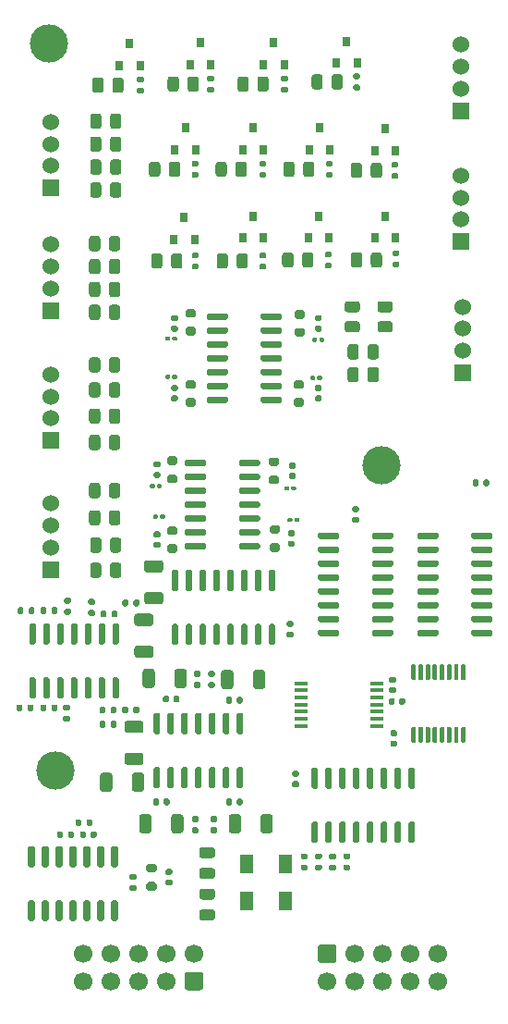
<source format=gts>
%TF.GenerationSoftware,KiCad,Pcbnew,5.1.9+dfsg1-1*%
%TF.CreationDate,2022-02-13T09:09:29-05:00*%
%TF.ProjectId,eurorack_to_3v3,6575726f-7261-4636-9b5f-746f5f337633,1*%
%TF.SameCoordinates,Original*%
%TF.FileFunction,Soldermask,Top*%
%TF.FilePolarity,Negative*%
%FSLAX46Y46*%
G04 Gerber Fmt 4.6, Leading zero omitted, Abs format (unit mm)*
G04 Created by KiCad (PCBNEW 5.1.9+dfsg1-1) date 2022-02-13 09:09:29*
%MOMM*%
%LPD*%
G01*
G04 APERTURE LIST*
%ADD10C,3.500000*%
%ADD11R,0.800000X0.900000*%
%ADD12R,1.200000X0.400000*%
%ADD13C,1.700000*%
%ADD14C,1.524000*%
%ADD15R,1.524000X1.524000*%
%ADD16R,1.300000X1.700000*%
G04 APERTURE END LIST*
%TO.C,R9*%
G36*
G01*
X122040000Y-105885000D02*
X122040000Y-105515000D01*
G75*
G02*
X122175000Y-105380000I135000J0D01*
G01*
X122445000Y-105380000D01*
G75*
G02*
X122580000Y-105515000I0J-135000D01*
G01*
X122580000Y-105885000D01*
G75*
G02*
X122445000Y-106020000I-135000J0D01*
G01*
X122175000Y-106020000D01*
G75*
G02*
X122040000Y-105885000I0J135000D01*
G01*
G37*
G36*
G01*
X121020000Y-105885000D02*
X121020000Y-105515000D01*
G75*
G02*
X121155000Y-105380000I135000J0D01*
G01*
X121425000Y-105380000D01*
G75*
G02*
X121560000Y-105515000I0J-135000D01*
G01*
X121560000Y-105885000D01*
G75*
G02*
X121425000Y-106020000I-135000J0D01*
G01*
X121155000Y-106020000D01*
G75*
G02*
X121020000Y-105885000I0J135000D01*
G01*
G37*
%TD*%
%TO.C,C23*%
G36*
G01*
X148500000Y-103770000D02*
X148500000Y-103430000D01*
G75*
G02*
X148640000Y-103290000I140000J0D01*
G01*
X148920000Y-103290000D01*
G75*
G02*
X149060000Y-103430000I0J-140000D01*
G01*
X149060000Y-103770000D01*
G75*
G02*
X148920000Y-103910000I-140000J0D01*
G01*
X148640000Y-103910000D01*
G75*
G02*
X148500000Y-103770000I0J140000D01*
G01*
G37*
G36*
G01*
X147540000Y-103770000D02*
X147540000Y-103430000D01*
G75*
G02*
X147680000Y-103290000I140000J0D01*
G01*
X147960000Y-103290000D01*
G75*
G02*
X148100000Y-103430000I0J-140000D01*
G01*
X148100000Y-103770000D01*
G75*
G02*
X147960000Y-103910000I-140000J0D01*
G01*
X147680000Y-103910000D01*
G75*
G02*
X147540000Y-103770000I0J140000D01*
G01*
G37*
%TD*%
%TO.C,U17*%
G36*
G01*
X155100000Y-88605000D02*
X155100000Y-88305000D01*
G75*
G02*
X155250000Y-88155000I150000J0D01*
G01*
X156900000Y-88155000D01*
G75*
G02*
X157050000Y-88305000I0J-150000D01*
G01*
X157050000Y-88605000D01*
G75*
G02*
X156900000Y-88755000I-150000J0D01*
G01*
X155250000Y-88755000D01*
G75*
G02*
X155100000Y-88605000I0J150000D01*
G01*
G37*
G36*
G01*
X155100000Y-89875000D02*
X155100000Y-89575000D01*
G75*
G02*
X155250000Y-89425000I150000J0D01*
G01*
X156900000Y-89425000D01*
G75*
G02*
X157050000Y-89575000I0J-150000D01*
G01*
X157050000Y-89875000D01*
G75*
G02*
X156900000Y-90025000I-150000J0D01*
G01*
X155250000Y-90025000D01*
G75*
G02*
X155100000Y-89875000I0J150000D01*
G01*
G37*
G36*
G01*
X155100000Y-91145000D02*
X155100000Y-90845000D01*
G75*
G02*
X155250000Y-90695000I150000J0D01*
G01*
X156900000Y-90695000D01*
G75*
G02*
X157050000Y-90845000I0J-150000D01*
G01*
X157050000Y-91145000D01*
G75*
G02*
X156900000Y-91295000I-150000J0D01*
G01*
X155250000Y-91295000D01*
G75*
G02*
X155100000Y-91145000I0J150000D01*
G01*
G37*
G36*
G01*
X155100000Y-92415000D02*
X155100000Y-92115000D01*
G75*
G02*
X155250000Y-91965000I150000J0D01*
G01*
X156900000Y-91965000D01*
G75*
G02*
X157050000Y-92115000I0J-150000D01*
G01*
X157050000Y-92415000D01*
G75*
G02*
X156900000Y-92565000I-150000J0D01*
G01*
X155250000Y-92565000D01*
G75*
G02*
X155100000Y-92415000I0J150000D01*
G01*
G37*
G36*
G01*
X155100000Y-93685000D02*
X155100000Y-93385000D01*
G75*
G02*
X155250000Y-93235000I150000J0D01*
G01*
X156900000Y-93235000D01*
G75*
G02*
X157050000Y-93385000I0J-150000D01*
G01*
X157050000Y-93685000D01*
G75*
G02*
X156900000Y-93835000I-150000J0D01*
G01*
X155250000Y-93835000D01*
G75*
G02*
X155100000Y-93685000I0J150000D01*
G01*
G37*
G36*
G01*
X155100000Y-94955000D02*
X155100000Y-94655000D01*
G75*
G02*
X155250000Y-94505000I150000J0D01*
G01*
X156900000Y-94505000D01*
G75*
G02*
X157050000Y-94655000I0J-150000D01*
G01*
X157050000Y-94955000D01*
G75*
G02*
X156900000Y-95105000I-150000J0D01*
G01*
X155250000Y-95105000D01*
G75*
G02*
X155100000Y-94955000I0J150000D01*
G01*
G37*
G36*
G01*
X155100000Y-96225000D02*
X155100000Y-95925000D01*
G75*
G02*
X155250000Y-95775000I150000J0D01*
G01*
X156900000Y-95775000D01*
G75*
G02*
X157050000Y-95925000I0J-150000D01*
G01*
X157050000Y-96225000D01*
G75*
G02*
X156900000Y-96375000I-150000J0D01*
G01*
X155250000Y-96375000D01*
G75*
G02*
X155100000Y-96225000I0J150000D01*
G01*
G37*
G36*
G01*
X155100000Y-97495000D02*
X155100000Y-97195000D01*
G75*
G02*
X155250000Y-97045000I150000J0D01*
G01*
X156900000Y-97045000D01*
G75*
G02*
X157050000Y-97195000I0J-150000D01*
G01*
X157050000Y-97495000D01*
G75*
G02*
X156900000Y-97645000I-150000J0D01*
G01*
X155250000Y-97645000D01*
G75*
G02*
X155100000Y-97495000I0J150000D01*
G01*
G37*
G36*
G01*
X150150000Y-97495000D02*
X150150000Y-97195000D01*
G75*
G02*
X150300000Y-97045000I150000J0D01*
G01*
X151950000Y-97045000D01*
G75*
G02*
X152100000Y-97195000I0J-150000D01*
G01*
X152100000Y-97495000D01*
G75*
G02*
X151950000Y-97645000I-150000J0D01*
G01*
X150300000Y-97645000D01*
G75*
G02*
X150150000Y-97495000I0J150000D01*
G01*
G37*
G36*
G01*
X150150000Y-96225000D02*
X150150000Y-95925000D01*
G75*
G02*
X150300000Y-95775000I150000J0D01*
G01*
X151950000Y-95775000D01*
G75*
G02*
X152100000Y-95925000I0J-150000D01*
G01*
X152100000Y-96225000D01*
G75*
G02*
X151950000Y-96375000I-150000J0D01*
G01*
X150300000Y-96375000D01*
G75*
G02*
X150150000Y-96225000I0J150000D01*
G01*
G37*
G36*
G01*
X150150000Y-94955000D02*
X150150000Y-94655000D01*
G75*
G02*
X150300000Y-94505000I150000J0D01*
G01*
X151950000Y-94505000D01*
G75*
G02*
X152100000Y-94655000I0J-150000D01*
G01*
X152100000Y-94955000D01*
G75*
G02*
X151950000Y-95105000I-150000J0D01*
G01*
X150300000Y-95105000D01*
G75*
G02*
X150150000Y-94955000I0J150000D01*
G01*
G37*
G36*
G01*
X150150000Y-93685000D02*
X150150000Y-93385000D01*
G75*
G02*
X150300000Y-93235000I150000J0D01*
G01*
X151950000Y-93235000D01*
G75*
G02*
X152100000Y-93385000I0J-150000D01*
G01*
X152100000Y-93685000D01*
G75*
G02*
X151950000Y-93835000I-150000J0D01*
G01*
X150300000Y-93835000D01*
G75*
G02*
X150150000Y-93685000I0J150000D01*
G01*
G37*
G36*
G01*
X150150000Y-92415000D02*
X150150000Y-92115000D01*
G75*
G02*
X150300000Y-91965000I150000J0D01*
G01*
X151950000Y-91965000D01*
G75*
G02*
X152100000Y-92115000I0J-150000D01*
G01*
X152100000Y-92415000D01*
G75*
G02*
X151950000Y-92565000I-150000J0D01*
G01*
X150300000Y-92565000D01*
G75*
G02*
X150150000Y-92415000I0J150000D01*
G01*
G37*
G36*
G01*
X150150000Y-91145000D02*
X150150000Y-90845000D01*
G75*
G02*
X150300000Y-90695000I150000J0D01*
G01*
X151950000Y-90695000D01*
G75*
G02*
X152100000Y-90845000I0J-150000D01*
G01*
X152100000Y-91145000D01*
G75*
G02*
X151950000Y-91295000I-150000J0D01*
G01*
X150300000Y-91295000D01*
G75*
G02*
X150150000Y-91145000I0J150000D01*
G01*
G37*
G36*
G01*
X150150000Y-89875000D02*
X150150000Y-89575000D01*
G75*
G02*
X150300000Y-89425000I150000J0D01*
G01*
X151950000Y-89425000D01*
G75*
G02*
X152100000Y-89575000I0J-150000D01*
G01*
X152100000Y-89875000D01*
G75*
G02*
X151950000Y-90025000I-150000J0D01*
G01*
X150300000Y-90025000D01*
G75*
G02*
X150150000Y-89875000I0J150000D01*
G01*
G37*
G36*
G01*
X150150000Y-88605000D02*
X150150000Y-88305000D01*
G75*
G02*
X150300000Y-88155000I150000J0D01*
G01*
X151950000Y-88155000D01*
G75*
G02*
X152100000Y-88305000I0J-150000D01*
G01*
X152100000Y-88605000D01*
G75*
G02*
X151950000Y-88755000I-150000J0D01*
G01*
X150300000Y-88755000D01*
G75*
G02*
X150150000Y-88605000I0J150000D01*
G01*
G37*
%TD*%
D10*
%TO.C,H3*%
X117000000Y-109900000D03*
%TD*%
%TO.C,H2*%
X146900000Y-82000000D03*
%TD*%
%TO.C,H1*%
X116400000Y-43400000D03*
%TD*%
D11*
%TO.C,U12*%
X141200000Y-51100000D03*
X142150000Y-53100000D03*
X140250000Y-53100000D03*
%TD*%
%TO.C,U24*%
X128800000Y-59300000D03*
X129750000Y-61300000D03*
X127850000Y-61300000D03*
%TD*%
%TO.C,U23*%
X141100000Y-59200000D03*
X142050000Y-61200000D03*
X140150000Y-61200000D03*
%TD*%
%TO.C,U22*%
X135100000Y-59200000D03*
X136050000Y-61200000D03*
X134150000Y-61200000D03*
%TD*%
%TO.C,U21*%
X147200000Y-59200000D03*
X148150000Y-61200000D03*
X146250000Y-61200000D03*
%TD*%
%TO.C,U20*%
G36*
G01*
X140905000Y-111600000D02*
X140605000Y-111600000D01*
G75*
G02*
X140455000Y-111450000I0J150000D01*
G01*
X140455000Y-109800000D01*
G75*
G02*
X140605000Y-109650000I150000J0D01*
G01*
X140905000Y-109650000D01*
G75*
G02*
X141055000Y-109800000I0J-150000D01*
G01*
X141055000Y-111450000D01*
G75*
G02*
X140905000Y-111600000I-150000J0D01*
G01*
G37*
G36*
G01*
X142175000Y-111600000D02*
X141875000Y-111600000D01*
G75*
G02*
X141725000Y-111450000I0J150000D01*
G01*
X141725000Y-109800000D01*
G75*
G02*
X141875000Y-109650000I150000J0D01*
G01*
X142175000Y-109650000D01*
G75*
G02*
X142325000Y-109800000I0J-150000D01*
G01*
X142325000Y-111450000D01*
G75*
G02*
X142175000Y-111600000I-150000J0D01*
G01*
G37*
G36*
G01*
X143445000Y-111600000D02*
X143145000Y-111600000D01*
G75*
G02*
X142995000Y-111450000I0J150000D01*
G01*
X142995000Y-109800000D01*
G75*
G02*
X143145000Y-109650000I150000J0D01*
G01*
X143445000Y-109650000D01*
G75*
G02*
X143595000Y-109800000I0J-150000D01*
G01*
X143595000Y-111450000D01*
G75*
G02*
X143445000Y-111600000I-150000J0D01*
G01*
G37*
G36*
G01*
X144715000Y-111600000D02*
X144415000Y-111600000D01*
G75*
G02*
X144265000Y-111450000I0J150000D01*
G01*
X144265000Y-109800000D01*
G75*
G02*
X144415000Y-109650000I150000J0D01*
G01*
X144715000Y-109650000D01*
G75*
G02*
X144865000Y-109800000I0J-150000D01*
G01*
X144865000Y-111450000D01*
G75*
G02*
X144715000Y-111600000I-150000J0D01*
G01*
G37*
G36*
G01*
X145985000Y-111600000D02*
X145685000Y-111600000D01*
G75*
G02*
X145535000Y-111450000I0J150000D01*
G01*
X145535000Y-109800000D01*
G75*
G02*
X145685000Y-109650000I150000J0D01*
G01*
X145985000Y-109650000D01*
G75*
G02*
X146135000Y-109800000I0J-150000D01*
G01*
X146135000Y-111450000D01*
G75*
G02*
X145985000Y-111600000I-150000J0D01*
G01*
G37*
G36*
G01*
X147255000Y-111600000D02*
X146955000Y-111600000D01*
G75*
G02*
X146805000Y-111450000I0J150000D01*
G01*
X146805000Y-109800000D01*
G75*
G02*
X146955000Y-109650000I150000J0D01*
G01*
X147255000Y-109650000D01*
G75*
G02*
X147405000Y-109800000I0J-150000D01*
G01*
X147405000Y-111450000D01*
G75*
G02*
X147255000Y-111600000I-150000J0D01*
G01*
G37*
G36*
G01*
X148525000Y-111600000D02*
X148225000Y-111600000D01*
G75*
G02*
X148075000Y-111450000I0J150000D01*
G01*
X148075000Y-109800000D01*
G75*
G02*
X148225000Y-109650000I150000J0D01*
G01*
X148525000Y-109650000D01*
G75*
G02*
X148675000Y-109800000I0J-150000D01*
G01*
X148675000Y-111450000D01*
G75*
G02*
X148525000Y-111600000I-150000J0D01*
G01*
G37*
G36*
G01*
X149795000Y-111600000D02*
X149495000Y-111600000D01*
G75*
G02*
X149345000Y-111450000I0J150000D01*
G01*
X149345000Y-109800000D01*
G75*
G02*
X149495000Y-109650000I150000J0D01*
G01*
X149795000Y-109650000D01*
G75*
G02*
X149945000Y-109800000I0J-150000D01*
G01*
X149945000Y-111450000D01*
G75*
G02*
X149795000Y-111600000I-150000J0D01*
G01*
G37*
G36*
G01*
X149795000Y-116550000D02*
X149495000Y-116550000D01*
G75*
G02*
X149345000Y-116400000I0J150000D01*
G01*
X149345000Y-114750000D01*
G75*
G02*
X149495000Y-114600000I150000J0D01*
G01*
X149795000Y-114600000D01*
G75*
G02*
X149945000Y-114750000I0J-150000D01*
G01*
X149945000Y-116400000D01*
G75*
G02*
X149795000Y-116550000I-150000J0D01*
G01*
G37*
G36*
G01*
X148525000Y-116550000D02*
X148225000Y-116550000D01*
G75*
G02*
X148075000Y-116400000I0J150000D01*
G01*
X148075000Y-114750000D01*
G75*
G02*
X148225000Y-114600000I150000J0D01*
G01*
X148525000Y-114600000D01*
G75*
G02*
X148675000Y-114750000I0J-150000D01*
G01*
X148675000Y-116400000D01*
G75*
G02*
X148525000Y-116550000I-150000J0D01*
G01*
G37*
G36*
G01*
X147255000Y-116550000D02*
X146955000Y-116550000D01*
G75*
G02*
X146805000Y-116400000I0J150000D01*
G01*
X146805000Y-114750000D01*
G75*
G02*
X146955000Y-114600000I150000J0D01*
G01*
X147255000Y-114600000D01*
G75*
G02*
X147405000Y-114750000I0J-150000D01*
G01*
X147405000Y-116400000D01*
G75*
G02*
X147255000Y-116550000I-150000J0D01*
G01*
G37*
G36*
G01*
X145985000Y-116550000D02*
X145685000Y-116550000D01*
G75*
G02*
X145535000Y-116400000I0J150000D01*
G01*
X145535000Y-114750000D01*
G75*
G02*
X145685000Y-114600000I150000J0D01*
G01*
X145985000Y-114600000D01*
G75*
G02*
X146135000Y-114750000I0J-150000D01*
G01*
X146135000Y-116400000D01*
G75*
G02*
X145985000Y-116550000I-150000J0D01*
G01*
G37*
G36*
G01*
X144715000Y-116550000D02*
X144415000Y-116550000D01*
G75*
G02*
X144265000Y-116400000I0J150000D01*
G01*
X144265000Y-114750000D01*
G75*
G02*
X144415000Y-114600000I150000J0D01*
G01*
X144715000Y-114600000D01*
G75*
G02*
X144865000Y-114750000I0J-150000D01*
G01*
X144865000Y-116400000D01*
G75*
G02*
X144715000Y-116550000I-150000J0D01*
G01*
G37*
G36*
G01*
X143445000Y-116550000D02*
X143145000Y-116550000D01*
G75*
G02*
X142995000Y-116400000I0J150000D01*
G01*
X142995000Y-114750000D01*
G75*
G02*
X143145000Y-114600000I150000J0D01*
G01*
X143445000Y-114600000D01*
G75*
G02*
X143595000Y-114750000I0J-150000D01*
G01*
X143595000Y-116400000D01*
G75*
G02*
X143445000Y-116550000I-150000J0D01*
G01*
G37*
G36*
G01*
X142175000Y-116550000D02*
X141875000Y-116550000D01*
G75*
G02*
X141725000Y-116400000I0J150000D01*
G01*
X141725000Y-114750000D01*
G75*
G02*
X141875000Y-114600000I150000J0D01*
G01*
X142175000Y-114600000D01*
G75*
G02*
X142325000Y-114750000I0J-150000D01*
G01*
X142325000Y-116400000D01*
G75*
G02*
X142175000Y-116550000I-150000J0D01*
G01*
G37*
G36*
G01*
X140905000Y-116550000D02*
X140605000Y-116550000D01*
G75*
G02*
X140455000Y-116400000I0J150000D01*
G01*
X140455000Y-114750000D01*
G75*
G02*
X140605000Y-114600000I150000J0D01*
G01*
X140905000Y-114600000D01*
G75*
G02*
X141055000Y-114750000I0J-150000D01*
G01*
X141055000Y-116400000D01*
G75*
G02*
X140905000Y-116550000I-150000J0D01*
G01*
G37*
%TD*%
D12*
%TO.C,U19*%
X146450000Y-101950000D03*
X146450000Y-102600000D03*
X146450000Y-103250000D03*
X146450000Y-103900000D03*
X146450000Y-104550000D03*
X146450000Y-105200000D03*
X146450000Y-105850000D03*
X139550000Y-105850000D03*
X139550000Y-105200000D03*
X139550000Y-104550000D03*
X139550000Y-103900000D03*
X139550000Y-103250000D03*
X139550000Y-102600000D03*
X139550000Y-101950000D03*
%TD*%
%TO.C,U18*%
G36*
G01*
X149925000Y-101675000D02*
X149725000Y-101675000D01*
G75*
G02*
X149625000Y-101575000I0J100000D01*
G01*
X149625000Y-100300000D01*
G75*
G02*
X149725000Y-100200000I100000J0D01*
G01*
X149925000Y-100200000D01*
G75*
G02*
X150025000Y-100300000I0J-100000D01*
G01*
X150025000Y-101575000D01*
G75*
G02*
X149925000Y-101675000I-100000J0D01*
G01*
G37*
G36*
G01*
X150575000Y-101675000D02*
X150375000Y-101675000D01*
G75*
G02*
X150275000Y-101575000I0J100000D01*
G01*
X150275000Y-100300000D01*
G75*
G02*
X150375000Y-100200000I100000J0D01*
G01*
X150575000Y-100200000D01*
G75*
G02*
X150675000Y-100300000I0J-100000D01*
G01*
X150675000Y-101575000D01*
G75*
G02*
X150575000Y-101675000I-100000J0D01*
G01*
G37*
G36*
G01*
X151225000Y-101675000D02*
X151025000Y-101675000D01*
G75*
G02*
X150925000Y-101575000I0J100000D01*
G01*
X150925000Y-100300000D01*
G75*
G02*
X151025000Y-100200000I100000J0D01*
G01*
X151225000Y-100200000D01*
G75*
G02*
X151325000Y-100300000I0J-100000D01*
G01*
X151325000Y-101575000D01*
G75*
G02*
X151225000Y-101675000I-100000J0D01*
G01*
G37*
G36*
G01*
X151875000Y-101675000D02*
X151675000Y-101675000D01*
G75*
G02*
X151575000Y-101575000I0J100000D01*
G01*
X151575000Y-100300000D01*
G75*
G02*
X151675000Y-100200000I100000J0D01*
G01*
X151875000Y-100200000D01*
G75*
G02*
X151975000Y-100300000I0J-100000D01*
G01*
X151975000Y-101575000D01*
G75*
G02*
X151875000Y-101675000I-100000J0D01*
G01*
G37*
G36*
G01*
X152525000Y-101675000D02*
X152325000Y-101675000D01*
G75*
G02*
X152225000Y-101575000I0J100000D01*
G01*
X152225000Y-100300000D01*
G75*
G02*
X152325000Y-100200000I100000J0D01*
G01*
X152525000Y-100200000D01*
G75*
G02*
X152625000Y-100300000I0J-100000D01*
G01*
X152625000Y-101575000D01*
G75*
G02*
X152525000Y-101675000I-100000J0D01*
G01*
G37*
G36*
G01*
X153175000Y-101675000D02*
X152975000Y-101675000D01*
G75*
G02*
X152875000Y-101575000I0J100000D01*
G01*
X152875000Y-100300000D01*
G75*
G02*
X152975000Y-100200000I100000J0D01*
G01*
X153175000Y-100200000D01*
G75*
G02*
X153275000Y-100300000I0J-100000D01*
G01*
X153275000Y-101575000D01*
G75*
G02*
X153175000Y-101675000I-100000J0D01*
G01*
G37*
G36*
G01*
X153825000Y-101675000D02*
X153625000Y-101675000D01*
G75*
G02*
X153525000Y-101575000I0J100000D01*
G01*
X153525000Y-100300000D01*
G75*
G02*
X153625000Y-100200000I100000J0D01*
G01*
X153825000Y-100200000D01*
G75*
G02*
X153925000Y-100300000I0J-100000D01*
G01*
X153925000Y-101575000D01*
G75*
G02*
X153825000Y-101675000I-100000J0D01*
G01*
G37*
G36*
G01*
X154475000Y-101675000D02*
X154275000Y-101675000D01*
G75*
G02*
X154175000Y-101575000I0J100000D01*
G01*
X154175000Y-100300000D01*
G75*
G02*
X154275000Y-100200000I100000J0D01*
G01*
X154475000Y-100200000D01*
G75*
G02*
X154575000Y-100300000I0J-100000D01*
G01*
X154575000Y-101575000D01*
G75*
G02*
X154475000Y-101675000I-100000J0D01*
G01*
G37*
G36*
G01*
X154475000Y-107400000D02*
X154275000Y-107400000D01*
G75*
G02*
X154175000Y-107300000I0J100000D01*
G01*
X154175000Y-106025000D01*
G75*
G02*
X154275000Y-105925000I100000J0D01*
G01*
X154475000Y-105925000D01*
G75*
G02*
X154575000Y-106025000I0J-100000D01*
G01*
X154575000Y-107300000D01*
G75*
G02*
X154475000Y-107400000I-100000J0D01*
G01*
G37*
G36*
G01*
X153825000Y-107400000D02*
X153625000Y-107400000D01*
G75*
G02*
X153525000Y-107300000I0J100000D01*
G01*
X153525000Y-106025000D01*
G75*
G02*
X153625000Y-105925000I100000J0D01*
G01*
X153825000Y-105925000D01*
G75*
G02*
X153925000Y-106025000I0J-100000D01*
G01*
X153925000Y-107300000D01*
G75*
G02*
X153825000Y-107400000I-100000J0D01*
G01*
G37*
G36*
G01*
X153175000Y-107400000D02*
X152975000Y-107400000D01*
G75*
G02*
X152875000Y-107300000I0J100000D01*
G01*
X152875000Y-106025000D01*
G75*
G02*
X152975000Y-105925000I100000J0D01*
G01*
X153175000Y-105925000D01*
G75*
G02*
X153275000Y-106025000I0J-100000D01*
G01*
X153275000Y-107300000D01*
G75*
G02*
X153175000Y-107400000I-100000J0D01*
G01*
G37*
G36*
G01*
X152525000Y-107400000D02*
X152325000Y-107400000D01*
G75*
G02*
X152225000Y-107300000I0J100000D01*
G01*
X152225000Y-106025000D01*
G75*
G02*
X152325000Y-105925000I100000J0D01*
G01*
X152525000Y-105925000D01*
G75*
G02*
X152625000Y-106025000I0J-100000D01*
G01*
X152625000Y-107300000D01*
G75*
G02*
X152525000Y-107400000I-100000J0D01*
G01*
G37*
G36*
G01*
X151875000Y-107400000D02*
X151675000Y-107400000D01*
G75*
G02*
X151575000Y-107300000I0J100000D01*
G01*
X151575000Y-106025000D01*
G75*
G02*
X151675000Y-105925000I100000J0D01*
G01*
X151875000Y-105925000D01*
G75*
G02*
X151975000Y-106025000I0J-100000D01*
G01*
X151975000Y-107300000D01*
G75*
G02*
X151875000Y-107400000I-100000J0D01*
G01*
G37*
G36*
G01*
X151225000Y-107400000D02*
X151025000Y-107400000D01*
G75*
G02*
X150925000Y-107300000I0J100000D01*
G01*
X150925000Y-106025000D01*
G75*
G02*
X151025000Y-105925000I100000J0D01*
G01*
X151225000Y-105925000D01*
G75*
G02*
X151325000Y-106025000I0J-100000D01*
G01*
X151325000Y-107300000D01*
G75*
G02*
X151225000Y-107400000I-100000J0D01*
G01*
G37*
G36*
G01*
X150575000Y-107400000D02*
X150375000Y-107400000D01*
G75*
G02*
X150275000Y-107300000I0J100000D01*
G01*
X150275000Y-106025000D01*
G75*
G02*
X150375000Y-105925000I100000J0D01*
G01*
X150575000Y-105925000D01*
G75*
G02*
X150675000Y-106025000I0J-100000D01*
G01*
X150675000Y-107300000D01*
G75*
G02*
X150575000Y-107400000I-100000J0D01*
G01*
G37*
G36*
G01*
X149925000Y-107400000D02*
X149725000Y-107400000D01*
G75*
G02*
X149625000Y-107300000I0J100000D01*
G01*
X149625000Y-106025000D01*
G75*
G02*
X149725000Y-105925000I100000J0D01*
G01*
X149925000Y-105925000D01*
G75*
G02*
X150025000Y-106025000I0J-100000D01*
G01*
X150025000Y-107300000D01*
G75*
G02*
X149925000Y-107400000I-100000J0D01*
G01*
G37*
%TD*%
%TO.C,U15*%
G36*
G01*
X136695000Y-96500000D02*
X136995000Y-96500000D01*
G75*
G02*
X137145000Y-96650000I0J-150000D01*
G01*
X137145000Y-98300000D01*
G75*
G02*
X136995000Y-98450000I-150000J0D01*
G01*
X136695000Y-98450000D01*
G75*
G02*
X136545000Y-98300000I0J150000D01*
G01*
X136545000Y-96650000D01*
G75*
G02*
X136695000Y-96500000I150000J0D01*
G01*
G37*
G36*
G01*
X135425000Y-96500000D02*
X135725000Y-96500000D01*
G75*
G02*
X135875000Y-96650000I0J-150000D01*
G01*
X135875000Y-98300000D01*
G75*
G02*
X135725000Y-98450000I-150000J0D01*
G01*
X135425000Y-98450000D01*
G75*
G02*
X135275000Y-98300000I0J150000D01*
G01*
X135275000Y-96650000D01*
G75*
G02*
X135425000Y-96500000I150000J0D01*
G01*
G37*
G36*
G01*
X134155000Y-96500000D02*
X134455000Y-96500000D01*
G75*
G02*
X134605000Y-96650000I0J-150000D01*
G01*
X134605000Y-98300000D01*
G75*
G02*
X134455000Y-98450000I-150000J0D01*
G01*
X134155000Y-98450000D01*
G75*
G02*
X134005000Y-98300000I0J150000D01*
G01*
X134005000Y-96650000D01*
G75*
G02*
X134155000Y-96500000I150000J0D01*
G01*
G37*
G36*
G01*
X132885000Y-96500000D02*
X133185000Y-96500000D01*
G75*
G02*
X133335000Y-96650000I0J-150000D01*
G01*
X133335000Y-98300000D01*
G75*
G02*
X133185000Y-98450000I-150000J0D01*
G01*
X132885000Y-98450000D01*
G75*
G02*
X132735000Y-98300000I0J150000D01*
G01*
X132735000Y-96650000D01*
G75*
G02*
X132885000Y-96500000I150000J0D01*
G01*
G37*
G36*
G01*
X131615000Y-96500000D02*
X131915000Y-96500000D01*
G75*
G02*
X132065000Y-96650000I0J-150000D01*
G01*
X132065000Y-98300000D01*
G75*
G02*
X131915000Y-98450000I-150000J0D01*
G01*
X131615000Y-98450000D01*
G75*
G02*
X131465000Y-98300000I0J150000D01*
G01*
X131465000Y-96650000D01*
G75*
G02*
X131615000Y-96500000I150000J0D01*
G01*
G37*
G36*
G01*
X130345000Y-96500000D02*
X130645000Y-96500000D01*
G75*
G02*
X130795000Y-96650000I0J-150000D01*
G01*
X130795000Y-98300000D01*
G75*
G02*
X130645000Y-98450000I-150000J0D01*
G01*
X130345000Y-98450000D01*
G75*
G02*
X130195000Y-98300000I0J150000D01*
G01*
X130195000Y-96650000D01*
G75*
G02*
X130345000Y-96500000I150000J0D01*
G01*
G37*
G36*
G01*
X129075000Y-96500000D02*
X129375000Y-96500000D01*
G75*
G02*
X129525000Y-96650000I0J-150000D01*
G01*
X129525000Y-98300000D01*
G75*
G02*
X129375000Y-98450000I-150000J0D01*
G01*
X129075000Y-98450000D01*
G75*
G02*
X128925000Y-98300000I0J150000D01*
G01*
X128925000Y-96650000D01*
G75*
G02*
X129075000Y-96500000I150000J0D01*
G01*
G37*
G36*
G01*
X127805000Y-96500000D02*
X128105000Y-96500000D01*
G75*
G02*
X128255000Y-96650000I0J-150000D01*
G01*
X128255000Y-98300000D01*
G75*
G02*
X128105000Y-98450000I-150000J0D01*
G01*
X127805000Y-98450000D01*
G75*
G02*
X127655000Y-98300000I0J150000D01*
G01*
X127655000Y-96650000D01*
G75*
G02*
X127805000Y-96500000I150000J0D01*
G01*
G37*
G36*
G01*
X127805000Y-91550000D02*
X128105000Y-91550000D01*
G75*
G02*
X128255000Y-91700000I0J-150000D01*
G01*
X128255000Y-93350000D01*
G75*
G02*
X128105000Y-93500000I-150000J0D01*
G01*
X127805000Y-93500000D01*
G75*
G02*
X127655000Y-93350000I0J150000D01*
G01*
X127655000Y-91700000D01*
G75*
G02*
X127805000Y-91550000I150000J0D01*
G01*
G37*
G36*
G01*
X129075000Y-91550000D02*
X129375000Y-91550000D01*
G75*
G02*
X129525000Y-91700000I0J-150000D01*
G01*
X129525000Y-93350000D01*
G75*
G02*
X129375000Y-93500000I-150000J0D01*
G01*
X129075000Y-93500000D01*
G75*
G02*
X128925000Y-93350000I0J150000D01*
G01*
X128925000Y-91700000D01*
G75*
G02*
X129075000Y-91550000I150000J0D01*
G01*
G37*
G36*
G01*
X130345000Y-91550000D02*
X130645000Y-91550000D01*
G75*
G02*
X130795000Y-91700000I0J-150000D01*
G01*
X130795000Y-93350000D01*
G75*
G02*
X130645000Y-93500000I-150000J0D01*
G01*
X130345000Y-93500000D01*
G75*
G02*
X130195000Y-93350000I0J150000D01*
G01*
X130195000Y-91700000D01*
G75*
G02*
X130345000Y-91550000I150000J0D01*
G01*
G37*
G36*
G01*
X131615000Y-91550000D02*
X131915000Y-91550000D01*
G75*
G02*
X132065000Y-91700000I0J-150000D01*
G01*
X132065000Y-93350000D01*
G75*
G02*
X131915000Y-93500000I-150000J0D01*
G01*
X131615000Y-93500000D01*
G75*
G02*
X131465000Y-93350000I0J150000D01*
G01*
X131465000Y-91700000D01*
G75*
G02*
X131615000Y-91550000I150000J0D01*
G01*
G37*
G36*
G01*
X132885000Y-91550000D02*
X133185000Y-91550000D01*
G75*
G02*
X133335000Y-91700000I0J-150000D01*
G01*
X133335000Y-93350000D01*
G75*
G02*
X133185000Y-93500000I-150000J0D01*
G01*
X132885000Y-93500000D01*
G75*
G02*
X132735000Y-93350000I0J150000D01*
G01*
X132735000Y-91700000D01*
G75*
G02*
X132885000Y-91550000I150000J0D01*
G01*
G37*
G36*
G01*
X134155000Y-91550000D02*
X134455000Y-91550000D01*
G75*
G02*
X134605000Y-91700000I0J-150000D01*
G01*
X134605000Y-93350000D01*
G75*
G02*
X134455000Y-93500000I-150000J0D01*
G01*
X134155000Y-93500000D01*
G75*
G02*
X134005000Y-93350000I0J150000D01*
G01*
X134005000Y-91700000D01*
G75*
G02*
X134155000Y-91550000I150000J0D01*
G01*
G37*
G36*
G01*
X135425000Y-91550000D02*
X135725000Y-91550000D01*
G75*
G02*
X135875000Y-91700000I0J-150000D01*
G01*
X135875000Y-93350000D01*
G75*
G02*
X135725000Y-93500000I-150000J0D01*
G01*
X135425000Y-93500000D01*
G75*
G02*
X135275000Y-93350000I0J150000D01*
G01*
X135275000Y-91700000D01*
G75*
G02*
X135425000Y-91550000I150000J0D01*
G01*
G37*
G36*
G01*
X136695000Y-91550000D02*
X136995000Y-91550000D01*
G75*
G02*
X137145000Y-91700000I0J-150000D01*
G01*
X137145000Y-93350000D01*
G75*
G02*
X136995000Y-93500000I-150000J0D01*
G01*
X136695000Y-93500000D01*
G75*
G02*
X136545000Y-93350000I0J150000D01*
G01*
X136545000Y-91700000D01*
G75*
G02*
X136695000Y-91550000I150000J0D01*
G01*
G37*
%TD*%
%TO.C,U14*%
G36*
G01*
X146000000Y-88605000D02*
X146000000Y-88305000D01*
G75*
G02*
X146150000Y-88155000I150000J0D01*
G01*
X147800000Y-88155000D01*
G75*
G02*
X147950000Y-88305000I0J-150000D01*
G01*
X147950000Y-88605000D01*
G75*
G02*
X147800000Y-88755000I-150000J0D01*
G01*
X146150000Y-88755000D01*
G75*
G02*
X146000000Y-88605000I0J150000D01*
G01*
G37*
G36*
G01*
X146000000Y-89875000D02*
X146000000Y-89575000D01*
G75*
G02*
X146150000Y-89425000I150000J0D01*
G01*
X147800000Y-89425000D01*
G75*
G02*
X147950000Y-89575000I0J-150000D01*
G01*
X147950000Y-89875000D01*
G75*
G02*
X147800000Y-90025000I-150000J0D01*
G01*
X146150000Y-90025000D01*
G75*
G02*
X146000000Y-89875000I0J150000D01*
G01*
G37*
G36*
G01*
X146000000Y-91145000D02*
X146000000Y-90845000D01*
G75*
G02*
X146150000Y-90695000I150000J0D01*
G01*
X147800000Y-90695000D01*
G75*
G02*
X147950000Y-90845000I0J-150000D01*
G01*
X147950000Y-91145000D01*
G75*
G02*
X147800000Y-91295000I-150000J0D01*
G01*
X146150000Y-91295000D01*
G75*
G02*
X146000000Y-91145000I0J150000D01*
G01*
G37*
G36*
G01*
X146000000Y-92415000D02*
X146000000Y-92115000D01*
G75*
G02*
X146150000Y-91965000I150000J0D01*
G01*
X147800000Y-91965000D01*
G75*
G02*
X147950000Y-92115000I0J-150000D01*
G01*
X147950000Y-92415000D01*
G75*
G02*
X147800000Y-92565000I-150000J0D01*
G01*
X146150000Y-92565000D01*
G75*
G02*
X146000000Y-92415000I0J150000D01*
G01*
G37*
G36*
G01*
X146000000Y-93685000D02*
X146000000Y-93385000D01*
G75*
G02*
X146150000Y-93235000I150000J0D01*
G01*
X147800000Y-93235000D01*
G75*
G02*
X147950000Y-93385000I0J-150000D01*
G01*
X147950000Y-93685000D01*
G75*
G02*
X147800000Y-93835000I-150000J0D01*
G01*
X146150000Y-93835000D01*
G75*
G02*
X146000000Y-93685000I0J150000D01*
G01*
G37*
G36*
G01*
X146000000Y-94955000D02*
X146000000Y-94655000D01*
G75*
G02*
X146150000Y-94505000I150000J0D01*
G01*
X147800000Y-94505000D01*
G75*
G02*
X147950000Y-94655000I0J-150000D01*
G01*
X147950000Y-94955000D01*
G75*
G02*
X147800000Y-95105000I-150000J0D01*
G01*
X146150000Y-95105000D01*
G75*
G02*
X146000000Y-94955000I0J150000D01*
G01*
G37*
G36*
G01*
X146000000Y-96225000D02*
X146000000Y-95925000D01*
G75*
G02*
X146150000Y-95775000I150000J0D01*
G01*
X147800000Y-95775000D01*
G75*
G02*
X147950000Y-95925000I0J-150000D01*
G01*
X147950000Y-96225000D01*
G75*
G02*
X147800000Y-96375000I-150000J0D01*
G01*
X146150000Y-96375000D01*
G75*
G02*
X146000000Y-96225000I0J150000D01*
G01*
G37*
G36*
G01*
X146000000Y-97495000D02*
X146000000Y-97195000D01*
G75*
G02*
X146150000Y-97045000I150000J0D01*
G01*
X147800000Y-97045000D01*
G75*
G02*
X147950000Y-97195000I0J-150000D01*
G01*
X147950000Y-97495000D01*
G75*
G02*
X147800000Y-97645000I-150000J0D01*
G01*
X146150000Y-97645000D01*
G75*
G02*
X146000000Y-97495000I0J150000D01*
G01*
G37*
G36*
G01*
X141050000Y-97495000D02*
X141050000Y-97195000D01*
G75*
G02*
X141200000Y-97045000I150000J0D01*
G01*
X142850000Y-97045000D01*
G75*
G02*
X143000000Y-97195000I0J-150000D01*
G01*
X143000000Y-97495000D01*
G75*
G02*
X142850000Y-97645000I-150000J0D01*
G01*
X141200000Y-97645000D01*
G75*
G02*
X141050000Y-97495000I0J150000D01*
G01*
G37*
G36*
G01*
X141050000Y-96225000D02*
X141050000Y-95925000D01*
G75*
G02*
X141200000Y-95775000I150000J0D01*
G01*
X142850000Y-95775000D01*
G75*
G02*
X143000000Y-95925000I0J-150000D01*
G01*
X143000000Y-96225000D01*
G75*
G02*
X142850000Y-96375000I-150000J0D01*
G01*
X141200000Y-96375000D01*
G75*
G02*
X141050000Y-96225000I0J150000D01*
G01*
G37*
G36*
G01*
X141050000Y-94955000D02*
X141050000Y-94655000D01*
G75*
G02*
X141200000Y-94505000I150000J0D01*
G01*
X142850000Y-94505000D01*
G75*
G02*
X143000000Y-94655000I0J-150000D01*
G01*
X143000000Y-94955000D01*
G75*
G02*
X142850000Y-95105000I-150000J0D01*
G01*
X141200000Y-95105000D01*
G75*
G02*
X141050000Y-94955000I0J150000D01*
G01*
G37*
G36*
G01*
X141050000Y-93685000D02*
X141050000Y-93385000D01*
G75*
G02*
X141200000Y-93235000I150000J0D01*
G01*
X142850000Y-93235000D01*
G75*
G02*
X143000000Y-93385000I0J-150000D01*
G01*
X143000000Y-93685000D01*
G75*
G02*
X142850000Y-93835000I-150000J0D01*
G01*
X141200000Y-93835000D01*
G75*
G02*
X141050000Y-93685000I0J150000D01*
G01*
G37*
G36*
G01*
X141050000Y-92415000D02*
X141050000Y-92115000D01*
G75*
G02*
X141200000Y-91965000I150000J0D01*
G01*
X142850000Y-91965000D01*
G75*
G02*
X143000000Y-92115000I0J-150000D01*
G01*
X143000000Y-92415000D01*
G75*
G02*
X142850000Y-92565000I-150000J0D01*
G01*
X141200000Y-92565000D01*
G75*
G02*
X141050000Y-92415000I0J150000D01*
G01*
G37*
G36*
G01*
X141050000Y-91145000D02*
X141050000Y-90845000D01*
G75*
G02*
X141200000Y-90695000I150000J0D01*
G01*
X142850000Y-90695000D01*
G75*
G02*
X143000000Y-90845000I0J-150000D01*
G01*
X143000000Y-91145000D01*
G75*
G02*
X142850000Y-91295000I-150000J0D01*
G01*
X141200000Y-91295000D01*
G75*
G02*
X141050000Y-91145000I0J150000D01*
G01*
G37*
G36*
G01*
X141050000Y-89875000D02*
X141050000Y-89575000D01*
G75*
G02*
X141200000Y-89425000I150000J0D01*
G01*
X142850000Y-89425000D01*
G75*
G02*
X143000000Y-89575000I0J-150000D01*
G01*
X143000000Y-89875000D01*
G75*
G02*
X142850000Y-90025000I-150000J0D01*
G01*
X141200000Y-90025000D01*
G75*
G02*
X141050000Y-89875000I0J150000D01*
G01*
G37*
G36*
G01*
X141050000Y-88605000D02*
X141050000Y-88305000D01*
G75*
G02*
X141200000Y-88155000I150000J0D01*
G01*
X142850000Y-88155000D01*
G75*
G02*
X143000000Y-88305000I0J-150000D01*
G01*
X143000000Y-88605000D01*
G75*
G02*
X142850000Y-88755000I-150000J0D01*
G01*
X141200000Y-88755000D01*
G75*
G02*
X141050000Y-88605000I0J150000D01*
G01*
G37*
%TD*%
D11*
%TO.C,U13*%
X128900000Y-51100000D03*
X129850000Y-53100000D03*
X127950000Y-53100000D03*
%TD*%
%TO.C,U11*%
X135100000Y-51100000D03*
X136050000Y-53100000D03*
X134150000Y-53100000D03*
%TD*%
%TO.C,U10*%
X147200000Y-51200000D03*
X148150000Y-53200000D03*
X146250000Y-53200000D03*
%TD*%
%TO.C,U9*%
G36*
G01*
X132800000Y-75860000D02*
X132800000Y-76160000D01*
G75*
G02*
X132650000Y-76310000I-150000J0D01*
G01*
X131000000Y-76310000D01*
G75*
G02*
X130850000Y-76160000I0J150000D01*
G01*
X130850000Y-75860000D01*
G75*
G02*
X131000000Y-75710000I150000J0D01*
G01*
X132650000Y-75710000D01*
G75*
G02*
X132800000Y-75860000I0J-150000D01*
G01*
G37*
G36*
G01*
X132800000Y-74590000D02*
X132800000Y-74890000D01*
G75*
G02*
X132650000Y-75040000I-150000J0D01*
G01*
X131000000Y-75040000D01*
G75*
G02*
X130850000Y-74890000I0J150000D01*
G01*
X130850000Y-74590000D01*
G75*
G02*
X131000000Y-74440000I150000J0D01*
G01*
X132650000Y-74440000D01*
G75*
G02*
X132800000Y-74590000I0J-150000D01*
G01*
G37*
G36*
G01*
X132800000Y-73320000D02*
X132800000Y-73620000D01*
G75*
G02*
X132650000Y-73770000I-150000J0D01*
G01*
X131000000Y-73770000D01*
G75*
G02*
X130850000Y-73620000I0J150000D01*
G01*
X130850000Y-73320000D01*
G75*
G02*
X131000000Y-73170000I150000J0D01*
G01*
X132650000Y-73170000D01*
G75*
G02*
X132800000Y-73320000I0J-150000D01*
G01*
G37*
G36*
G01*
X132800000Y-72050000D02*
X132800000Y-72350000D01*
G75*
G02*
X132650000Y-72500000I-150000J0D01*
G01*
X131000000Y-72500000D01*
G75*
G02*
X130850000Y-72350000I0J150000D01*
G01*
X130850000Y-72050000D01*
G75*
G02*
X131000000Y-71900000I150000J0D01*
G01*
X132650000Y-71900000D01*
G75*
G02*
X132800000Y-72050000I0J-150000D01*
G01*
G37*
G36*
G01*
X132800000Y-70780000D02*
X132800000Y-71080000D01*
G75*
G02*
X132650000Y-71230000I-150000J0D01*
G01*
X131000000Y-71230000D01*
G75*
G02*
X130850000Y-71080000I0J150000D01*
G01*
X130850000Y-70780000D01*
G75*
G02*
X131000000Y-70630000I150000J0D01*
G01*
X132650000Y-70630000D01*
G75*
G02*
X132800000Y-70780000I0J-150000D01*
G01*
G37*
G36*
G01*
X132800000Y-69510000D02*
X132800000Y-69810000D01*
G75*
G02*
X132650000Y-69960000I-150000J0D01*
G01*
X131000000Y-69960000D01*
G75*
G02*
X130850000Y-69810000I0J150000D01*
G01*
X130850000Y-69510000D01*
G75*
G02*
X131000000Y-69360000I150000J0D01*
G01*
X132650000Y-69360000D01*
G75*
G02*
X132800000Y-69510000I0J-150000D01*
G01*
G37*
G36*
G01*
X132800000Y-68240000D02*
X132800000Y-68540000D01*
G75*
G02*
X132650000Y-68690000I-150000J0D01*
G01*
X131000000Y-68690000D01*
G75*
G02*
X130850000Y-68540000I0J150000D01*
G01*
X130850000Y-68240000D01*
G75*
G02*
X131000000Y-68090000I150000J0D01*
G01*
X132650000Y-68090000D01*
G75*
G02*
X132800000Y-68240000I0J-150000D01*
G01*
G37*
G36*
G01*
X137750000Y-68240000D02*
X137750000Y-68540000D01*
G75*
G02*
X137600000Y-68690000I-150000J0D01*
G01*
X135950000Y-68690000D01*
G75*
G02*
X135800000Y-68540000I0J150000D01*
G01*
X135800000Y-68240000D01*
G75*
G02*
X135950000Y-68090000I150000J0D01*
G01*
X137600000Y-68090000D01*
G75*
G02*
X137750000Y-68240000I0J-150000D01*
G01*
G37*
G36*
G01*
X137750000Y-69510000D02*
X137750000Y-69810000D01*
G75*
G02*
X137600000Y-69960000I-150000J0D01*
G01*
X135950000Y-69960000D01*
G75*
G02*
X135800000Y-69810000I0J150000D01*
G01*
X135800000Y-69510000D01*
G75*
G02*
X135950000Y-69360000I150000J0D01*
G01*
X137600000Y-69360000D01*
G75*
G02*
X137750000Y-69510000I0J-150000D01*
G01*
G37*
G36*
G01*
X137750000Y-70780000D02*
X137750000Y-71080000D01*
G75*
G02*
X137600000Y-71230000I-150000J0D01*
G01*
X135950000Y-71230000D01*
G75*
G02*
X135800000Y-71080000I0J150000D01*
G01*
X135800000Y-70780000D01*
G75*
G02*
X135950000Y-70630000I150000J0D01*
G01*
X137600000Y-70630000D01*
G75*
G02*
X137750000Y-70780000I0J-150000D01*
G01*
G37*
G36*
G01*
X137750000Y-72050000D02*
X137750000Y-72350000D01*
G75*
G02*
X137600000Y-72500000I-150000J0D01*
G01*
X135950000Y-72500000D01*
G75*
G02*
X135800000Y-72350000I0J150000D01*
G01*
X135800000Y-72050000D01*
G75*
G02*
X135950000Y-71900000I150000J0D01*
G01*
X137600000Y-71900000D01*
G75*
G02*
X137750000Y-72050000I0J-150000D01*
G01*
G37*
G36*
G01*
X137750000Y-73320000D02*
X137750000Y-73620000D01*
G75*
G02*
X137600000Y-73770000I-150000J0D01*
G01*
X135950000Y-73770000D01*
G75*
G02*
X135800000Y-73620000I0J150000D01*
G01*
X135800000Y-73320000D01*
G75*
G02*
X135950000Y-73170000I150000J0D01*
G01*
X137600000Y-73170000D01*
G75*
G02*
X137750000Y-73320000I0J-150000D01*
G01*
G37*
G36*
G01*
X137750000Y-74590000D02*
X137750000Y-74890000D01*
G75*
G02*
X137600000Y-75040000I-150000J0D01*
G01*
X135950000Y-75040000D01*
G75*
G02*
X135800000Y-74890000I0J150000D01*
G01*
X135800000Y-74590000D01*
G75*
G02*
X135950000Y-74440000I150000J0D01*
G01*
X137600000Y-74440000D01*
G75*
G02*
X137750000Y-74590000I0J-150000D01*
G01*
G37*
G36*
G01*
X137750000Y-75860000D02*
X137750000Y-76160000D01*
G75*
G02*
X137600000Y-76310000I-150000J0D01*
G01*
X135950000Y-76310000D01*
G75*
G02*
X135800000Y-76160000I0J150000D01*
G01*
X135800000Y-75860000D01*
G75*
G02*
X135950000Y-75710000I150000J0D01*
G01*
X137600000Y-75710000D01*
G75*
G02*
X137750000Y-75860000I0J-150000D01*
G01*
G37*
%TD*%
%TO.C,U8*%
X123800000Y-43400000D03*
X124750000Y-45400000D03*
X122850000Y-45400000D03*
%TD*%
%TO.C,U7*%
X137000000Y-43300000D03*
X137950000Y-45300000D03*
X136050000Y-45300000D03*
%TD*%
%TO.C,U6*%
X130300000Y-43300000D03*
X131250000Y-45300000D03*
X129350000Y-45300000D03*
%TD*%
%TO.C,U5*%
X143700000Y-43200000D03*
X144650000Y-45200000D03*
X142750000Y-45200000D03*
%TD*%
%TO.C,U4*%
G36*
G01*
X130800000Y-89260000D02*
X130800000Y-89560000D01*
G75*
G02*
X130650000Y-89710000I-150000J0D01*
G01*
X129000000Y-89710000D01*
G75*
G02*
X128850000Y-89560000I0J150000D01*
G01*
X128850000Y-89260000D01*
G75*
G02*
X129000000Y-89110000I150000J0D01*
G01*
X130650000Y-89110000D01*
G75*
G02*
X130800000Y-89260000I0J-150000D01*
G01*
G37*
G36*
G01*
X130800000Y-87990000D02*
X130800000Y-88290000D01*
G75*
G02*
X130650000Y-88440000I-150000J0D01*
G01*
X129000000Y-88440000D01*
G75*
G02*
X128850000Y-88290000I0J150000D01*
G01*
X128850000Y-87990000D01*
G75*
G02*
X129000000Y-87840000I150000J0D01*
G01*
X130650000Y-87840000D01*
G75*
G02*
X130800000Y-87990000I0J-150000D01*
G01*
G37*
G36*
G01*
X130800000Y-86720000D02*
X130800000Y-87020000D01*
G75*
G02*
X130650000Y-87170000I-150000J0D01*
G01*
X129000000Y-87170000D01*
G75*
G02*
X128850000Y-87020000I0J150000D01*
G01*
X128850000Y-86720000D01*
G75*
G02*
X129000000Y-86570000I150000J0D01*
G01*
X130650000Y-86570000D01*
G75*
G02*
X130800000Y-86720000I0J-150000D01*
G01*
G37*
G36*
G01*
X130800000Y-85450000D02*
X130800000Y-85750000D01*
G75*
G02*
X130650000Y-85900000I-150000J0D01*
G01*
X129000000Y-85900000D01*
G75*
G02*
X128850000Y-85750000I0J150000D01*
G01*
X128850000Y-85450000D01*
G75*
G02*
X129000000Y-85300000I150000J0D01*
G01*
X130650000Y-85300000D01*
G75*
G02*
X130800000Y-85450000I0J-150000D01*
G01*
G37*
G36*
G01*
X130800000Y-84180000D02*
X130800000Y-84480000D01*
G75*
G02*
X130650000Y-84630000I-150000J0D01*
G01*
X129000000Y-84630000D01*
G75*
G02*
X128850000Y-84480000I0J150000D01*
G01*
X128850000Y-84180000D01*
G75*
G02*
X129000000Y-84030000I150000J0D01*
G01*
X130650000Y-84030000D01*
G75*
G02*
X130800000Y-84180000I0J-150000D01*
G01*
G37*
G36*
G01*
X130800000Y-82910000D02*
X130800000Y-83210000D01*
G75*
G02*
X130650000Y-83360000I-150000J0D01*
G01*
X129000000Y-83360000D01*
G75*
G02*
X128850000Y-83210000I0J150000D01*
G01*
X128850000Y-82910000D01*
G75*
G02*
X129000000Y-82760000I150000J0D01*
G01*
X130650000Y-82760000D01*
G75*
G02*
X130800000Y-82910000I0J-150000D01*
G01*
G37*
G36*
G01*
X130800000Y-81640000D02*
X130800000Y-81940000D01*
G75*
G02*
X130650000Y-82090000I-150000J0D01*
G01*
X129000000Y-82090000D01*
G75*
G02*
X128850000Y-81940000I0J150000D01*
G01*
X128850000Y-81640000D01*
G75*
G02*
X129000000Y-81490000I150000J0D01*
G01*
X130650000Y-81490000D01*
G75*
G02*
X130800000Y-81640000I0J-150000D01*
G01*
G37*
G36*
G01*
X135750000Y-81640000D02*
X135750000Y-81940000D01*
G75*
G02*
X135600000Y-82090000I-150000J0D01*
G01*
X133950000Y-82090000D01*
G75*
G02*
X133800000Y-81940000I0J150000D01*
G01*
X133800000Y-81640000D01*
G75*
G02*
X133950000Y-81490000I150000J0D01*
G01*
X135600000Y-81490000D01*
G75*
G02*
X135750000Y-81640000I0J-150000D01*
G01*
G37*
G36*
G01*
X135750000Y-82910000D02*
X135750000Y-83210000D01*
G75*
G02*
X135600000Y-83360000I-150000J0D01*
G01*
X133950000Y-83360000D01*
G75*
G02*
X133800000Y-83210000I0J150000D01*
G01*
X133800000Y-82910000D01*
G75*
G02*
X133950000Y-82760000I150000J0D01*
G01*
X135600000Y-82760000D01*
G75*
G02*
X135750000Y-82910000I0J-150000D01*
G01*
G37*
G36*
G01*
X135750000Y-84180000D02*
X135750000Y-84480000D01*
G75*
G02*
X135600000Y-84630000I-150000J0D01*
G01*
X133950000Y-84630000D01*
G75*
G02*
X133800000Y-84480000I0J150000D01*
G01*
X133800000Y-84180000D01*
G75*
G02*
X133950000Y-84030000I150000J0D01*
G01*
X135600000Y-84030000D01*
G75*
G02*
X135750000Y-84180000I0J-150000D01*
G01*
G37*
G36*
G01*
X135750000Y-85450000D02*
X135750000Y-85750000D01*
G75*
G02*
X135600000Y-85900000I-150000J0D01*
G01*
X133950000Y-85900000D01*
G75*
G02*
X133800000Y-85750000I0J150000D01*
G01*
X133800000Y-85450000D01*
G75*
G02*
X133950000Y-85300000I150000J0D01*
G01*
X135600000Y-85300000D01*
G75*
G02*
X135750000Y-85450000I0J-150000D01*
G01*
G37*
G36*
G01*
X135750000Y-86720000D02*
X135750000Y-87020000D01*
G75*
G02*
X135600000Y-87170000I-150000J0D01*
G01*
X133950000Y-87170000D01*
G75*
G02*
X133800000Y-87020000I0J150000D01*
G01*
X133800000Y-86720000D01*
G75*
G02*
X133950000Y-86570000I150000J0D01*
G01*
X135600000Y-86570000D01*
G75*
G02*
X135750000Y-86720000I0J-150000D01*
G01*
G37*
G36*
G01*
X135750000Y-87990000D02*
X135750000Y-88290000D01*
G75*
G02*
X135600000Y-88440000I-150000J0D01*
G01*
X133950000Y-88440000D01*
G75*
G02*
X133800000Y-88290000I0J150000D01*
G01*
X133800000Y-87990000D01*
G75*
G02*
X133950000Y-87840000I150000J0D01*
G01*
X135600000Y-87840000D01*
G75*
G02*
X135750000Y-87990000I0J-150000D01*
G01*
G37*
G36*
G01*
X135750000Y-89260000D02*
X135750000Y-89560000D01*
G75*
G02*
X135600000Y-89710000I-150000J0D01*
G01*
X133950000Y-89710000D01*
G75*
G02*
X133800000Y-89560000I0J150000D01*
G01*
X133800000Y-89260000D01*
G75*
G02*
X133950000Y-89110000I150000J0D01*
G01*
X135600000Y-89110000D01*
G75*
G02*
X135750000Y-89260000I0J-150000D01*
G01*
G37*
%TD*%
%TO.C,U3*%
G36*
G01*
X122260000Y-121800000D02*
X122560000Y-121800000D01*
G75*
G02*
X122710000Y-121950000I0J-150000D01*
G01*
X122710000Y-123600000D01*
G75*
G02*
X122560000Y-123750000I-150000J0D01*
G01*
X122260000Y-123750000D01*
G75*
G02*
X122110000Y-123600000I0J150000D01*
G01*
X122110000Y-121950000D01*
G75*
G02*
X122260000Y-121800000I150000J0D01*
G01*
G37*
G36*
G01*
X120990000Y-121800000D02*
X121290000Y-121800000D01*
G75*
G02*
X121440000Y-121950000I0J-150000D01*
G01*
X121440000Y-123600000D01*
G75*
G02*
X121290000Y-123750000I-150000J0D01*
G01*
X120990000Y-123750000D01*
G75*
G02*
X120840000Y-123600000I0J150000D01*
G01*
X120840000Y-121950000D01*
G75*
G02*
X120990000Y-121800000I150000J0D01*
G01*
G37*
G36*
G01*
X119720000Y-121800000D02*
X120020000Y-121800000D01*
G75*
G02*
X120170000Y-121950000I0J-150000D01*
G01*
X120170000Y-123600000D01*
G75*
G02*
X120020000Y-123750000I-150000J0D01*
G01*
X119720000Y-123750000D01*
G75*
G02*
X119570000Y-123600000I0J150000D01*
G01*
X119570000Y-121950000D01*
G75*
G02*
X119720000Y-121800000I150000J0D01*
G01*
G37*
G36*
G01*
X118450000Y-121800000D02*
X118750000Y-121800000D01*
G75*
G02*
X118900000Y-121950000I0J-150000D01*
G01*
X118900000Y-123600000D01*
G75*
G02*
X118750000Y-123750000I-150000J0D01*
G01*
X118450000Y-123750000D01*
G75*
G02*
X118300000Y-123600000I0J150000D01*
G01*
X118300000Y-121950000D01*
G75*
G02*
X118450000Y-121800000I150000J0D01*
G01*
G37*
G36*
G01*
X117180000Y-121800000D02*
X117480000Y-121800000D01*
G75*
G02*
X117630000Y-121950000I0J-150000D01*
G01*
X117630000Y-123600000D01*
G75*
G02*
X117480000Y-123750000I-150000J0D01*
G01*
X117180000Y-123750000D01*
G75*
G02*
X117030000Y-123600000I0J150000D01*
G01*
X117030000Y-121950000D01*
G75*
G02*
X117180000Y-121800000I150000J0D01*
G01*
G37*
G36*
G01*
X115910000Y-121800000D02*
X116210000Y-121800000D01*
G75*
G02*
X116360000Y-121950000I0J-150000D01*
G01*
X116360000Y-123600000D01*
G75*
G02*
X116210000Y-123750000I-150000J0D01*
G01*
X115910000Y-123750000D01*
G75*
G02*
X115760000Y-123600000I0J150000D01*
G01*
X115760000Y-121950000D01*
G75*
G02*
X115910000Y-121800000I150000J0D01*
G01*
G37*
G36*
G01*
X114640000Y-121800000D02*
X114940000Y-121800000D01*
G75*
G02*
X115090000Y-121950000I0J-150000D01*
G01*
X115090000Y-123600000D01*
G75*
G02*
X114940000Y-123750000I-150000J0D01*
G01*
X114640000Y-123750000D01*
G75*
G02*
X114490000Y-123600000I0J150000D01*
G01*
X114490000Y-121950000D01*
G75*
G02*
X114640000Y-121800000I150000J0D01*
G01*
G37*
G36*
G01*
X114640000Y-116850000D02*
X114940000Y-116850000D01*
G75*
G02*
X115090000Y-117000000I0J-150000D01*
G01*
X115090000Y-118650000D01*
G75*
G02*
X114940000Y-118800000I-150000J0D01*
G01*
X114640000Y-118800000D01*
G75*
G02*
X114490000Y-118650000I0J150000D01*
G01*
X114490000Y-117000000D01*
G75*
G02*
X114640000Y-116850000I150000J0D01*
G01*
G37*
G36*
G01*
X115910000Y-116850000D02*
X116210000Y-116850000D01*
G75*
G02*
X116360000Y-117000000I0J-150000D01*
G01*
X116360000Y-118650000D01*
G75*
G02*
X116210000Y-118800000I-150000J0D01*
G01*
X115910000Y-118800000D01*
G75*
G02*
X115760000Y-118650000I0J150000D01*
G01*
X115760000Y-117000000D01*
G75*
G02*
X115910000Y-116850000I150000J0D01*
G01*
G37*
G36*
G01*
X117180000Y-116850000D02*
X117480000Y-116850000D01*
G75*
G02*
X117630000Y-117000000I0J-150000D01*
G01*
X117630000Y-118650000D01*
G75*
G02*
X117480000Y-118800000I-150000J0D01*
G01*
X117180000Y-118800000D01*
G75*
G02*
X117030000Y-118650000I0J150000D01*
G01*
X117030000Y-117000000D01*
G75*
G02*
X117180000Y-116850000I150000J0D01*
G01*
G37*
G36*
G01*
X118450000Y-116850000D02*
X118750000Y-116850000D01*
G75*
G02*
X118900000Y-117000000I0J-150000D01*
G01*
X118900000Y-118650000D01*
G75*
G02*
X118750000Y-118800000I-150000J0D01*
G01*
X118450000Y-118800000D01*
G75*
G02*
X118300000Y-118650000I0J150000D01*
G01*
X118300000Y-117000000D01*
G75*
G02*
X118450000Y-116850000I150000J0D01*
G01*
G37*
G36*
G01*
X119720000Y-116850000D02*
X120020000Y-116850000D01*
G75*
G02*
X120170000Y-117000000I0J-150000D01*
G01*
X120170000Y-118650000D01*
G75*
G02*
X120020000Y-118800000I-150000J0D01*
G01*
X119720000Y-118800000D01*
G75*
G02*
X119570000Y-118650000I0J150000D01*
G01*
X119570000Y-117000000D01*
G75*
G02*
X119720000Y-116850000I150000J0D01*
G01*
G37*
G36*
G01*
X120990000Y-116850000D02*
X121290000Y-116850000D01*
G75*
G02*
X121440000Y-117000000I0J-150000D01*
G01*
X121440000Y-118650000D01*
G75*
G02*
X121290000Y-118800000I-150000J0D01*
G01*
X120990000Y-118800000D01*
G75*
G02*
X120840000Y-118650000I0J150000D01*
G01*
X120840000Y-117000000D01*
G75*
G02*
X120990000Y-116850000I150000J0D01*
G01*
G37*
G36*
G01*
X122260000Y-116850000D02*
X122560000Y-116850000D01*
G75*
G02*
X122710000Y-117000000I0J-150000D01*
G01*
X122710000Y-118650000D01*
G75*
G02*
X122560000Y-118800000I-150000J0D01*
G01*
X122260000Y-118800000D01*
G75*
G02*
X122110000Y-118650000I0J150000D01*
G01*
X122110000Y-117000000D01*
G75*
G02*
X122260000Y-116850000I150000J0D01*
G01*
G37*
%TD*%
%TO.C,U2*%
G36*
G01*
X126440000Y-106600000D02*
X126140000Y-106600000D01*
G75*
G02*
X125990000Y-106450000I0J150000D01*
G01*
X125990000Y-104800000D01*
G75*
G02*
X126140000Y-104650000I150000J0D01*
G01*
X126440000Y-104650000D01*
G75*
G02*
X126590000Y-104800000I0J-150000D01*
G01*
X126590000Y-106450000D01*
G75*
G02*
X126440000Y-106600000I-150000J0D01*
G01*
G37*
G36*
G01*
X127710000Y-106600000D02*
X127410000Y-106600000D01*
G75*
G02*
X127260000Y-106450000I0J150000D01*
G01*
X127260000Y-104800000D01*
G75*
G02*
X127410000Y-104650000I150000J0D01*
G01*
X127710000Y-104650000D01*
G75*
G02*
X127860000Y-104800000I0J-150000D01*
G01*
X127860000Y-106450000D01*
G75*
G02*
X127710000Y-106600000I-150000J0D01*
G01*
G37*
G36*
G01*
X128980000Y-106600000D02*
X128680000Y-106600000D01*
G75*
G02*
X128530000Y-106450000I0J150000D01*
G01*
X128530000Y-104800000D01*
G75*
G02*
X128680000Y-104650000I150000J0D01*
G01*
X128980000Y-104650000D01*
G75*
G02*
X129130000Y-104800000I0J-150000D01*
G01*
X129130000Y-106450000D01*
G75*
G02*
X128980000Y-106600000I-150000J0D01*
G01*
G37*
G36*
G01*
X130250000Y-106600000D02*
X129950000Y-106600000D01*
G75*
G02*
X129800000Y-106450000I0J150000D01*
G01*
X129800000Y-104800000D01*
G75*
G02*
X129950000Y-104650000I150000J0D01*
G01*
X130250000Y-104650000D01*
G75*
G02*
X130400000Y-104800000I0J-150000D01*
G01*
X130400000Y-106450000D01*
G75*
G02*
X130250000Y-106600000I-150000J0D01*
G01*
G37*
G36*
G01*
X131520000Y-106600000D02*
X131220000Y-106600000D01*
G75*
G02*
X131070000Y-106450000I0J150000D01*
G01*
X131070000Y-104800000D01*
G75*
G02*
X131220000Y-104650000I150000J0D01*
G01*
X131520000Y-104650000D01*
G75*
G02*
X131670000Y-104800000I0J-150000D01*
G01*
X131670000Y-106450000D01*
G75*
G02*
X131520000Y-106600000I-150000J0D01*
G01*
G37*
G36*
G01*
X132790000Y-106600000D02*
X132490000Y-106600000D01*
G75*
G02*
X132340000Y-106450000I0J150000D01*
G01*
X132340000Y-104800000D01*
G75*
G02*
X132490000Y-104650000I150000J0D01*
G01*
X132790000Y-104650000D01*
G75*
G02*
X132940000Y-104800000I0J-150000D01*
G01*
X132940000Y-106450000D01*
G75*
G02*
X132790000Y-106600000I-150000J0D01*
G01*
G37*
G36*
G01*
X134060000Y-106600000D02*
X133760000Y-106600000D01*
G75*
G02*
X133610000Y-106450000I0J150000D01*
G01*
X133610000Y-104800000D01*
G75*
G02*
X133760000Y-104650000I150000J0D01*
G01*
X134060000Y-104650000D01*
G75*
G02*
X134210000Y-104800000I0J-150000D01*
G01*
X134210000Y-106450000D01*
G75*
G02*
X134060000Y-106600000I-150000J0D01*
G01*
G37*
G36*
G01*
X134060000Y-111550000D02*
X133760000Y-111550000D01*
G75*
G02*
X133610000Y-111400000I0J150000D01*
G01*
X133610000Y-109750000D01*
G75*
G02*
X133760000Y-109600000I150000J0D01*
G01*
X134060000Y-109600000D01*
G75*
G02*
X134210000Y-109750000I0J-150000D01*
G01*
X134210000Y-111400000D01*
G75*
G02*
X134060000Y-111550000I-150000J0D01*
G01*
G37*
G36*
G01*
X132790000Y-111550000D02*
X132490000Y-111550000D01*
G75*
G02*
X132340000Y-111400000I0J150000D01*
G01*
X132340000Y-109750000D01*
G75*
G02*
X132490000Y-109600000I150000J0D01*
G01*
X132790000Y-109600000D01*
G75*
G02*
X132940000Y-109750000I0J-150000D01*
G01*
X132940000Y-111400000D01*
G75*
G02*
X132790000Y-111550000I-150000J0D01*
G01*
G37*
G36*
G01*
X131520000Y-111550000D02*
X131220000Y-111550000D01*
G75*
G02*
X131070000Y-111400000I0J150000D01*
G01*
X131070000Y-109750000D01*
G75*
G02*
X131220000Y-109600000I150000J0D01*
G01*
X131520000Y-109600000D01*
G75*
G02*
X131670000Y-109750000I0J-150000D01*
G01*
X131670000Y-111400000D01*
G75*
G02*
X131520000Y-111550000I-150000J0D01*
G01*
G37*
G36*
G01*
X130250000Y-111550000D02*
X129950000Y-111550000D01*
G75*
G02*
X129800000Y-111400000I0J150000D01*
G01*
X129800000Y-109750000D01*
G75*
G02*
X129950000Y-109600000I150000J0D01*
G01*
X130250000Y-109600000D01*
G75*
G02*
X130400000Y-109750000I0J-150000D01*
G01*
X130400000Y-111400000D01*
G75*
G02*
X130250000Y-111550000I-150000J0D01*
G01*
G37*
G36*
G01*
X128980000Y-111550000D02*
X128680000Y-111550000D01*
G75*
G02*
X128530000Y-111400000I0J150000D01*
G01*
X128530000Y-109750000D01*
G75*
G02*
X128680000Y-109600000I150000J0D01*
G01*
X128980000Y-109600000D01*
G75*
G02*
X129130000Y-109750000I0J-150000D01*
G01*
X129130000Y-111400000D01*
G75*
G02*
X128980000Y-111550000I-150000J0D01*
G01*
G37*
G36*
G01*
X127710000Y-111550000D02*
X127410000Y-111550000D01*
G75*
G02*
X127260000Y-111400000I0J150000D01*
G01*
X127260000Y-109750000D01*
G75*
G02*
X127410000Y-109600000I150000J0D01*
G01*
X127710000Y-109600000D01*
G75*
G02*
X127860000Y-109750000I0J-150000D01*
G01*
X127860000Y-111400000D01*
G75*
G02*
X127710000Y-111550000I-150000J0D01*
G01*
G37*
G36*
G01*
X126440000Y-111550000D02*
X126140000Y-111550000D01*
G75*
G02*
X125990000Y-111400000I0J150000D01*
G01*
X125990000Y-109750000D01*
G75*
G02*
X126140000Y-109600000I150000J0D01*
G01*
X126440000Y-109600000D01*
G75*
G02*
X126590000Y-109750000I0J-150000D01*
G01*
X126590000Y-111400000D01*
G75*
G02*
X126440000Y-111550000I-150000J0D01*
G01*
G37*
%TD*%
%TO.C,U1*%
G36*
G01*
X115040000Y-98400000D02*
X114740000Y-98400000D01*
G75*
G02*
X114590000Y-98250000I0J150000D01*
G01*
X114590000Y-96600000D01*
G75*
G02*
X114740000Y-96450000I150000J0D01*
G01*
X115040000Y-96450000D01*
G75*
G02*
X115190000Y-96600000I0J-150000D01*
G01*
X115190000Y-98250000D01*
G75*
G02*
X115040000Y-98400000I-150000J0D01*
G01*
G37*
G36*
G01*
X116310000Y-98400000D02*
X116010000Y-98400000D01*
G75*
G02*
X115860000Y-98250000I0J150000D01*
G01*
X115860000Y-96600000D01*
G75*
G02*
X116010000Y-96450000I150000J0D01*
G01*
X116310000Y-96450000D01*
G75*
G02*
X116460000Y-96600000I0J-150000D01*
G01*
X116460000Y-98250000D01*
G75*
G02*
X116310000Y-98400000I-150000J0D01*
G01*
G37*
G36*
G01*
X117580000Y-98400000D02*
X117280000Y-98400000D01*
G75*
G02*
X117130000Y-98250000I0J150000D01*
G01*
X117130000Y-96600000D01*
G75*
G02*
X117280000Y-96450000I150000J0D01*
G01*
X117580000Y-96450000D01*
G75*
G02*
X117730000Y-96600000I0J-150000D01*
G01*
X117730000Y-98250000D01*
G75*
G02*
X117580000Y-98400000I-150000J0D01*
G01*
G37*
G36*
G01*
X118850000Y-98400000D02*
X118550000Y-98400000D01*
G75*
G02*
X118400000Y-98250000I0J150000D01*
G01*
X118400000Y-96600000D01*
G75*
G02*
X118550000Y-96450000I150000J0D01*
G01*
X118850000Y-96450000D01*
G75*
G02*
X119000000Y-96600000I0J-150000D01*
G01*
X119000000Y-98250000D01*
G75*
G02*
X118850000Y-98400000I-150000J0D01*
G01*
G37*
G36*
G01*
X120120000Y-98400000D02*
X119820000Y-98400000D01*
G75*
G02*
X119670000Y-98250000I0J150000D01*
G01*
X119670000Y-96600000D01*
G75*
G02*
X119820000Y-96450000I150000J0D01*
G01*
X120120000Y-96450000D01*
G75*
G02*
X120270000Y-96600000I0J-150000D01*
G01*
X120270000Y-98250000D01*
G75*
G02*
X120120000Y-98400000I-150000J0D01*
G01*
G37*
G36*
G01*
X121390000Y-98400000D02*
X121090000Y-98400000D01*
G75*
G02*
X120940000Y-98250000I0J150000D01*
G01*
X120940000Y-96600000D01*
G75*
G02*
X121090000Y-96450000I150000J0D01*
G01*
X121390000Y-96450000D01*
G75*
G02*
X121540000Y-96600000I0J-150000D01*
G01*
X121540000Y-98250000D01*
G75*
G02*
X121390000Y-98400000I-150000J0D01*
G01*
G37*
G36*
G01*
X122660000Y-98400000D02*
X122360000Y-98400000D01*
G75*
G02*
X122210000Y-98250000I0J150000D01*
G01*
X122210000Y-96600000D01*
G75*
G02*
X122360000Y-96450000I150000J0D01*
G01*
X122660000Y-96450000D01*
G75*
G02*
X122810000Y-96600000I0J-150000D01*
G01*
X122810000Y-98250000D01*
G75*
G02*
X122660000Y-98400000I-150000J0D01*
G01*
G37*
G36*
G01*
X122660000Y-103350000D02*
X122360000Y-103350000D01*
G75*
G02*
X122210000Y-103200000I0J150000D01*
G01*
X122210000Y-101550000D01*
G75*
G02*
X122360000Y-101400000I150000J0D01*
G01*
X122660000Y-101400000D01*
G75*
G02*
X122810000Y-101550000I0J-150000D01*
G01*
X122810000Y-103200000D01*
G75*
G02*
X122660000Y-103350000I-150000J0D01*
G01*
G37*
G36*
G01*
X121390000Y-103350000D02*
X121090000Y-103350000D01*
G75*
G02*
X120940000Y-103200000I0J150000D01*
G01*
X120940000Y-101550000D01*
G75*
G02*
X121090000Y-101400000I150000J0D01*
G01*
X121390000Y-101400000D01*
G75*
G02*
X121540000Y-101550000I0J-150000D01*
G01*
X121540000Y-103200000D01*
G75*
G02*
X121390000Y-103350000I-150000J0D01*
G01*
G37*
G36*
G01*
X120120000Y-103350000D02*
X119820000Y-103350000D01*
G75*
G02*
X119670000Y-103200000I0J150000D01*
G01*
X119670000Y-101550000D01*
G75*
G02*
X119820000Y-101400000I150000J0D01*
G01*
X120120000Y-101400000D01*
G75*
G02*
X120270000Y-101550000I0J-150000D01*
G01*
X120270000Y-103200000D01*
G75*
G02*
X120120000Y-103350000I-150000J0D01*
G01*
G37*
G36*
G01*
X118850000Y-103350000D02*
X118550000Y-103350000D01*
G75*
G02*
X118400000Y-103200000I0J150000D01*
G01*
X118400000Y-101550000D01*
G75*
G02*
X118550000Y-101400000I150000J0D01*
G01*
X118850000Y-101400000D01*
G75*
G02*
X119000000Y-101550000I0J-150000D01*
G01*
X119000000Y-103200000D01*
G75*
G02*
X118850000Y-103350000I-150000J0D01*
G01*
G37*
G36*
G01*
X117580000Y-103350000D02*
X117280000Y-103350000D01*
G75*
G02*
X117130000Y-103200000I0J150000D01*
G01*
X117130000Y-101550000D01*
G75*
G02*
X117280000Y-101400000I150000J0D01*
G01*
X117580000Y-101400000D01*
G75*
G02*
X117730000Y-101550000I0J-150000D01*
G01*
X117730000Y-103200000D01*
G75*
G02*
X117580000Y-103350000I-150000J0D01*
G01*
G37*
G36*
G01*
X116310000Y-103350000D02*
X116010000Y-103350000D01*
G75*
G02*
X115860000Y-103200000I0J150000D01*
G01*
X115860000Y-101550000D01*
G75*
G02*
X116010000Y-101400000I150000J0D01*
G01*
X116310000Y-101400000D01*
G75*
G02*
X116460000Y-101550000I0J-150000D01*
G01*
X116460000Y-103200000D01*
G75*
G02*
X116310000Y-103350000I-150000J0D01*
G01*
G37*
G36*
G01*
X115040000Y-103350000D02*
X114740000Y-103350000D01*
G75*
G02*
X114590000Y-103200000I0J150000D01*
G01*
X114590000Y-101550000D01*
G75*
G02*
X114740000Y-101400000I150000J0D01*
G01*
X115040000Y-101400000D01*
G75*
G02*
X115190000Y-101550000I0J-150000D01*
G01*
X115190000Y-103200000D01*
G75*
G02*
X115040000Y-103350000I-150000J0D01*
G01*
G37*
%TD*%
%TO.C,R92*%
G36*
G01*
X142585000Y-118060000D02*
X142215000Y-118060000D01*
G75*
G02*
X142080000Y-117925000I0J135000D01*
G01*
X142080000Y-117655000D01*
G75*
G02*
X142215000Y-117520000I135000J0D01*
G01*
X142585000Y-117520000D01*
G75*
G02*
X142720000Y-117655000I0J-135000D01*
G01*
X142720000Y-117925000D01*
G75*
G02*
X142585000Y-118060000I-135000J0D01*
G01*
G37*
G36*
G01*
X142585000Y-119080000D02*
X142215000Y-119080000D01*
G75*
G02*
X142080000Y-118945000I0J135000D01*
G01*
X142080000Y-118675000D01*
G75*
G02*
X142215000Y-118540000I135000J0D01*
G01*
X142585000Y-118540000D01*
G75*
G02*
X142720000Y-118675000I0J-135000D01*
G01*
X142720000Y-118945000D01*
G75*
G02*
X142585000Y-119080000I-135000J0D01*
G01*
G37*
%TD*%
%TO.C,R91*%
G36*
G01*
X140915000Y-118540000D02*
X141285000Y-118540000D01*
G75*
G02*
X141420000Y-118675000I0J-135000D01*
G01*
X141420000Y-118945000D01*
G75*
G02*
X141285000Y-119080000I-135000J0D01*
G01*
X140915000Y-119080000D01*
G75*
G02*
X140780000Y-118945000I0J135000D01*
G01*
X140780000Y-118675000D01*
G75*
G02*
X140915000Y-118540000I135000J0D01*
G01*
G37*
G36*
G01*
X140915000Y-117520000D02*
X141285000Y-117520000D01*
G75*
G02*
X141420000Y-117655000I0J-135000D01*
G01*
X141420000Y-117925000D01*
G75*
G02*
X141285000Y-118060000I-135000J0D01*
G01*
X140915000Y-118060000D01*
G75*
G02*
X140780000Y-117925000I0J135000D01*
G01*
X140780000Y-117655000D01*
G75*
G02*
X140915000Y-117520000I135000J0D01*
G01*
G37*
%TD*%
%TO.C,R90*%
G36*
G01*
X139985000Y-118060000D02*
X139615000Y-118060000D01*
G75*
G02*
X139480000Y-117925000I0J135000D01*
G01*
X139480000Y-117655000D01*
G75*
G02*
X139615000Y-117520000I135000J0D01*
G01*
X139985000Y-117520000D01*
G75*
G02*
X140120000Y-117655000I0J-135000D01*
G01*
X140120000Y-117925000D01*
G75*
G02*
X139985000Y-118060000I-135000J0D01*
G01*
G37*
G36*
G01*
X139985000Y-119080000D02*
X139615000Y-119080000D01*
G75*
G02*
X139480000Y-118945000I0J135000D01*
G01*
X139480000Y-118675000D01*
G75*
G02*
X139615000Y-118540000I135000J0D01*
G01*
X139985000Y-118540000D01*
G75*
G02*
X140120000Y-118675000I0J-135000D01*
G01*
X140120000Y-118945000D01*
G75*
G02*
X139985000Y-119080000I-135000J0D01*
G01*
G37*
%TD*%
%TO.C,R89*%
G36*
G01*
X143885000Y-118060000D02*
X143515000Y-118060000D01*
G75*
G02*
X143380000Y-117925000I0J135000D01*
G01*
X143380000Y-117655000D01*
G75*
G02*
X143515000Y-117520000I135000J0D01*
G01*
X143885000Y-117520000D01*
G75*
G02*
X144020000Y-117655000I0J-135000D01*
G01*
X144020000Y-117925000D01*
G75*
G02*
X143885000Y-118060000I-135000J0D01*
G01*
G37*
G36*
G01*
X143885000Y-119080000D02*
X143515000Y-119080000D01*
G75*
G02*
X143380000Y-118945000I0J135000D01*
G01*
X143380000Y-118675000D01*
G75*
G02*
X143515000Y-118540000I135000J0D01*
G01*
X143885000Y-118540000D01*
G75*
G02*
X144020000Y-118675000I0J-135000D01*
G01*
X144020000Y-118945000D01*
G75*
G02*
X143885000Y-119080000I-135000J0D01*
G01*
G37*
%TD*%
%TO.C,R88*%
G36*
G01*
X129615000Y-63540000D02*
X129985000Y-63540000D01*
G75*
G02*
X130120000Y-63675000I0J-135000D01*
G01*
X130120000Y-63945000D01*
G75*
G02*
X129985000Y-64080000I-135000J0D01*
G01*
X129615000Y-64080000D01*
G75*
G02*
X129480000Y-63945000I0J135000D01*
G01*
X129480000Y-63675000D01*
G75*
G02*
X129615000Y-63540000I135000J0D01*
G01*
G37*
G36*
G01*
X129615000Y-62520000D02*
X129985000Y-62520000D01*
G75*
G02*
X130120000Y-62655000I0J-135000D01*
G01*
X130120000Y-62925000D01*
G75*
G02*
X129985000Y-63060000I-135000J0D01*
G01*
X129615000Y-63060000D01*
G75*
G02*
X129480000Y-62925000I0J135000D01*
G01*
X129480000Y-62655000D01*
G75*
G02*
X129615000Y-62520000I135000J0D01*
G01*
G37*
%TD*%
%TO.C,R87*%
G36*
G01*
X141815000Y-63450000D02*
X142185000Y-63450000D01*
G75*
G02*
X142320000Y-63585000I0J-135000D01*
G01*
X142320000Y-63855000D01*
G75*
G02*
X142185000Y-63990000I-135000J0D01*
G01*
X141815000Y-63990000D01*
G75*
G02*
X141680000Y-63855000I0J135000D01*
G01*
X141680000Y-63585000D01*
G75*
G02*
X141815000Y-63450000I135000J0D01*
G01*
G37*
G36*
G01*
X141815000Y-62430000D02*
X142185000Y-62430000D01*
G75*
G02*
X142320000Y-62565000I0J-135000D01*
G01*
X142320000Y-62835000D01*
G75*
G02*
X142185000Y-62970000I-135000J0D01*
G01*
X141815000Y-62970000D01*
G75*
G02*
X141680000Y-62835000I0J135000D01*
G01*
X141680000Y-62565000D01*
G75*
G02*
X141815000Y-62430000I135000J0D01*
G01*
G37*
%TD*%
%TO.C,R86*%
G36*
G01*
X127600000Y-63750001D02*
X127600000Y-62849999D01*
G75*
G02*
X127849999Y-62600000I249999J0D01*
G01*
X128375001Y-62600000D01*
G75*
G02*
X128625000Y-62849999I0J-249999D01*
G01*
X128625000Y-63750001D01*
G75*
G02*
X128375001Y-64000000I-249999J0D01*
G01*
X127849999Y-64000000D01*
G75*
G02*
X127600000Y-63750001I0J249999D01*
G01*
G37*
G36*
G01*
X125775000Y-63750001D02*
X125775000Y-62849999D01*
G75*
G02*
X126024999Y-62600000I249999J0D01*
G01*
X126550001Y-62600000D01*
G75*
G02*
X126800000Y-62849999I0J-249999D01*
G01*
X126800000Y-63750001D01*
G75*
G02*
X126550001Y-64000000I-249999J0D01*
G01*
X126024999Y-64000000D01*
G75*
G02*
X125775000Y-63750001I0J249999D01*
G01*
G37*
%TD*%
%TO.C,R85*%
G36*
G01*
X139600000Y-63650001D02*
X139600000Y-62749999D01*
G75*
G02*
X139849999Y-62500000I249999J0D01*
G01*
X140375001Y-62500000D01*
G75*
G02*
X140625000Y-62749999I0J-249999D01*
G01*
X140625000Y-63650001D01*
G75*
G02*
X140375001Y-63900000I-249999J0D01*
G01*
X139849999Y-63900000D01*
G75*
G02*
X139600000Y-63650001I0J249999D01*
G01*
G37*
G36*
G01*
X137775000Y-63650001D02*
X137775000Y-62749999D01*
G75*
G02*
X138024999Y-62500000I249999J0D01*
G01*
X138550001Y-62500000D01*
G75*
G02*
X138800000Y-62749999I0J-249999D01*
G01*
X138800000Y-63650001D01*
G75*
G02*
X138550001Y-63900000I-249999J0D01*
G01*
X138024999Y-63900000D01*
G75*
G02*
X137775000Y-63650001I0J249999D01*
G01*
G37*
%TD*%
%TO.C,R84*%
G36*
G01*
X121100000Y-72349999D02*
X121100000Y-73250001D01*
G75*
G02*
X120850001Y-73500000I-249999J0D01*
G01*
X120324999Y-73500000D01*
G75*
G02*
X120075000Y-73250001I0J249999D01*
G01*
X120075000Y-72349999D01*
G75*
G02*
X120324999Y-72100000I249999J0D01*
G01*
X120850001Y-72100000D01*
G75*
G02*
X121100000Y-72349999I0J-249999D01*
G01*
G37*
G36*
G01*
X122925000Y-72349999D02*
X122925000Y-73250001D01*
G75*
G02*
X122675001Y-73500000I-249999J0D01*
G01*
X122149999Y-73500000D01*
G75*
G02*
X121900000Y-73250001I0J249999D01*
G01*
X121900000Y-72349999D01*
G75*
G02*
X122149999Y-72100000I249999J0D01*
G01*
X122675001Y-72100000D01*
G75*
G02*
X122925000Y-72349999I0J-249999D01*
G01*
G37*
%TD*%
%TO.C,R83*%
G36*
G01*
X121100000Y-77049999D02*
X121100000Y-77950001D01*
G75*
G02*
X120850001Y-78200000I-249999J0D01*
G01*
X120324999Y-78200000D01*
G75*
G02*
X120075000Y-77950001I0J249999D01*
G01*
X120075000Y-77049999D01*
G75*
G02*
X120324999Y-76800000I249999J0D01*
G01*
X120850001Y-76800000D01*
G75*
G02*
X121100000Y-77049999I0J-249999D01*
G01*
G37*
G36*
G01*
X122925000Y-77049999D02*
X122925000Y-77950001D01*
G75*
G02*
X122675001Y-78200000I-249999J0D01*
G01*
X122149999Y-78200000D01*
G75*
G02*
X121900000Y-77950001I0J249999D01*
G01*
X121900000Y-77049999D01*
G75*
G02*
X122149999Y-76800000I249999J0D01*
G01*
X122675001Y-76800000D01*
G75*
G02*
X122925000Y-77049999I0J-249999D01*
G01*
G37*
%TD*%
%TO.C,R82*%
G36*
G01*
X135815000Y-63540000D02*
X136185000Y-63540000D01*
G75*
G02*
X136320000Y-63675000I0J-135000D01*
G01*
X136320000Y-63945000D01*
G75*
G02*
X136185000Y-64080000I-135000J0D01*
G01*
X135815000Y-64080000D01*
G75*
G02*
X135680000Y-63945000I0J135000D01*
G01*
X135680000Y-63675000D01*
G75*
G02*
X135815000Y-63540000I135000J0D01*
G01*
G37*
G36*
G01*
X135815000Y-62520000D02*
X136185000Y-62520000D01*
G75*
G02*
X136320000Y-62655000I0J-135000D01*
G01*
X136320000Y-62925000D01*
G75*
G02*
X136185000Y-63060000I-135000J0D01*
G01*
X135815000Y-63060000D01*
G75*
G02*
X135680000Y-62925000I0J135000D01*
G01*
X135680000Y-62655000D01*
G75*
G02*
X135815000Y-62520000I135000J0D01*
G01*
G37*
%TD*%
%TO.C,R81*%
G36*
G01*
X148015000Y-63340000D02*
X148385000Y-63340000D01*
G75*
G02*
X148520000Y-63475000I0J-135000D01*
G01*
X148520000Y-63745000D01*
G75*
G02*
X148385000Y-63880000I-135000J0D01*
G01*
X148015000Y-63880000D01*
G75*
G02*
X147880000Y-63745000I0J135000D01*
G01*
X147880000Y-63475000D01*
G75*
G02*
X148015000Y-63340000I135000J0D01*
G01*
G37*
G36*
G01*
X148015000Y-62320000D02*
X148385000Y-62320000D01*
G75*
G02*
X148520000Y-62455000I0J-135000D01*
G01*
X148520000Y-62725000D01*
G75*
G02*
X148385000Y-62860000I-135000J0D01*
G01*
X148015000Y-62860000D01*
G75*
G02*
X147880000Y-62725000I0J135000D01*
G01*
X147880000Y-62455000D01*
G75*
G02*
X148015000Y-62320000I135000J0D01*
G01*
G37*
%TD*%
%TO.C,R80*%
G36*
G01*
X133600000Y-63750001D02*
X133600000Y-62849999D01*
G75*
G02*
X133849999Y-62600000I249999J0D01*
G01*
X134375001Y-62600000D01*
G75*
G02*
X134625000Y-62849999I0J-249999D01*
G01*
X134625000Y-63750001D01*
G75*
G02*
X134375001Y-64000000I-249999J0D01*
G01*
X133849999Y-64000000D01*
G75*
G02*
X133600000Y-63750001I0J249999D01*
G01*
G37*
G36*
G01*
X131775000Y-63750001D02*
X131775000Y-62849999D01*
G75*
G02*
X132024999Y-62600000I249999J0D01*
G01*
X132550001Y-62600000D01*
G75*
G02*
X132800000Y-62849999I0J-249999D01*
G01*
X132800000Y-63750001D01*
G75*
G02*
X132550001Y-64000000I-249999J0D01*
G01*
X132024999Y-64000000D01*
G75*
G02*
X131775000Y-63750001I0J249999D01*
G01*
G37*
%TD*%
%TO.C,R79*%
G36*
G01*
X145900000Y-63650001D02*
X145900000Y-62749999D01*
G75*
G02*
X146149999Y-62500000I249999J0D01*
G01*
X146675001Y-62500000D01*
G75*
G02*
X146925000Y-62749999I0J-249999D01*
G01*
X146925000Y-63650001D01*
G75*
G02*
X146675001Y-63900000I-249999J0D01*
G01*
X146149999Y-63900000D01*
G75*
G02*
X145900000Y-63650001I0J249999D01*
G01*
G37*
G36*
G01*
X144075000Y-63650001D02*
X144075000Y-62749999D01*
G75*
G02*
X144324999Y-62500000I249999J0D01*
G01*
X144850001Y-62500000D01*
G75*
G02*
X145100000Y-62749999I0J-249999D01*
G01*
X145100000Y-63650001D01*
G75*
G02*
X144850001Y-63900000I-249999J0D01*
G01*
X144324999Y-63900000D01*
G75*
G02*
X144075000Y-63650001I0J249999D01*
G01*
G37*
%TD*%
%TO.C,R78*%
G36*
G01*
X121100000Y-74649999D02*
X121100000Y-75550001D01*
G75*
G02*
X120850001Y-75800000I-249999J0D01*
G01*
X120324999Y-75800000D01*
G75*
G02*
X120075000Y-75550001I0J249999D01*
G01*
X120075000Y-74649999D01*
G75*
G02*
X120324999Y-74400000I249999J0D01*
G01*
X120850001Y-74400000D01*
G75*
G02*
X121100000Y-74649999I0J-249999D01*
G01*
G37*
G36*
G01*
X122925000Y-74649999D02*
X122925000Y-75550001D01*
G75*
G02*
X122675001Y-75800000I-249999J0D01*
G01*
X122149999Y-75800000D01*
G75*
G02*
X121900000Y-75550001I0J249999D01*
G01*
X121900000Y-74649999D01*
G75*
G02*
X122149999Y-74400000I249999J0D01*
G01*
X122675001Y-74400000D01*
G75*
G02*
X122925000Y-74649999I0J-249999D01*
G01*
G37*
%TD*%
%TO.C,R77*%
G36*
G01*
X121100000Y-79449999D02*
X121100000Y-80350001D01*
G75*
G02*
X120850001Y-80600000I-249999J0D01*
G01*
X120324999Y-80600000D01*
G75*
G02*
X120075000Y-80350001I0J249999D01*
G01*
X120075000Y-79449999D01*
G75*
G02*
X120324999Y-79200000I249999J0D01*
G01*
X120850001Y-79200000D01*
G75*
G02*
X121100000Y-79449999I0J-249999D01*
G01*
G37*
G36*
G01*
X122925000Y-79449999D02*
X122925000Y-80350001D01*
G75*
G02*
X122675001Y-80600000I-249999J0D01*
G01*
X122149999Y-80600000D01*
G75*
G02*
X121900000Y-80350001I0J249999D01*
G01*
X121900000Y-79449999D01*
G75*
G02*
X122149999Y-79200000I249999J0D01*
G01*
X122675001Y-79200000D01*
G75*
G02*
X122925000Y-79449999I0J-249999D01*
G01*
G37*
%TD*%
%TO.C,R76*%
G36*
G01*
X119840000Y-114885000D02*
X119840000Y-114515000D01*
G75*
G02*
X119975000Y-114380000I135000J0D01*
G01*
X120245000Y-114380000D01*
G75*
G02*
X120380000Y-114515000I0J-135000D01*
G01*
X120380000Y-114885000D01*
G75*
G02*
X120245000Y-115020000I-135000J0D01*
G01*
X119975000Y-115020000D01*
G75*
G02*
X119840000Y-114885000I0J135000D01*
G01*
G37*
G36*
G01*
X118820000Y-114885000D02*
X118820000Y-114515000D01*
G75*
G02*
X118955000Y-114380000I135000J0D01*
G01*
X119225000Y-114380000D01*
G75*
G02*
X119360000Y-114515000I0J-135000D01*
G01*
X119360000Y-114885000D01*
G75*
G02*
X119225000Y-115020000I-135000J0D01*
G01*
X118955000Y-115020000D01*
G75*
G02*
X118820000Y-114885000I0J135000D01*
G01*
G37*
%TD*%
%TO.C,R75*%
G36*
G01*
X117660000Y-115615000D02*
X117660000Y-115985000D01*
G75*
G02*
X117525000Y-116120000I-135000J0D01*
G01*
X117255000Y-116120000D01*
G75*
G02*
X117120000Y-115985000I0J135000D01*
G01*
X117120000Y-115615000D01*
G75*
G02*
X117255000Y-115480000I135000J0D01*
G01*
X117525000Y-115480000D01*
G75*
G02*
X117660000Y-115615000I0J-135000D01*
G01*
G37*
G36*
G01*
X118680000Y-115615000D02*
X118680000Y-115985000D01*
G75*
G02*
X118545000Y-116120000I-135000J0D01*
G01*
X118275000Y-116120000D01*
G75*
G02*
X118140000Y-115985000I0J135000D01*
G01*
X118140000Y-115615000D01*
G75*
G02*
X118275000Y-115480000I135000J0D01*
G01*
X118545000Y-115480000D01*
G75*
G02*
X118680000Y-115615000I0J-135000D01*
G01*
G37*
%TD*%
%TO.C,R74*%
G36*
G01*
X129615000Y-55140000D02*
X129985000Y-55140000D01*
G75*
G02*
X130120000Y-55275000I0J-135000D01*
G01*
X130120000Y-55545000D01*
G75*
G02*
X129985000Y-55680000I-135000J0D01*
G01*
X129615000Y-55680000D01*
G75*
G02*
X129480000Y-55545000I0J135000D01*
G01*
X129480000Y-55275000D01*
G75*
G02*
X129615000Y-55140000I135000J0D01*
G01*
G37*
G36*
G01*
X129615000Y-54120000D02*
X129985000Y-54120000D01*
G75*
G02*
X130120000Y-54255000I0J-135000D01*
G01*
X130120000Y-54525000D01*
G75*
G02*
X129985000Y-54660000I-135000J0D01*
G01*
X129615000Y-54660000D01*
G75*
G02*
X129480000Y-54525000I0J135000D01*
G01*
X129480000Y-54255000D01*
G75*
G02*
X129615000Y-54120000I135000J0D01*
G01*
G37*
%TD*%
%TO.C,R73*%
G36*
G01*
X141915000Y-55140000D02*
X142285000Y-55140000D01*
G75*
G02*
X142420000Y-55275000I0J-135000D01*
G01*
X142420000Y-55545000D01*
G75*
G02*
X142285000Y-55680000I-135000J0D01*
G01*
X141915000Y-55680000D01*
G75*
G02*
X141780000Y-55545000I0J135000D01*
G01*
X141780000Y-55275000D01*
G75*
G02*
X141915000Y-55140000I135000J0D01*
G01*
G37*
G36*
G01*
X141915000Y-54120000D02*
X142285000Y-54120000D01*
G75*
G02*
X142420000Y-54255000I0J-135000D01*
G01*
X142420000Y-54525000D01*
G75*
G02*
X142285000Y-54660000I-135000J0D01*
G01*
X141915000Y-54660000D01*
G75*
G02*
X141780000Y-54525000I0J135000D01*
G01*
X141780000Y-54255000D01*
G75*
G02*
X141915000Y-54120000I135000J0D01*
G01*
G37*
%TD*%
%TO.C,R72*%
G36*
G01*
X127400000Y-55350001D02*
X127400000Y-54449999D01*
G75*
G02*
X127649999Y-54200000I249999J0D01*
G01*
X128175001Y-54200000D01*
G75*
G02*
X128425000Y-54449999I0J-249999D01*
G01*
X128425000Y-55350001D01*
G75*
G02*
X128175001Y-55600000I-249999J0D01*
G01*
X127649999Y-55600000D01*
G75*
G02*
X127400000Y-55350001I0J249999D01*
G01*
G37*
G36*
G01*
X125575000Y-55350001D02*
X125575000Y-54449999D01*
G75*
G02*
X125824999Y-54200000I249999J0D01*
G01*
X126350001Y-54200000D01*
G75*
G02*
X126600000Y-54449999I0J-249999D01*
G01*
X126600000Y-55350001D01*
G75*
G02*
X126350001Y-55600000I-249999J0D01*
G01*
X125824999Y-55600000D01*
G75*
G02*
X125575000Y-55350001I0J249999D01*
G01*
G37*
%TD*%
%TO.C,R71*%
G36*
G01*
X139700000Y-55350001D02*
X139700000Y-54449999D01*
G75*
G02*
X139949999Y-54200000I249999J0D01*
G01*
X140475001Y-54200000D01*
G75*
G02*
X140725000Y-54449999I0J-249999D01*
G01*
X140725000Y-55350001D01*
G75*
G02*
X140475001Y-55600000I-249999J0D01*
G01*
X139949999Y-55600000D01*
G75*
G02*
X139700000Y-55350001I0J249999D01*
G01*
G37*
G36*
G01*
X137875000Y-55350001D02*
X137875000Y-54449999D01*
G75*
G02*
X138124999Y-54200000I249999J0D01*
G01*
X138650001Y-54200000D01*
G75*
G02*
X138900000Y-54449999I0J-249999D01*
G01*
X138900000Y-55350001D01*
G75*
G02*
X138650001Y-55600000I-249999J0D01*
G01*
X138124999Y-55600000D01*
G75*
G02*
X137875000Y-55350001I0J249999D01*
G01*
G37*
%TD*%
%TO.C,R70*%
G36*
G01*
X121100000Y-61249999D02*
X121100000Y-62150001D01*
G75*
G02*
X120850001Y-62400000I-249999J0D01*
G01*
X120324999Y-62400000D01*
G75*
G02*
X120075000Y-62150001I0J249999D01*
G01*
X120075000Y-61249999D01*
G75*
G02*
X120324999Y-61000000I249999J0D01*
G01*
X120850001Y-61000000D01*
G75*
G02*
X121100000Y-61249999I0J-249999D01*
G01*
G37*
G36*
G01*
X122925000Y-61249999D02*
X122925000Y-62150001D01*
G75*
G02*
X122675001Y-62400000I-249999J0D01*
G01*
X122149999Y-62400000D01*
G75*
G02*
X121900000Y-62150001I0J249999D01*
G01*
X121900000Y-61249999D01*
G75*
G02*
X122149999Y-61000000I249999J0D01*
G01*
X122675001Y-61000000D01*
G75*
G02*
X122925000Y-61249999I0J-249999D01*
G01*
G37*
%TD*%
%TO.C,R69*%
G36*
G01*
X121100000Y-65449999D02*
X121100000Y-66350001D01*
G75*
G02*
X120850001Y-66600000I-249999J0D01*
G01*
X120324999Y-66600000D01*
G75*
G02*
X120075000Y-66350001I0J249999D01*
G01*
X120075000Y-65449999D01*
G75*
G02*
X120324999Y-65200000I249999J0D01*
G01*
X120850001Y-65200000D01*
G75*
G02*
X121100000Y-65449999I0J-249999D01*
G01*
G37*
G36*
G01*
X122925000Y-65449999D02*
X122925000Y-66350001D01*
G75*
G02*
X122675001Y-66600000I-249999J0D01*
G01*
X122149999Y-66600000D01*
G75*
G02*
X121900000Y-66350001I0J249999D01*
G01*
X121900000Y-65449999D01*
G75*
G02*
X122149999Y-65200000I249999J0D01*
G01*
X122675001Y-65200000D01*
G75*
G02*
X122925000Y-65449999I0J-249999D01*
G01*
G37*
%TD*%
%TO.C,R68*%
G36*
G01*
X135815000Y-55140000D02*
X136185000Y-55140000D01*
G75*
G02*
X136320000Y-55275000I0J-135000D01*
G01*
X136320000Y-55545000D01*
G75*
G02*
X136185000Y-55680000I-135000J0D01*
G01*
X135815000Y-55680000D01*
G75*
G02*
X135680000Y-55545000I0J135000D01*
G01*
X135680000Y-55275000D01*
G75*
G02*
X135815000Y-55140000I135000J0D01*
G01*
G37*
G36*
G01*
X135815000Y-54120000D02*
X136185000Y-54120000D01*
G75*
G02*
X136320000Y-54255000I0J-135000D01*
G01*
X136320000Y-54525000D01*
G75*
G02*
X136185000Y-54660000I-135000J0D01*
G01*
X135815000Y-54660000D01*
G75*
G02*
X135680000Y-54525000I0J135000D01*
G01*
X135680000Y-54255000D01*
G75*
G02*
X135815000Y-54120000I135000J0D01*
G01*
G37*
%TD*%
%TO.C,R67*%
G36*
G01*
X147915000Y-55240000D02*
X148285000Y-55240000D01*
G75*
G02*
X148420000Y-55375000I0J-135000D01*
G01*
X148420000Y-55645000D01*
G75*
G02*
X148285000Y-55780000I-135000J0D01*
G01*
X147915000Y-55780000D01*
G75*
G02*
X147780000Y-55645000I0J135000D01*
G01*
X147780000Y-55375000D01*
G75*
G02*
X147915000Y-55240000I135000J0D01*
G01*
G37*
G36*
G01*
X147915000Y-54220000D02*
X148285000Y-54220000D01*
G75*
G02*
X148420000Y-54355000I0J-135000D01*
G01*
X148420000Y-54625000D01*
G75*
G02*
X148285000Y-54760000I-135000J0D01*
G01*
X147915000Y-54760000D01*
G75*
G02*
X147780000Y-54625000I0J135000D01*
G01*
X147780000Y-54355000D01*
G75*
G02*
X147915000Y-54220000I135000J0D01*
G01*
G37*
%TD*%
%TO.C,R66*%
G36*
G01*
X133500000Y-55350001D02*
X133500000Y-54449999D01*
G75*
G02*
X133749999Y-54200000I249999J0D01*
G01*
X134275001Y-54200000D01*
G75*
G02*
X134525000Y-54449999I0J-249999D01*
G01*
X134525000Y-55350001D01*
G75*
G02*
X134275001Y-55600000I-249999J0D01*
G01*
X133749999Y-55600000D01*
G75*
G02*
X133500000Y-55350001I0J249999D01*
G01*
G37*
G36*
G01*
X131675000Y-55350001D02*
X131675000Y-54449999D01*
G75*
G02*
X131924999Y-54200000I249999J0D01*
G01*
X132450001Y-54200000D01*
G75*
G02*
X132700000Y-54449999I0J-249999D01*
G01*
X132700000Y-55350001D01*
G75*
G02*
X132450001Y-55600000I-249999J0D01*
G01*
X131924999Y-55600000D01*
G75*
G02*
X131675000Y-55350001I0J249999D01*
G01*
G37*
%TD*%
%TO.C,R65*%
G36*
G01*
X145900000Y-55450001D02*
X145900000Y-54549999D01*
G75*
G02*
X146149999Y-54300000I249999J0D01*
G01*
X146675001Y-54300000D01*
G75*
G02*
X146925000Y-54549999I0J-249999D01*
G01*
X146925000Y-55450001D01*
G75*
G02*
X146675001Y-55700000I-249999J0D01*
G01*
X146149999Y-55700000D01*
G75*
G02*
X145900000Y-55450001I0J249999D01*
G01*
G37*
G36*
G01*
X144075000Y-55450001D02*
X144075000Y-54549999D01*
G75*
G02*
X144324999Y-54300000I249999J0D01*
G01*
X144850001Y-54300000D01*
G75*
G02*
X145100000Y-54549999I0J-249999D01*
G01*
X145100000Y-55450001D01*
G75*
G02*
X144850001Y-55700000I-249999J0D01*
G01*
X144324999Y-55700000D01*
G75*
G02*
X144075000Y-55450001I0J249999D01*
G01*
G37*
%TD*%
%TO.C,R64*%
G36*
G01*
X121100000Y-63349999D02*
X121100000Y-64250001D01*
G75*
G02*
X120850001Y-64500000I-249999J0D01*
G01*
X120324999Y-64500000D01*
G75*
G02*
X120075000Y-64250001I0J249999D01*
G01*
X120075000Y-63349999D01*
G75*
G02*
X120324999Y-63100000I249999J0D01*
G01*
X120850001Y-63100000D01*
G75*
G02*
X121100000Y-63349999I0J-249999D01*
G01*
G37*
G36*
G01*
X122925000Y-63349999D02*
X122925000Y-64250001D01*
G75*
G02*
X122675001Y-64500000I-249999J0D01*
G01*
X122149999Y-64500000D01*
G75*
G02*
X121900000Y-64250001I0J249999D01*
G01*
X121900000Y-63349999D01*
G75*
G02*
X122149999Y-63100000I249999J0D01*
G01*
X122675001Y-63100000D01*
G75*
G02*
X122925000Y-63349999I0J-249999D01*
G01*
G37*
%TD*%
%TO.C,R63*%
G36*
G01*
X121100000Y-67549999D02*
X121100000Y-68450001D01*
G75*
G02*
X120850001Y-68700000I-249999J0D01*
G01*
X120324999Y-68700000D01*
G75*
G02*
X120075000Y-68450001I0J249999D01*
G01*
X120075000Y-67549999D01*
G75*
G02*
X120324999Y-67300000I249999J0D01*
G01*
X120850001Y-67300000D01*
G75*
G02*
X121100000Y-67549999I0J-249999D01*
G01*
G37*
G36*
G01*
X122925000Y-67549999D02*
X122925000Y-68450001D01*
G75*
G02*
X122675001Y-68700000I-249999J0D01*
G01*
X122149999Y-68700000D01*
G75*
G02*
X121900000Y-68450001I0J249999D01*
G01*
X121900000Y-67549999D01*
G75*
G02*
X122149999Y-67300000I249999J0D01*
G01*
X122675001Y-67300000D01*
G75*
G02*
X122925000Y-67549999I0J-249999D01*
G01*
G37*
%TD*%
%TO.C,R62*%
G36*
G01*
X129675000Y-75000000D02*
X129125000Y-75000000D01*
G75*
G02*
X128925000Y-74800000I0J200000D01*
G01*
X128925000Y-74400000D01*
G75*
G02*
X129125000Y-74200000I200000J0D01*
G01*
X129675000Y-74200000D01*
G75*
G02*
X129875000Y-74400000I0J-200000D01*
G01*
X129875000Y-74800000D01*
G75*
G02*
X129675000Y-75000000I-200000J0D01*
G01*
G37*
G36*
G01*
X129675000Y-76650000D02*
X129125000Y-76650000D01*
G75*
G02*
X128925000Y-76450000I0J200000D01*
G01*
X128925000Y-76050000D01*
G75*
G02*
X129125000Y-75850000I200000J0D01*
G01*
X129675000Y-75850000D01*
G75*
G02*
X129875000Y-76050000I0J-200000D01*
G01*
X129875000Y-76450000D01*
G75*
G02*
X129675000Y-76650000I-200000J0D01*
G01*
G37*
%TD*%
%TO.C,R61*%
G36*
G01*
X139125000Y-69425000D02*
X139675000Y-69425000D01*
G75*
G02*
X139875000Y-69625000I0J-200000D01*
G01*
X139875000Y-70025000D01*
G75*
G02*
X139675000Y-70225000I-200000J0D01*
G01*
X139125000Y-70225000D01*
G75*
G02*
X138925000Y-70025000I0J200000D01*
G01*
X138925000Y-69625000D01*
G75*
G02*
X139125000Y-69425000I200000J0D01*
G01*
G37*
G36*
G01*
X139125000Y-67775000D02*
X139675000Y-67775000D01*
G75*
G02*
X139875000Y-67975000I0J-200000D01*
G01*
X139875000Y-68375000D01*
G75*
G02*
X139675000Y-68575000I-200000J0D01*
G01*
X139125000Y-68575000D01*
G75*
G02*
X138925000Y-68375000I0J200000D01*
G01*
X138925000Y-67975000D01*
G75*
G02*
X139125000Y-67775000I200000J0D01*
G01*
G37*
%TD*%
%TO.C,R60*%
G36*
G01*
X121900000Y-84750001D02*
X121900000Y-83849999D01*
G75*
G02*
X122149999Y-83600000I249999J0D01*
G01*
X122675001Y-83600000D01*
G75*
G02*
X122925000Y-83849999I0J-249999D01*
G01*
X122925000Y-84750001D01*
G75*
G02*
X122675001Y-85000000I-249999J0D01*
G01*
X122149999Y-85000000D01*
G75*
G02*
X121900000Y-84750001I0J249999D01*
G01*
G37*
G36*
G01*
X120075000Y-84750001D02*
X120075000Y-83849999D01*
G75*
G02*
X120324999Y-83600000I249999J0D01*
G01*
X120850001Y-83600000D01*
G75*
G02*
X121100000Y-83849999I0J-249999D01*
G01*
X121100000Y-84750001D01*
G75*
G02*
X120850001Y-85000000I-249999J0D01*
G01*
X120324999Y-85000000D01*
G75*
G02*
X120075000Y-84750001I0J249999D01*
G01*
G37*
%TD*%
%TO.C,R59*%
G36*
G01*
X127690000Y-74000000D02*
X127690000Y-73800000D01*
G75*
G02*
X127790000Y-73700000I100000J0D01*
G01*
X128050000Y-73700000D01*
G75*
G02*
X128150000Y-73800000I0J-100000D01*
G01*
X128150000Y-74000000D01*
G75*
G02*
X128050000Y-74100000I-100000J0D01*
G01*
X127790000Y-74100000D01*
G75*
G02*
X127690000Y-74000000I0J100000D01*
G01*
G37*
G36*
G01*
X127050000Y-74000000D02*
X127050000Y-73800000D01*
G75*
G02*
X127150000Y-73700000I100000J0D01*
G01*
X127410000Y-73700000D01*
G75*
G02*
X127510000Y-73800000I0J-100000D01*
G01*
X127510000Y-74000000D01*
G75*
G02*
X127410000Y-74100000I-100000J0D01*
G01*
X127150000Y-74100000D01*
G75*
G02*
X127050000Y-74000000I0J100000D01*
G01*
G37*
%TD*%
%TO.C,R58*%
G36*
G01*
X122000000Y-89750001D02*
X122000000Y-88849999D01*
G75*
G02*
X122249999Y-88600000I249999J0D01*
G01*
X122775001Y-88600000D01*
G75*
G02*
X123025000Y-88849999I0J-249999D01*
G01*
X123025000Y-89750001D01*
G75*
G02*
X122775001Y-90000000I-249999J0D01*
G01*
X122249999Y-90000000D01*
G75*
G02*
X122000000Y-89750001I0J249999D01*
G01*
G37*
G36*
G01*
X120175000Y-89750001D02*
X120175000Y-88849999D01*
G75*
G02*
X120424999Y-88600000I249999J0D01*
G01*
X120950001Y-88600000D01*
G75*
G02*
X121200000Y-88849999I0J-249999D01*
G01*
X121200000Y-89750001D01*
G75*
G02*
X120950001Y-90000000I-249999J0D01*
G01*
X120424999Y-90000000D01*
G75*
G02*
X120175000Y-89750001I0J249999D01*
G01*
G37*
%TD*%
%TO.C,R57*%
G36*
G01*
X140990000Y-70400000D02*
X140990000Y-70600000D01*
G75*
G02*
X140890000Y-70700000I-100000J0D01*
G01*
X140630000Y-70700000D01*
G75*
G02*
X140530000Y-70600000I0J100000D01*
G01*
X140530000Y-70400000D01*
G75*
G02*
X140630000Y-70300000I100000J0D01*
G01*
X140890000Y-70300000D01*
G75*
G02*
X140990000Y-70400000I0J-100000D01*
G01*
G37*
G36*
G01*
X141630000Y-70400000D02*
X141630000Y-70600000D01*
G75*
G02*
X141530000Y-70700000I-100000J0D01*
G01*
X141270000Y-70700000D01*
G75*
G02*
X141170000Y-70600000I0J100000D01*
G01*
X141170000Y-70400000D01*
G75*
G02*
X141270000Y-70300000I100000J0D01*
G01*
X141530000Y-70300000D01*
G75*
G02*
X141630000Y-70400000I0J-100000D01*
G01*
G37*
%TD*%
%TO.C,R56*%
G36*
G01*
X129125000Y-69325000D02*
X129675000Y-69325000D01*
G75*
G02*
X129875000Y-69525000I0J-200000D01*
G01*
X129875000Y-69925000D01*
G75*
G02*
X129675000Y-70125000I-200000J0D01*
G01*
X129125000Y-70125000D01*
G75*
G02*
X128925000Y-69925000I0J200000D01*
G01*
X128925000Y-69525000D01*
G75*
G02*
X129125000Y-69325000I200000J0D01*
G01*
G37*
G36*
G01*
X129125000Y-67675000D02*
X129675000Y-67675000D01*
G75*
G02*
X129875000Y-67875000I0J-200000D01*
G01*
X129875000Y-68275000D01*
G75*
G02*
X129675000Y-68475000I-200000J0D01*
G01*
X129125000Y-68475000D01*
G75*
G02*
X128925000Y-68275000I0J200000D01*
G01*
X128925000Y-67875000D01*
G75*
G02*
X129125000Y-67675000I200000J0D01*
G01*
G37*
%TD*%
%TO.C,R55*%
G36*
G01*
X139575000Y-75000000D02*
X139025000Y-75000000D01*
G75*
G02*
X138825000Y-74800000I0J200000D01*
G01*
X138825000Y-74400000D01*
G75*
G02*
X139025000Y-74200000I200000J0D01*
G01*
X139575000Y-74200000D01*
G75*
G02*
X139775000Y-74400000I0J-200000D01*
G01*
X139775000Y-74800000D01*
G75*
G02*
X139575000Y-75000000I-200000J0D01*
G01*
G37*
G36*
G01*
X139575000Y-76650000D02*
X139025000Y-76650000D01*
G75*
G02*
X138825000Y-76450000I0J200000D01*
G01*
X138825000Y-76050000D01*
G75*
G02*
X139025000Y-75850000I200000J0D01*
G01*
X139575000Y-75850000D01*
G75*
G02*
X139775000Y-76050000I0J-200000D01*
G01*
X139775000Y-76450000D01*
G75*
G02*
X139575000Y-76650000I-200000J0D01*
G01*
G37*
%TD*%
%TO.C,R54*%
G36*
G01*
X121900000Y-87250001D02*
X121900000Y-86349999D01*
G75*
G02*
X122149999Y-86100000I249999J0D01*
G01*
X122675001Y-86100000D01*
G75*
G02*
X122925000Y-86349999I0J-249999D01*
G01*
X122925000Y-87250001D01*
G75*
G02*
X122675001Y-87500000I-249999J0D01*
G01*
X122149999Y-87500000D01*
G75*
G02*
X121900000Y-87250001I0J249999D01*
G01*
G37*
G36*
G01*
X120075000Y-87250001D02*
X120075000Y-86349999D01*
G75*
G02*
X120324999Y-86100000I249999J0D01*
G01*
X120850001Y-86100000D01*
G75*
G02*
X121100000Y-86349999I0J-249999D01*
G01*
X121100000Y-87250001D01*
G75*
G02*
X120850001Y-87500000I-249999J0D01*
G01*
X120324999Y-87500000D01*
G75*
G02*
X120075000Y-87250001I0J249999D01*
G01*
G37*
%TD*%
%TO.C,R53*%
G36*
G01*
X127690000Y-70500000D02*
X127690000Y-70300000D01*
G75*
G02*
X127790000Y-70200000I100000J0D01*
G01*
X128050000Y-70200000D01*
G75*
G02*
X128150000Y-70300000I0J-100000D01*
G01*
X128150000Y-70500000D01*
G75*
G02*
X128050000Y-70600000I-100000J0D01*
G01*
X127790000Y-70600000D01*
G75*
G02*
X127690000Y-70500000I0J100000D01*
G01*
G37*
G36*
G01*
X127050000Y-70500000D02*
X127050000Y-70300000D01*
G75*
G02*
X127150000Y-70200000I100000J0D01*
G01*
X127410000Y-70200000D01*
G75*
G02*
X127510000Y-70300000I0J-100000D01*
G01*
X127510000Y-70500000D01*
G75*
G02*
X127410000Y-70600000I-100000J0D01*
G01*
X127150000Y-70600000D01*
G75*
G02*
X127050000Y-70500000I0J100000D01*
G01*
G37*
%TD*%
%TO.C,R52*%
G36*
G01*
X122000000Y-92050001D02*
X122000000Y-91149999D01*
G75*
G02*
X122249999Y-90900000I249999J0D01*
G01*
X122775001Y-90900000D01*
G75*
G02*
X123025000Y-91149999I0J-249999D01*
G01*
X123025000Y-92050001D01*
G75*
G02*
X122775001Y-92300000I-249999J0D01*
G01*
X122249999Y-92300000D01*
G75*
G02*
X122000000Y-92050001I0J249999D01*
G01*
G37*
G36*
G01*
X120175000Y-92050001D02*
X120175000Y-91149999D01*
G75*
G02*
X120424999Y-90900000I249999J0D01*
G01*
X120950001Y-90900000D01*
G75*
G02*
X121200000Y-91149999I0J-249999D01*
G01*
X121200000Y-92050001D01*
G75*
G02*
X120950001Y-92300000I-249999J0D01*
G01*
X120424999Y-92300000D01*
G75*
G02*
X120175000Y-92050001I0J249999D01*
G01*
G37*
%TD*%
%TO.C,R51*%
G36*
G01*
X140810000Y-73900000D02*
X140810000Y-74100000D01*
G75*
G02*
X140710000Y-74200000I-100000J0D01*
G01*
X140450000Y-74200000D01*
G75*
G02*
X140350000Y-74100000I0J100000D01*
G01*
X140350000Y-73900000D01*
G75*
G02*
X140450000Y-73800000I100000J0D01*
G01*
X140710000Y-73800000D01*
G75*
G02*
X140810000Y-73900000I0J-100000D01*
G01*
G37*
G36*
G01*
X141450000Y-73900000D02*
X141450000Y-74100000D01*
G75*
G02*
X141350000Y-74200000I-100000J0D01*
G01*
X141090000Y-74200000D01*
G75*
G02*
X140990000Y-74100000I0J100000D01*
G01*
X140990000Y-73900000D01*
G75*
G02*
X141090000Y-73800000I100000J0D01*
G01*
X141350000Y-73800000D01*
G75*
G02*
X141450000Y-73900000I0J-100000D01*
G01*
G37*
%TD*%
%TO.C,R50*%
G36*
G01*
X124615000Y-47440000D02*
X124985000Y-47440000D01*
G75*
G02*
X125120000Y-47575000I0J-135000D01*
G01*
X125120000Y-47845000D01*
G75*
G02*
X124985000Y-47980000I-135000J0D01*
G01*
X124615000Y-47980000D01*
G75*
G02*
X124480000Y-47845000I0J135000D01*
G01*
X124480000Y-47575000D01*
G75*
G02*
X124615000Y-47440000I135000J0D01*
G01*
G37*
G36*
G01*
X124615000Y-46420000D02*
X124985000Y-46420000D01*
G75*
G02*
X125120000Y-46555000I0J-135000D01*
G01*
X125120000Y-46825000D01*
G75*
G02*
X124985000Y-46960000I-135000J0D01*
G01*
X124615000Y-46960000D01*
G75*
G02*
X124480000Y-46825000I0J135000D01*
G01*
X124480000Y-46555000D01*
G75*
G02*
X124615000Y-46420000I135000J0D01*
G01*
G37*
%TD*%
%TO.C,R49*%
G36*
G01*
X137815000Y-47340000D02*
X138185000Y-47340000D01*
G75*
G02*
X138320000Y-47475000I0J-135000D01*
G01*
X138320000Y-47745000D01*
G75*
G02*
X138185000Y-47880000I-135000J0D01*
G01*
X137815000Y-47880000D01*
G75*
G02*
X137680000Y-47745000I0J135000D01*
G01*
X137680000Y-47475000D01*
G75*
G02*
X137815000Y-47340000I135000J0D01*
G01*
G37*
G36*
G01*
X137815000Y-46320000D02*
X138185000Y-46320000D01*
G75*
G02*
X138320000Y-46455000I0J-135000D01*
G01*
X138320000Y-46725000D01*
G75*
G02*
X138185000Y-46860000I-135000J0D01*
G01*
X137815000Y-46860000D01*
G75*
G02*
X137680000Y-46725000I0J135000D01*
G01*
X137680000Y-46455000D01*
G75*
G02*
X137815000Y-46320000I135000J0D01*
G01*
G37*
%TD*%
%TO.C,R48*%
G36*
G01*
X122200000Y-47650001D02*
X122200000Y-46749999D01*
G75*
G02*
X122449999Y-46500000I249999J0D01*
G01*
X122975001Y-46500000D01*
G75*
G02*
X123225000Y-46749999I0J-249999D01*
G01*
X123225000Y-47650001D01*
G75*
G02*
X122975001Y-47900000I-249999J0D01*
G01*
X122449999Y-47900000D01*
G75*
G02*
X122200000Y-47650001I0J249999D01*
G01*
G37*
G36*
G01*
X120375000Y-47650001D02*
X120375000Y-46749999D01*
G75*
G02*
X120624999Y-46500000I249999J0D01*
G01*
X121150001Y-46500000D01*
G75*
G02*
X121400000Y-46749999I0J-249999D01*
G01*
X121400000Y-47650001D01*
G75*
G02*
X121150001Y-47900000I-249999J0D01*
G01*
X120624999Y-47900000D01*
G75*
G02*
X120375000Y-47650001I0J249999D01*
G01*
G37*
%TD*%
%TO.C,R47*%
G36*
G01*
X135500000Y-47550001D02*
X135500000Y-46649999D01*
G75*
G02*
X135749999Y-46400000I249999J0D01*
G01*
X136275001Y-46400000D01*
G75*
G02*
X136525000Y-46649999I0J-249999D01*
G01*
X136525000Y-47550001D01*
G75*
G02*
X136275001Y-47800000I-249999J0D01*
G01*
X135749999Y-47800000D01*
G75*
G02*
X135500000Y-47550001I0J249999D01*
G01*
G37*
G36*
G01*
X133675000Y-47550001D02*
X133675000Y-46649999D01*
G75*
G02*
X133924999Y-46400000I249999J0D01*
G01*
X134450001Y-46400000D01*
G75*
G02*
X134700000Y-46649999I0J-249999D01*
G01*
X134700000Y-47550001D01*
G75*
G02*
X134450001Y-47800000I-249999J0D01*
G01*
X133924999Y-47800000D01*
G75*
G02*
X133675000Y-47550001I0J249999D01*
G01*
G37*
%TD*%
%TO.C,R46*%
G36*
G01*
X121200000Y-50049999D02*
X121200000Y-50950001D01*
G75*
G02*
X120950001Y-51200000I-249999J0D01*
G01*
X120424999Y-51200000D01*
G75*
G02*
X120175000Y-50950001I0J249999D01*
G01*
X120175000Y-50049999D01*
G75*
G02*
X120424999Y-49800000I249999J0D01*
G01*
X120950001Y-49800000D01*
G75*
G02*
X121200000Y-50049999I0J-249999D01*
G01*
G37*
G36*
G01*
X123025000Y-50049999D02*
X123025000Y-50950001D01*
G75*
G02*
X122775001Y-51200000I-249999J0D01*
G01*
X122249999Y-51200000D01*
G75*
G02*
X122000000Y-50950001I0J249999D01*
G01*
X122000000Y-50049999D01*
G75*
G02*
X122249999Y-49800000I249999J0D01*
G01*
X122775001Y-49800000D01*
G75*
G02*
X123025000Y-50049999I0J-249999D01*
G01*
G37*
%TD*%
%TO.C,R45*%
G36*
G01*
X121200000Y-54249999D02*
X121200000Y-55150001D01*
G75*
G02*
X120950001Y-55400000I-249999J0D01*
G01*
X120424999Y-55400000D01*
G75*
G02*
X120175000Y-55150001I0J249999D01*
G01*
X120175000Y-54249999D01*
G75*
G02*
X120424999Y-54000000I249999J0D01*
G01*
X120950001Y-54000000D01*
G75*
G02*
X121200000Y-54249999I0J-249999D01*
G01*
G37*
G36*
G01*
X123025000Y-54249999D02*
X123025000Y-55150001D01*
G75*
G02*
X122775001Y-55400000I-249999J0D01*
G01*
X122249999Y-55400000D01*
G75*
G02*
X122000000Y-55150001I0J249999D01*
G01*
X122000000Y-54249999D01*
G75*
G02*
X122249999Y-54000000I249999J0D01*
G01*
X122775001Y-54000000D01*
G75*
G02*
X123025000Y-54249999I0J-249999D01*
G01*
G37*
%TD*%
%TO.C,R44*%
G36*
G01*
X131015000Y-47340000D02*
X131385000Y-47340000D01*
G75*
G02*
X131520000Y-47475000I0J-135000D01*
G01*
X131520000Y-47745000D01*
G75*
G02*
X131385000Y-47880000I-135000J0D01*
G01*
X131015000Y-47880000D01*
G75*
G02*
X130880000Y-47745000I0J135000D01*
G01*
X130880000Y-47475000D01*
G75*
G02*
X131015000Y-47340000I135000J0D01*
G01*
G37*
G36*
G01*
X131015000Y-46320000D02*
X131385000Y-46320000D01*
G75*
G02*
X131520000Y-46455000I0J-135000D01*
G01*
X131520000Y-46725000D01*
G75*
G02*
X131385000Y-46860000I-135000J0D01*
G01*
X131015000Y-46860000D01*
G75*
G02*
X130880000Y-46725000I0J135000D01*
G01*
X130880000Y-46455000D01*
G75*
G02*
X131015000Y-46320000I135000J0D01*
G01*
G37*
%TD*%
%TO.C,R43*%
G36*
G01*
X144415000Y-47140000D02*
X144785000Y-47140000D01*
G75*
G02*
X144920000Y-47275000I0J-135000D01*
G01*
X144920000Y-47545000D01*
G75*
G02*
X144785000Y-47680000I-135000J0D01*
G01*
X144415000Y-47680000D01*
G75*
G02*
X144280000Y-47545000I0J135000D01*
G01*
X144280000Y-47275000D01*
G75*
G02*
X144415000Y-47140000I135000J0D01*
G01*
G37*
G36*
G01*
X144415000Y-46120000D02*
X144785000Y-46120000D01*
G75*
G02*
X144920000Y-46255000I0J-135000D01*
G01*
X144920000Y-46525000D01*
G75*
G02*
X144785000Y-46660000I-135000J0D01*
G01*
X144415000Y-46660000D01*
G75*
G02*
X144280000Y-46525000I0J135000D01*
G01*
X144280000Y-46255000D01*
G75*
G02*
X144415000Y-46120000I135000J0D01*
G01*
G37*
%TD*%
%TO.C,R42*%
G36*
G01*
X129100000Y-47550001D02*
X129100000Y-46649999D01*
G75*
G02*
X129349999Y-46400000I249999J0D01*
G01*
X129875001Y-46400000D01*
G75*
G02*
X130125000Y-46649999I0J-249999D01*
G01*
X130125000Y-47550001D01*
G75*
G02*
X129875001Y-47800000I-249999J0D01*
G01*
X129349999Y-47800000D01*
G75*
G02*
X129100000Y-47550001I0J249999D01*
G01*
G37*
G36*
G01*
X127275000Y-47550001D02*
X127275000Y-46649999D01*
G75*
G02*
X127524999Y-46400000I249999J0D01*
G01*
X128050001Y-46400000D01*
G75*
G02*
X128300000Y-46649999I0J-249999D01*
G01*
X128300000Y-47550001D01*
G75*
G02*
X128050001Y-47800000I-249999J0D01*
G01*
X127524999Y-47800000D01*
G75*
G02*
X127275000Y-47550001I0J249999D01*
G01*
G37*
%TD*%
%TO.C,R41*%
G36*
G01*
X142300000Y-47350001D02*
X142300000Y-46449999D01*
G75*
G02*
X142549999Y-46200000I249999J0D01*
G01*
X143075001Y-46200000D01*
G75*
G02*
X143325000Y-46449999I0J-249999D01*
G01*
X143325000Y-47350001D01*
G75*
G02*
X143075001Y-47600000I-249999J0D01*
G01*
X142549999Y-47600000D01*
G75*
G02*
X142300000Y-47350001I0J249999D01*
G01*
G37*
G36*
G01*
X140475000Y-47350001D02*
X140475000Y-46449999D01*
G75*
G02*
X140724999Y-46200000I249999J0D01*
G01*
X141250001Y-46200000D01*
G75*
G02*
X141500000Y-46449999I0J-249999D01*
G01*
X141500000Y-47350001D01*
G75*
G02*
X141250001Y-47600000I-249999J0D01*
G01*
X140724999Y-47600000D01*
G75*
G02*
X140475000Y-47350001I0J249999D01*
G01*
G37*
%TD*%
%TO.C,R40*%
G36*
G01*
X121200000Y-52149999D02*
X121200000Y-53050001D01*
G75*
G02*
X120950001Y-53300000I-249999J0D01*
G01*
X120424999Y-53300000D01*
G75*
G02*
X120175000Y-53050001I0J249999D01*
G01*
X120175000Y-52149999D01*
G75*
G02*
X120424999Y-51900000I249999J0D01*
G01*
X120950001Y-51900000D01*
G75*
G02*
X121200000Y-52149999I0J-249999D01*
G01*
G37*
G36*
G01*
X123025000Y-52149999D02*
X123025000Y-53050001D01*
G75*
G02*
X122775001Y-53300000I-249999J0D01*
G01*
X122249999Y-53300000D01*
G75*
G02*
X122000000Y-53050001I0J249999D01*
G01*
X122000000Y-52149999D01*
G75*
G02*
X122249999Y-51900000I249999J0D01*
G01*
X122775001Y-51900000D01*
G75*
G02*
X123025000Y-52149999I0J-249999D01*
G01*
G37*
%TD*%
%TO.C,R39*%
G36*
G01*
X121200000Y-56349999D02*
X121200000Y-57250001D01*
G75*
G02*
X120950001Y-57500000I-249999J0D01*
G01*
X120424999Y-57500000D01*
G75*
G02*
X120175000Y-57250001I0J249999D01*
G01*
X120175000Y-56349999D01*
G75*
G02*
X120424999Y-56100000I249999J0D01*
G01*
X120950001Y-56100000D01*
G75*
G02*
X121200000Y-56349999I0J-249999D01*
G01*
G37*
G36*
G01*
X123025000Y-56349999D02*
X123025000Y-57250001D01*
G75*
G02*
X122775001Y-57500000I-249999J0D01*
G01*
X122249999Y-57500000D01*
G75*
G02*
X122000000Y-57250001I0J249999D01*
G01*
X122000000Y-56349999D01*
G75*
G02*
X122249999Y-56100000I249999J0D01*
G01*
X122775001Y-56100000D01*
G75*
G02*
X123025000Y-56349999I0J-249999D01*
G01*
G37*
%TD*%
%TO.C,R38*%
G36*
G01*
X127975000Y-88375000D02*
X127425000Y-88375000D01*
G75*
G02*
X127225000Y-88175000I0J200000D01*
G01*
X127225000Y-87775000D01*
G75*
G02*
X127425000Y-87575000I200000J0D01*
G01*
X127975000Y-87575000D01*
G75*
G02*
X128175000Y-87775000I0J-200000D01*
G01*
X128175000Y-88175000D01*
G75*
G02*
X127975000Y-88375000I-200000J0D01*
G01*
G37*
G36*
G01*
X127975000Y-90025000D02*
X127425000Y-90025000D01*
G75*
G02*
X127225000Y-89825000I0J200000D01*
G01*
X127225000Y-89425000D01*
G75*
G02*
X127425000Y-89225000I200000J0D01*
G01*
X127975000Y-89225000D01*
G75*
G02*
X128175000Y-89425000I0J-200000D01*
G01*
X128175000Y-89825000D01*
G75*
G02*
X127975000Y-90025000I-200000J0D01*
G01*
G37*
%TD*%
%TO.C,R37*%
G36*
G01*
X136725000Y-82925000D02*
X137275000Y-82925000D01*
G75*
G02*
X137475000Y-83125000I0J-200000D01*
G01*
X137475000Y-83525000D01*
G75*
G02*
X137275000Y-83725000I-200000J0D01*
G01*
X136725000Y-83725000D01*
G75*
G02*
X136525000Y-83525000I0J200000D01*
G01*
X136525000Y-83125000D01*
G75*
G02*
X136725000Y-82925000I200000J0D01*
G01*
G37*
G36*
G01*
X136725000Y-81275000D02*
X137275000Y-81275000D01*
G75*
G02*
X137475000Y-81475000I0J-200000D01*
G01*
X137475000Y-81875000D01*
G75*
G02*
X137275000Y-82075000I-200000J0D01*
G01*
X136725000Y-82075000D01*
G75*
G02*
X136525000Y-81875000I0J200000D01*
G01*
X136525000Y-81475000D01*
G75*
G02*
X136725000Y-81275000I200000J0D01*
G01*
G37*
%TD*%
%TO.C,R36*%
G36*
G01*
X143749999Y-68800000D02*
X144650001Y-68800000D01*
G75*
G02*
X144900000Y-69049999I0J-249999D01*
G01*
X144900000Y-69575001D01*
G75*
G02*
X144650001Y-69825000I-249999J0D01*
G01*
X143749999Y-69825000D01*
G75*
G02*
X143500000Y-69575001I0J249999D01*
G01*
X143500000Y-69049999D01*
G75*
G02*
X143749999Y-68800000I249999J0D01*
G01*
G37*
G36*
G01*
X143749999Y-66975000D02*
X144650001Y-66975000D01*
G75*
G02*
X144900000Y-67224999I0J-249999D01*
G01*
X144900000Y-67750001D01*
G75*
G02*
X144650001Y-68000000I-249999J0D01*
G01*
X143749999Y-68000000D01*
G75*
G02*
X143500000Y-67750001I0J249999D01*
G01*
X143500000Y-67224999D01*
G75*
G02*
X143749999Y-66975000I249999J0D01*
G01*
G37*
%TD*%
%TO.C,R35*%
G36*
G01*
X126570000Y-86800000D02*
X126570000Y-86600000D01*
G75*
G02*
X126670000Y-86500000I100000J0D01*
G01*
X126930000Y-86500000D01*
G75*
G02*
X127030000Y-86600000I0J-100000D01*
G01*
X127030000Y-86800000D01*
G75*
G02*
X126930000Y-86900000I-100000J0D01*
G01*
X126670000Y-86900000D01*
G75*
G02*
X126570000Y-86800000I0J100000D01*
G01*
G37*
G36*
G01*
X125930000Y-86800000D02*
X125930000Y-86600000D01*
G75*
G02*
X126030000Y-86500000I100000J0D01*
G01*
X126290000Y-86500000D01*
G75*
G02*
X126390000Y-86600000I0J-100000D01*
G01*
X126390000Y-86800000D01*
G75*
G02*
X126290000Y-86900000I-100000J0D01*
G01*
X126030000Y-86900000D01*
G75*
G02*
X125930000Y-86800000I0J100000D01*
G01*
G37*
%TD*%
%TO.C,R34*%
G36*
G01*
X144800000Y-71149999D02*
X144800000Y-72050001D01*
G75*
G02*
X144550001Y-72300000I-249999J0D01*
G01*
X144024999Y-72300000D01*
G75*
G02*
X143775000Y-72050001I0J249999D01*
G01*
X143775000Y-71149999D01*
G75*
G02*
X144024999Y-70900000I249999J0D01*
G01*
X144550001Y-70900000D01*
G75*
G02*
X144800000Y-71149999I0J-249999D01*
G01*
G37*
G36*
G01*
X146625000Y-71149999D02*
X146625000Y-72050001D01*
G75*
G02*
X146375001Y-72300000I-249999J0D01*
G01*
X145849999Y-72300000D01*
G75*
G02*
X145600000Y-72050001I0J249999D01*
G01*
X145600000Y-71149999D01*
G75*
G02*
X145849999Y-70900000I249999J0D01*
G01*
X146375001Y-70900000D01*
G75*
G02*
X146625000Y-71149999I0J-249999D01*
G01*
G37*
%TD*%
%TO.C,R33*%
G36*
G01*
X138410000Y-84000000D02*
X138410000Y-84200000D01*
G75*
G02*
X138310000Y-84300000I-100000J0D01*
G01*
X138050000Y-84300000D01*
G75*
G02*
X137950000Y-84200000I0J100000D01*
G01*
X137950000Y-84000000D01*
G75*
G02*
X138050000Y-83900000I100000J0D01*
G01*
X138310000Y-83900000D01*
G75*
G02*
X138410000Y-84000000I0J-100000D01*
G01*
G37*
G36*
G01*
X139050000Y-84000000D02*
X139050000Y-84200000D01*
G75*
G02*
X138950000Y-84300000I-100000J0D01*
G01*
X138690000Y-84300000D01*
G75*
G02*
X138590000Y-84200000I0J100000D01*
G01*
X138590000Y-84000000D01*
G75*
G02*
X138690000Y-83900000I100000J0D01*
G01*
X138950000Y-83900000D01*
G75*
G02*
X139050000Y-84000000I0J-100000D01*
G01*
G37*
%TD*%
%TO.C,R32*%
G36*
G01*
X127425000Y-82825000D02*
X127975000Y-82825000D01*
G75*
G02*
X128175000Y-83025000I0J-200000D01*
G01*
X128175000Y-83425000D01*
G75*
G02*
X127975000Y-83625000I-200000J0D01*
G01*
X127425000Y-83625000D01*
G75*
G02*
X127225000Y-83425000I0J200000D01*
G01*
X127225000Y-83025000D01*
G75*
G02*
X127425000Y-82825000I200000J0D01*
G01*
G37*
G36*
G01*
X127425000Y-81175000D02*
X127975000Y-81175000D01*
G75*
G02*
X128175000Y-81375000I0J-200000D01*
G01*
X128175000Y-81775000D01*
G75*
G02*
X127975000Y-81975000I-200000J0D01*
G01*
X127425000Y-81975000D01*
G75*
G02*
X127225000Y-81775000I0J200000D01*
G01*
X127225000Y-81375000D01*
G75*
G02*
X127425000Y-81175000I200000J0D01*
G01*
G37*
%TD*%
%TO.C,R31*%
G36*
G01*
X137375000Y-88275000D02*
X136825000Y-88275000D01*
G75*
G02*
X136625000Y-88075000I0J200000D01*
G01*
X136625000Y-87675000D01*
G75*
G02*
X136825000Y-87475000I200000J0D01*
G01*
X137375000Y-87475000D01*
G75*
G02*
X137575000Y-87675000I0J-200000D01*
G01*
X137575000Y-88075000D01*
G75*
G02*
X137375000Y-88275000I-200000J0D01*
G01*
G37*
G36*
G01*
X137375000Y-89925000D02*
X136825000Y-89925000D01*
G75*
G02*
X136625000Y-89725000I0J200000D01*
G01*
X136625000Y-89325000D01*
G75*
G02*
X136825000Y-89125000I200000J0D01*
G01*
X137375000Y-89125000D01*
G75*
G02*
X137575000Y-89325000I0J-200000D01*
G01*
X137575000Y-89725000D01*
G75*
G02*
X137375000Y-89925000I-200000J0D01*
G01*
G37*
%TD*%
%TO.C,R30*%
G36*
G01*
X146749999Y-68800000D02*
X147650001Y-68800000D01*
G75*
G02*
X147900000Y-69049999I0J-249999D01*
G01*
X147900000Y-69575001D01*
G75*
G02*
X147650001Y-69825000I-249999J0D01*
G01*
X146749999Y-69825000D01*
G75*
G02*
X146500000Y-69575001I0J249999D01*
G01*
X146500000Y-69049999D01*
G75*
G02*
X146749999Y-68800000I249999J0D01*
G01*
G37*
G36*
G01*
X146749999Y-66975000D02*
X147650001Y-66975000D01*
G75*
G02*
X147900000Y-67224999I0J-249999D01*
G01*
X147900000Y-67750001D01*
G75*
G02*
X147650001Y-68000000I-249999J0D01*
G01*
X146749999Y-68000000D01*
G75*
G02*
X146500000Y-67750001I0J249999D01*
G01*
X146500000Y-67224999D01*
G75*
G02*
X146749999Y-66975000I249999J0D01*
G01*
G37*
%TD*%
%TO.C,R29*%
G36*
G01*
X126290000Y-84000000D02*
X126290000Y-83800000D01*
G75*
G02*
X126390000Y-83700000I100000J0D01*
G01*
X126650000Y-83700000D01*
G75*
G02*
X126750000Y-83800000I0J-100000D01*
G01*
X126750000Y-84000000D01*
G75*
G02*
X126650000Y-84100000I-100000J0D01*
G01*
X126390000Y-84100000D01*
G75*
G02*
X126290000Y-84000000I0J100000D01*
G01*
G37*
G36*
G01*
X125650000Y-84000000D02*
X125650000Y-83800000D01*
G75*
G02*
X125750000Y-83700000I100000J0D01*
G01*
X126010000Y-83700000D01*
G75*
G02*
X126110000Y-83800000I0J-100000D01*
G01*
X126110000Y-84000000D01*
G75*
G02*
X126010000Y-84100000I-100000J0D01*
G01*
X125750000Y-84100000D01*
G75*
G02*
X125650000Y-84000000I0J100000D01*
G01*
G37*
%TD*%
%TO.C,R28*%
G36*
G01*
X144800000Y-73249999D02*
X144800000Y-74150001D01*
G75*
G02*
X144550001Y-74400000I-249999J0D01*
G01*
X144024999Y-74400000D01*
G75*
G02*
X143775000Y-74150001I0J249999D01*
G01*
X143775000Y-73249999D01*
G75*
G02*
X144024999Y-73000000I249999J0D01*
G01*
X144550001Y-73000000D01*
G75*
G02*
X144800000Y-73249999I0J-249999D01*
G01*
G37*
G36*
G01*
X146625000Y-73249999D02*
X146625000Y-74150001D01*
G75*
G02*
X146375001Y-74400000I-249999J0D01*
G01*
X145849999Y-74400000D01*
G75*
G02*
X145600000Y-74150001I0J249999D01*
G01*
X145600000Y-73249999D01*
G75*
G02*
X145849999Y-73000000I249999J0D01*
G01*
X146375001Y-73000000D01*
G75*
G02*
X146625000Y-73249999I0J-249999D01*
G01*
G37*
%TD*%
%TO.C,R27*%
G36*
G01*
X138710000Y-86900000D02*
X138710000Y-87100000D01*
G75*
G02*
X138610000Y-87200000I-100000J0D01*
G01*
X138350000Y-87200000D01*
G75*
G02*
X138250000Y-87100000I0J100000D01*
G01*
X138250000Y-86900000D01*
G75*
G02*
X138350000Y-86800000I100000J0D01*
G01*
X138610000Y-86800000D01*
G75*
G02*
X138710000Y-86900000I0J-100000D01*
G01*
G37*
G36*
G01*
X139350000Y-86900000D02*
X139350000Y-87100000D01*
G75*
G02*
X139250000Y-87200000I-100000J0D01*
G01*
X138990000Y-87200000D01*
G75*
G02*
X138890000Y-87100000I0J100000D01*
G01*
X138890000Y-86900000D01*
G75*
G02*
X138990000Y-86800000I100000J0D01*
G01*
X139250000Y-86800000D01*
G75*
G02*
X139350000Y-86900000I0J-100000D01*
G01*
G37*
%TD*%
%TO.C,R26*%
G36*
G01*
X127900000Y-102125001D02*
X127900000Y-100874999D01*
G75*
G02*
X128149999Y-100625000I249999J0D01*
G01*
X128775001Y-100625000D01*
G75*
G02*
X129025000Y-100874999I0J-249999D01*
G01*
X129025000Y-102125001D01*
G75*
G02*
X128775001Y-102375000I-249999J0D01*
G01*
X128149999Y-102375000D01*
G75*
G02*
X127900000Y-102125001I0J249999D01*
G01*
G37*
G36*
G01*
X124975000Y-102125001D02*
X124975000Y-100874999D01*
G75*
G02*
X125224999Y-100625000I249999J0D01*
G01*
X125850001Y-100625000D01*
G75*
G02*
X126100000Y-100874999I0J-249999D01*
G01*
X126100000Y-102125001D01*
G75*
G02*
X125850001Y-102375000I-249999J0D01*
G01*
X125224999Y-102375000D01*
G75*
G02*
X124975000Y-102125001I0J249999D01*
G01*
G37*
%TD*%
%TO.C,R25*%
G36*
G01*
X134000000Y-114174999D02*
X134000000Y-115425001D01*
G75*
G02*
X133750001Y-115675000I-249999J0D01*
G01*
X133124999Y-115675000D01*
G75*
G02*
X132875000Y-115425001I0J249999D01*
G01*
X132875000Y-114174999D01*
G75*
G02*
X133124999Y-113925000I249999J0D01*
G01*
X133750001Y-113925000D01*
G75*
G02*
X134000000Y-114174999I0J-249999D01*
G01*
G37*
G36*
G01*
X136925000Y-114174999D02*
X136925000Y-115425001D01*
G75*
G02*
X136675001Y-115675000I-249999J0D01*
G01*
X136049999Y-115675000D01*
G75*
G02*
X135800000Y-115425001I0J249999D01*
G01*
X135800000Y-114174999D01*
G75*
G02*
X136049999Y-113925000I249999J0D01*
G01*
X136675001Y-113925000D01*
G75*
G02*
X136925000Y-114174999I0J-249999D01*
G01*
G37*
%TD*%
%TO.C,R24*%
G36*
G01*
X130185000Y-101360000D02*
X129815000Y-101360000D01*
G75*
G02*
X129680000Y-101225000I0J135000D01*
G01*
X129680000Y-100955000D01*
G75*
G02*
X129815000Y-100820000I135000J0D01*
G01*
X130185000Y-100820000D01*
G75*
G02*
X130320000Y-100955000I0J-135000D01*
G01*
X130320000Y-101225000D01*
G75*
G02*
X130185000Y-101360000I-135000J0D01*
G01*
G37*
G36*
G01*
X130185000Y-102380000D02*
X129815000Y-102380000D01*
G75*
G02*
X129680000Y-102245000I0J135000D01*
G01*
X129680000Y-101975000D01*
G75*
G02*
X129815000Y-101840000I135000J0D01*
G01*
X130185000Y-101840000D01*
G75*
G02*
X130320000Y-101975000I0J-135000D01*
G01*
X130320000Y-102245000D01*
G75*
G02*
X130185000Y-102380000I-135000J0D01*
G01*
G37*
%TD*%
%TO.C,R23*%
G36*
G01*
X131315000Y-115140000D02*
X131685000Y-115140000D01*
G75*
G02*
X131820000Y-115275000I0J-135000D01*
G01*
X131820000Y-115545000D01*
G75*
G02*
X131685000Y-115680000I-135000J0D01*
G01*
X131315000Y-115680000D01*
G75*
G02*
X131180000Y-115545000I0J135000D01*
G01*
X131180000Y-115275000D01*
G75*
G02*
X131315000Y-115140000I135000J0D01*
G01*
G37*
G36*
G01*
X131315000Y-114120000D02*
X131685000Y-114120000D01*
G75*
G02*
X131820000Y-114255000I0J-135000D01*
G01*
X131820000Y-114525000D01*
G75*
G02*
X131685000Y-114660000I-135000J0D01*
G01*
X131315000Y-114660000D01*
G75*
G02*
X131180000Y-114525000I0J135000D01*
G01*
X131180000Y-114255000D01*
G75*
G02*
X131315000Y-114120000I135000J0D01*
G01*
G37*
%TD*%
%TO.C,R22*%
G36*
G01*
X133300000Y-100974999D02*
X133300000Y-102225001D01*
G75*
G02*
X133050001Y-102475000I-249999J0D01*
G01*
X132424999Y-102475000D01*
G75*
G02*
X132175000Y-102225001I0J249999D01*
G01*
X132175000Y-100974999D01*
G75*
G02*
X132424999Y-100725000I249999J0D01*
G01*
X133050001Y-100725000D01*
G75*
G02*
X133300000Y-100974999I0J-249999D01*
G01*
G37*
G36*
G01*
X136225000Y-100974999D02*
X136225000Y-102225001D01*
G75*
G02*
X135975001Y-102475000I-249999J0D01*
G01*
X135349999Y-102475000D01*
G75*
G02*
X135100000Y-102225001I0J249999D01*
G01*
X135100000Y-100974999D01*
G75*
G02*
X135349999Y-100725000I249999J0D01*
G01*
X135975001Y-100725000D01*
G75*
G02*
X136225000Y-100974999I0J-249999D01*
G01*
G37*
%TD*%
%TO.C,R21*%
G36*
G01*
X129615000Y-115140000D02*
X129985000Y-115140000D01*
G75*
G02*
X130120000Y-115275000I0J-135000D01*
G01*
X130120000Y-115545000D01*
G75*
G02*
X129985000Y-115680000I-135000J0D01*
G01*
X129615000Y-115680000D01*
G75*
G02*
X129480000Y-115545000I0J135000D01*
G01*
X129480000Y-115275000D01*
G75*
G02*
X129615000Y-115140000I135000J0D01*
G01*
G37*
G36*
G01*
X129615000Y-114120000D02*
X129985000Y-114120000D01*
G75*
G02*
X130120000Y-114255000I0J-135000D01*
G01*
X130120000Y-114525000D01*
G75*
G02*
X129985000Y-114660000I-135000J0D01*
G01*
X129615000Y-114660000D01*
G75*
G02*
X129480000Y-114525000I0J135000D01*
G01*
X129480000Y-114255000D01*
G75*
G02*
X129615000Y-114120000I135000J0D01*
G01*
G37*
%TD*%
%TO.C,R20*%
G36*
G01*
X131485000Y-101360000D02*
X131115000Y-101360000D01*
G75*
G02*
X130980000Y-101225000I0J135000D01*
G01*
X130980000Y-100955000D01*
G75*
G02*
X131115000Y-100820000I135000J0D01*
G01*
X131485000Y-100820000D01*
G75*
G02*
X131620000Y-100955000I0J-135000D01*
G01*
X131620000Y-101225000D01*
G75*
G02*
X131485000Y-101360000I-135000J0D01*
G01*
G37*
G36*
G01*
X131485000Y-102380000D02*
X131115000Y-102380000D01*
G75*
G02*
X130980000Y-102245000I0J135000D01*
G01*
X130980000Y-101975000D01*
G75*
G02*
X131115000Y-101840000I135000J0D01*
G01*
X131485000Y-101840000D01*
G75*
G02*
X131620000Y-101975000I0J-135000D01*
G01*
X131620000Y-102245000D01*
G75*
G02*
X131485000Y-102380000I-135000J0D01*
G01*
G37*
%TD*%
%TO.C,R19*%
G36*
G01*
X127600000Y-115425001D02*
X127600000Y-114174999D01*
G75*
G02*
X127849999Y-113925000I249999J0D01*
G01*
X128475001Y-113925000D01*
G75*
G02*
X128725000Y-114174999I0J-249999D01*
G01*
X128725000Y-115425001D01*
G75*
G02*
X128475001Y-115675000I-249999J0D01*
G01*
X127849999Y-115675000D01*
G75*
G02*
X127600000Y-115425001I0J249999D01*
G01*
G37*
G36*
G01*
X124675000Y-115425001D02*
X124675000Y-114174999D01*
G75*
G02*
X124924999Y-113925000I249999J0D01*
G01*
X125550001Y-113925000D01*
G75*
G02*
X125800000Y-114174999I0J-249999D01*
G01*
X125800000Y-115425001D01*
G75*
G02*
X125550001Y-115675000I-249999J0D01*
G01*
X124924999Y-115675000D01*
G75*
G02*
X124675000Y-115425001I0J249999D01*
G01*
G37*
%TD*%
%TO.C,R18*%
G36*
G01*
X125525000Y-120125000D02*
X126075000Y-120125000D01*
G75*
G02*
X126275000Y-120325000I0J-200000D01*
G01*
X126275000Y-120725000D01*
G75*
G02*
X126075000Y-120925000I-200000J0D01*
G01*
X125525000Y-120925000D01*
G75*
G02*
X125325000Y-120725000I0J200000D01*
G01*
X125325000Y-120325000D01*
G75*
G02*
X125525000Y-120125000I200000J0D01*
G01*
G37*
G36*
G01*
X125525000Y-118475000D02*
X126075000Y-118475000D01*
G75*
G02*
X126275000Y-118675000I0J-200000D01*
G01*
X126275000Y-119075000D01*
G75*
G02*
X126075000Y-119275000I-200000J0D01*
G01*
X125525000Y-119275000D01*
G75*
G02*
X125325000Y-119075000I0J200000D01*
G01*
X125325000Y-118675000D01*
G75*
G02*
X125525000Y-118475000I200000J0D01*
G01*
G37*
%TD*%
%TO.C,R17*%
G36*
G01*
X124285000Y-119960000D02*
X123915000Y-119960000D01*
G75*
G02*
X123780000Y-119825000I0J135000D01*
G01*
X123780000Y-119555000D01*
G75*
G02*
X123915000Y-119420000I135000J0D01*
G01*
X124285000Y-119420000D01*
G75*
G02*
X124420000Y-119555000I0J-135000D01*
G01*
X124420000Y-119825000D01*
G75*
G02*
X124285000Y-119960000I-135000J0D01*
G01*
G37*
G36*
G01*
X124285000Y-120980000D02*
X123915000Y-120980000D01*
G75*
G02*
X123780000Y-120845000I0J135000D01*
G01*
X123780000Y-120575000D01*
G75*
G02*
X123915000Y-120440000I135000J0D01*
G01*
X124285000Y-120440000D01*
G75*
G02*
X124420000Y-120575000I0J-135000D01*
G01*
X124420000Y-120845000D01*
G75*
G02*
X124285000Y-120980000I-135000J0D01*
G01*
G37*
%TD*%
%TO.C,R16*%
G36*
G01*
X114540000Y-95485000D02*
X114540000Y-95115000D01*
G75*
G02*
X114675000Y-94980000I135000J0D01*
G01*
X114945000Y-94980000D01*
G75*
G02*
X115080000Y-95115000I0J-135000D01*
G01*
X115080000Y-95485000D01*
G75*
G02*
X114945000Y-95620000I-135000J0D01*
G01*
X114675000Y-95620000D01*
G75*
G02*
X114540000Y-95485000I0J135000D01*
G01*
G37*
G36*
G01*
X113520000Y-95485000D02*
X113520000Y-95115000D01*
G75*
G02*
X113655000Y-94980000I135000J0D01*
G01*
X113925000Y-94980000D01*
G75*
G02*
X114060000Y-95115000I0J-135000D01*
G01*
X114060000Y-95485000D01*
G75*
G02*
X113925000Y-95620000I-135000J0D01*
G01*
X113655000Y-95620000D01*
G75*
G02*
X113520000Y-95485000I0J135000D01*
G01*
G37*
%TD*%
%TO.C,R15*%
G36*
G01*
X123660000Y-104215000D02*
X123660000Y-104585000D01*
G75*
G02*
X123525000Y-104720000I-135000J0D01*
G01*
X123255000Y-104720000D01*
G75*
G02*
X123120000Y-104585000I0J135000D01*
G01*
X123120000Y-104215000D01*
G75*
G02*
X123255000Y-104080000I135000J0D01*
G01*
X123525000Y-104080000D01*
G75*
G02*
X123660000Y-104215000I0J-135000D01*
G01*
G37*
G36*
G01*
X124680000Y-104215000D02*
X124680000Y-104585000D01*
G75*
G02*
X124545000Y-104720000I-135000J0D01*
G01*
X124275000Y-104720000D01*
G75*
G02*
X124140000Y-104585000I0J135000D01*
G01*
X124140000Y-104215000D01*
G75*
G02*
X124275000Y-104080000I135000J0D01*
G01*
X124545000Y-104080000D01*
G75*
G02*
X124680000Y-104215000I0J-135000D01*
G01*
G37*
%TD*%
%TO.C,R14*%
G36*
G01*
X116630000Y-95485000D02*
X116630000Y-95115000D01*
G75*
G02*
X116765000Y-94980000I135000J0D01*
G01*
X117035000Y-94980000D01*
G75*
G02*
X117170000Y-95115000I0J-135000D01*
G01*
X117170000Y-95485000D01*
G75*
G02*
X117035000Y-95620000I-135000J0D01*
G01*
X116765000Y-95620000D01*
G75*
G02*
X116630000Y-95485000I0J135000D01*
G01*
G37*
G36*
G01*
X115610000Y-95485000D02*
X115610000Y-95115000D01*
G75*
G02*
X115745000Y-94980000I135000J0D01*
G01*
X116015000Y-94980000D01*
G75*
G02*
X116150000Y-95115000I0J-135000D01*
G01*
X116150000Y-95485000D01*
G75*
G02*
X116015000Y-95620000I-135000J0D01*
G01*
X115745000Y-95620000D01*
G75*
G02*
X115610000Y-95485000I0J135000D01*
G01*
G37*
%TD*%
%TO.C,R13*%
G36*
G01*
X121560000Y-104215000D02*
X121560000Y-104585000D01*
G75*
G02*
X121425000Y-104720000I-135000J0D01*
G01*
X121155000Y-104720000D01*
G75*
G02*
X121020000Y-104585000I0J135000D01*
G01*
X121020000Y-104215000D01*
G75*
G02*
X121155000Y-104080000I135000J0D01*
G01*
X121425000Y-104080000D01*
G75*
G02*
X121560000Y-104215000I0J-135000D01*
G01*
G37*
G36*
G01*
X122580000Y-104215000D02*
X122580000Y-104585000D01*
G75*
G02*
X122445000Y-104720000I-135000J0D01*
G01*
X122175000Y-104720000D01*
G75*
G02*
X122040000Y-104585000I0J135000D01*
G01*
X122040000Y-104215000D01*
G75*
G02*
X122175000Y-104080000I135000J0D01*
G01*
X122445000Y-104080000D01*
G75*
G02*
X122580000Y-104215000I0J-135000D01*
G01*
G37*
%TD*%
%TO.C,R12*%
G36*
G01*
X125374999Y-93600000D02*
X126625001Y-93600000D01*
G75*
G02*
X126875000Y-93849999I0J-249999D01*
G01*
X126875000Y-94475001D01*
G75*
G02*
X126625001Y-94725000I-249999J0D01*
G01*
X125374999Y-94725000D01*
G75*
G02*
X125125000Y-94475001I0J249999D01*
G01*
X125125000Y-93849999D01*
G75*
G02*
X125374999Y-93600000I249999J0D01*
G01*
G37*
G36*
G01*
X125374999Y-90675000D02*
X126625001Y-90675000D01*
G75*
G02*
X126875000Y-90924999I0J-249999D01*
G01*
X126875000Y-91550001D01*
G75*
G02*
X126625001Y-91800000I-249999J0D01*
G01*
X125374999Y-91800000D01*
G75*
G02*
X125125000Y-91550001I0J249999D01*
G01*
X125125000Y-90924999D01*
G75*
G02*
X125374999Y-90675000I249999J0D01*
G01*
G37*
%TD*%
%TO.C,R11*%
G36*
G01*
X123574999Y-108300000D02*
X124825001Y-108300000D01*
G75*
G02*
X125075000Y-108549999I0J-249999D01*
G01*
X125075000Y-109175001D01*
G75*
G02*
X124825001Y-109425000I-249999J0D01*
G01*
X123574999Y-109425000D01*
G75*
G02*
X123325000Y-109175001I0J249999D01*
G01*
X123325000Y-108549999D01*
G75*
G02*
X123574999Y-108300000I249999J0D01*
G01*
G37*
G36*
G01*
X123574999Y-105375000D02*
X124825001Y-105375000D01*
G75*
G02*
X125075000Y-105624999I0J-249999D01*
G01*
X125075000Y-106250001D01*
G75*
G02*
X124825001Y-106500000I-249999J0D01*
G01*
X123574999Y-106500000D01*
G75*
G02*
X123325000Y-106250001I0J249999D01*
G01*
X123325000Y-105624999D01*
G75*
G02*
X123574999Y-105375000I249999J0D01*
G01*
G37*
%TD*%
%TO.C,R10*%
G36*
G01*
X118285000Y-94660000D02*
X117915000Y-94660000D01*
G75*
G02*
X117780000Y-94525000I0J135000D01*
G01*
X117780000Y-94255000D01*
G75*
G02*
X117915000Y-94120000I135000J0D01*
G01*
X118285000Y-94120000D01*
G75*
G02*
X118420000Y-94255000I0J-135000D01*
G01*
X118420000Y-94525000D01*
G75*
G02*
X118285000Y-94660000I-135000J0D01*
G01*
G37*
G36*
G01*
X118285000Y-95680000D02*
X117915000Y-95680000D01*
G75*
G02*
X117780000Y-95545000I0J135000D01*
G01*
X117780000Y-95275000D01*
G75*
G02*
X117915000Y-95140000I135000J0D01*
G01*
X118285000Y-95140000D01*
G75*
G02*
X118420000Y-95275000I0J-135000D01*
G01*
X118420000Y-95545000D01*
G75*
G02*
X118285000Y-95680000I-135000J0D01*
G01*
G37*
%TD*%
%TO.C,R8*%
G36*
G01*
X123660000Y-94415000D02*
X123660000Y-94785000D01*
G75*
G02*
X123525000Y-94920000I-135000J0D01*
G01*
X123255000Y-94920000D01*
G75*
G02*
X123120000Y-94785000I0J135000D01*
G01*
X123120000Y-94415000D01*
G75*
G02*
X123255000Y-94280000I135000J0D01*
G01*
X123525000Y-94280000D01*
G75*
G02*
X123660000Y-94415000I0J-135000D01*
G01*
G37*
G36*
G01*
X124680000Y-94415000D02*
X124680000Y-94785000D01*
G75*
G02*
X124545000Y-94920000I-135000J0D01*
G01*
X124275000Y-94920000D01*
G75*
G02*
X124140000Y-94785000I0J135000D01*
G01*
X124140000Y-94415000D01*
G75*
G02*
X124275000Y-94280000I135000J0D01*
G01*
X124545000Y-94280000D01*
G75*
G02*
X124680000Y-94415000I0J-135000D01*
G01*
G37*
%TD*%
%TO.C,R7*%
G36*
G01*
X114440000Y-104385000D02*
X114440000Y-104015000D01*
G75*
G02*
X114575000Y-103880000I135000J0D01*
G01*
X114845000Y-103880000D01*
G75*
G02*
X114980000Y-104015000I0J-135000D01*
G01*
X114980000Y-104385000D01*
G75*
G02*
X114845000Y-104520000I-135000J0D01*
G01*
X114575000Y-104520000D01*
G75*
G02*
X114440000Y-104385000I0J135000D01*
G01*
G37*
G36*
G01*
X113420000Y-104385000D02*
X113420000Y-104015000D01*
G75*
G02*
X113555000Y-103880000I135000J0D01*
G01*
X113825000Y-103880000D01*
G75*
G02*
X113960000Y-104015000I0J-135000D01*
G01*
X113960000Y-104385000D01*
G75*
G02*
X113825000Y-104520000I-135000J0D01*
G01*
X113555000Y-104520000D01*
G75*
G02*
X113420000Y-104385000I0J135000D01*
G01*
G37*
%TD*%
%TO.C,R6*%
G36*
G01*
X121660000Y-95415000D02*
X121660000Y-95785000D01*
G75*
G02*
X121525000Y-95920000I-135000J0D01*
G01*
X121255000Y-95920000D01*
G75*
G02*
X121120000Y-95785000I0J135000D01*
G01*
X121120000Y-95415000D01*
G75*
G02*
X121255000Y-95280000I135000J0D01*
G01*
X121525000Y-95280000D01*
G75*
G02*
X121660000Y-95415000I0J-135000D01*
G01*
G37*
G36*
G01*
X122680000Y-95415000D02*
X122680000Y-95785000D01*
G75*
G02*
X122545000Y-95920000I-135000J0D01*
G01*
X122275000Y-95920000D01*
G75*
G02*
X122140000Y-95785000I0J135000D01*
G01*
X122140000Y-95415000D01*
G75*
G02*
X122275000Y-95280000I135000J0D01*
G01*
X122545000Y-95280000D01*
G75*
G02*
X122680000Y-95415000I0J-135000D01*
G01*
G37*
%TD*%
%TO.C,R5*%
G36*
G01*
X116640000Y-104385000D02*
X116640000Y-104015000D01*
G75*
G02*
X116775000Y-103880000I135000J0D01*
G01*
X117045000Y-103880000D01*
G75*
G02*
X117180000Y-104015000I0J-135000D01*
G01*
X117180000Y-104385000D01*
G75*
G02*
X117045000Y-104520000I-135000J0D01*
G01*
X116775000Y-104520000D01*
G75*
G02*
X116640000Y-104385000I0J135000D01*
G01*
G37*
G36*
G01*
X115620000Y-104385000D02*
X115620000Y-104015000D01*
G75*
G02*
X115755000Y-103880000I135000J0D01*
G01*
X116025000Y-103880000D01*
G75*
G02*
X116160000Y-104015000I0J-135000D01*
G01*
X116160000Y-104385000D01*
G75*
G02*
X116025000Y-104520000I-135000J0D01*
G01*
X115755000Y-104520000D01*
G75*
G02*
X115620000Y-104385000I0J135000D01*
G01*
G37*
%TD*%
%TO.C,R4*%
G36*
G01*
X124474999Y-98500000D02*
X125725001Y-98500000D01*
G75*
G02*
X125975000Y-98749999I0J-249999D01*
G01*
X125975000Y-99375001D01*
G75*
G02*
X125725001Y-99625000I-249999J0D01*
G01*
X124474999Y-99625000D01*
G75*
G02*
X124225000Y-99375001I0J249999D01*
G01*
X124225000Y-98749999D01*
G75*
G02*
X124474999Y-98500000I249999J0D01*
G01*
G37*
G36*
G01*
X124474999Y-95575000D02*
X125725001Y-95575000D01*
G75*
G02*
X125975000Y-95824999I0J-249999D01*
G01*
X125975000Y-96450001D01*
G75*
G02*
X125725001Y-96700000I-249999J0D01*
G01*
X124474999Y-96700000D01*
G75*
G02*
X124225000Y-96450001I0J249999D01*
G01*
X124225000Y-95824999D01*
G75*
G02*
X124474999Y-95575000I249999J0D01*
G01*
G37*
%TD*%
%TO.C,R3*%
G36*
G01*
X124000000Y-111625001D02*
X124000000Y-110374999D01*
G75*
G02*
X124249999Y-110125000I249999J0D01*
G01*
X124875001Y-110125000D01*
G75*
G02*
X125125000Y-110374999I0J-249999D01*
G01*
X125125000Y-111625001D01*
G75*
G02*
X124875001Y-111875000I-249999J0D01*
G01*
X124249999Y-111875000D01*
G75*
G02*
X124000000Y-111625001I0J249999D01*
G01*
G37*
G36*
G01*
X121075000Y-111625001D02*
X121075000Y-110374999D01*
G75*
G02*
X121324999Y-110125000I249999J0D01*
G01*
X121950001Y-110125000D01*
G75*
G02*
X122200000Y-110374999I0J-249999D01*
G01*
X122200000Y-111625001D01*
G75*
G02*
X121950001Y-111875000I-249999J0D01*
G01*
X121324999Y-111875000D01*
G75*
G02*
X121075000Y-111625001I0J249999D01*
G01*
G37*
%TD*%
%TO.C,R2*%
G36*
G01*
X120485000Y-94760000D02*
X120115000Y-94760000D01*
G75*
G02*
X119980000Y-94625000I0J135000D01*
G01*
X119980000Y-94355000D01*
G75*
G02*
X120115000Y-94220000I135000J0D01*
G01*
X120485000Y-94220000D01*
G75*
G02*
X120620000Y-94355000I0J-135000D01*
G01*
X120620000Y-94625000D01*
G75*
G02*
X120485000Y-94760000I-135000J0D01*
G01*
G37*
G36*
G01*
X120485000Y-95780000D02*
X120115000Y-95780000D01*
G75*
G02*
X119980000Y-95645000I0J135000D01*
G01*
X119980000Y-95375000D01*
G75*
G02*
X120115000Y-95240000I135000J0D01*
G01*
X120485000Y-95240000D01*
G75*
G02*
X120620000Y-95375000I0J-135000D01*
G01*
X120620000Y-95645000D01*
G75*
G02*
X120485000Y-95780000I-135000J0D01*
G01*
G37*
%TD*%
%TO.C,R1*%
G36*
G01*
X117815000Y-104940000D02*
X118185000Y-104940000D01*
G75*
G02*
X118320000Y-105075000I0J-135000D01*
G01*
X118320000Y-105345000D01*
G75*
G02*
X118185000Y-105480000I-135000J0D01*
G01*
X117815000Y-105480000D01*
G75*
G02*
X117680000Y-105345000I0J135000D01*
G01*
X117680000Y-105075000D01*
G75*
G02*
X117815000Y-104940000I135000J0D01*
G01*
G37*
G36*
G01*
X117815000Y-103920000D02*
X118185000Y-103920000D01*
G75*
G02*
X118320000Y-104055000I0J-135000D01*
G01*
X118320000Y-104325000D01*
G75*
G02*
X118185000Y-104460000I-135000J0D01*
G01*
X117815000Y-104460000D01*
G75*
G02*
X117680000Y-104325000I0J135000D01*
G01*
X117680000Y-104055000D01*
G75*
G02*
X117815000Y-103920000I135000J0D01*
G01*
G37*
%TD*%
D13*
%TO.C,J30*%
X152060000Y-129240000D03*
X149520000Y-129240000D03*
X146980000Y-129240000D03*
X144440000Y-129240000D03*
X141900000Y-129240000D03*
X152060000Y-126700000D03*
X149520000Y-126700000D03*
X146980000Y-126700000D03*
X144440000Y-126700000D03*
G36*
G01*
X141300000Y-125850000D02*
X142500000Y-125850000D01*
G75*
G02*
X142750000Y-126100000I0J-250000D01*
G01*
X142750000Y-127300000D01*
G75*
G02*
X142500000Y-127550000I-250000J0D01*
G01*
X141300000Y-127550000D01*
G75*
G02*
X141050000Y-127300000I0J250000D01*
G01*
X141050000Y-126100000D01*
G75*
G02*
X141300000Y-125850000I250000J0D01*
G01*
G37*
%TD*%
%TO.C,J25*%
X119540000Y-126660000D03*
X122080000Y-126660000D03*
X124620000Y-126660000D03*
X127160000Y-126660000D03*
X129700000Y-126660000D03*
X119540000Y-129200000D03*
X122080000Y-129200000D03*
X124620000Y-129200000D03*
X127160000Y-129200000D03*
G36*
G01*
X130300000Y-130050000D02*
X129100000Y-130050000D01*
G75*
G02*
X128850000Y-129800000I0J250000D01*
G01*
X128850000Y-128600000D01*
G75*
G02*
X129100000Y-128350000I250000J0D01*
G01*
X130300000Y-128350000D01*
G75*
G02*
X130550000Y-128600000I0J-250000D01*
G01*
X130550000Y-129800000D01*
G75*
G02*
X130300000Y-130050000I-250000J0D01*
G01*
G37*
%TD*%
D14*
%TO.C,J7*%
X154300000Y-67500000D03*
X154300000Y-69500000D03*
X154300000Y-71500000D03*
D15*
X154300000Y-73532000D03*
%TD*%
D14*
%TO.C,J6*%
X154200000Y-55500000D03*
X154200000Y-57500000D03*
X154200000Y-59500000D03*
D15*
X154200000Y-61532000D03*
%TD*%
D14*
%TO.C,J5*%
X116600000Y-73700000D03*
X116600000Y-75700000D03*
X116600000Y-77700000D03*
D15*
X116600000Y-79732000D03*
%TD*%
D14*
%TO.C,J4*%
X116600000Y-85500000D03*
X116600000Y-87500000D03*
X116600000Y-89500000D03*
D15*
X116600000Y-91532000D03*
%TD*%
D14*
%TO.C,J3*%
X116600000Y-50600000D03*
X116600000Y-52600000D03*
X116600000Y-54600000D03*
D15*
X116600000Y-56632000D03*
%TD*%
D14*
%TO.C,J2*%
X116600000Y-61800000D03*
X116600000Y-63800000D03*
X116600000Y-65800000D03*
D15*
X116600000Y-67832000D03*
%TD*%
D14*
%TO.C,J1*%
X154200000Y-43500000D03*
X154200000Y-45500000D03*
X154200000Y-47500000D03*
D15*
X154200000Y-49532000D03*
%TD*%
D16*
%TO.C,D2*%
X138050000Y-118500000D03*
X134550000Y-118500000D03*
%TD*%
%TO.C,D1*%
X134550000Y-121900000D03*
X138050000Y-121900000D03*
%TD*%
%TO.C,C22*%
G36*
G01*
X147730000Y-102300000D02*
X148070000Y-102300000D01*
G75*
G02*
X148210000Y-102440000I0J-140000D01*
G01*
X148210000Y-102720000D01*
G75*
G02*
X148070000Y-102860000I-140000J0D01*
G01*
X147730000Y-102860000D01*
G75*
G02*
X147590000Y-102720000I0J140000D01*
G01*
X147590000Y-102440000D01*
G75*
G02*
X147730000Y-102300000I140000J0D01*
G01*
G37*
G36*
G01*
X147730000Y-101340000D02*
X148070000Y-101340000D01*
G75*
G02*
X148210000Y-101480000I0J-140000D01*
G01*
X148210000Y-101760000D01*
G75*
G02*
X148070000Y-101900000I-140000J0D01*
G01*
X147730000Y-101900000D01*
G75*
G02*
X147590000Y-101760000I0J140000D01*
G01*
X147590000Y-101480000D01*
G75*
G02*
X147730000Y-101340000I140000J0D01*
G01*
G37*
%TD*%
%TO.C,C21*%
G36*
G01*
X147830000Y-107200000D02*
X148170000Y-107200000D01*
G75*
G02*
X148310000Y-107340000I0J-140000D01*
G01*
X148310000Y-107620000D01*
G75*
G02*
X148170000Y-107760000I-140000J0D01*
G01*
X147830000Y-107760000D01*
G75*
G02*
X147690000Y-107620000I0J140000D01*
G01*
X147690000Y-107340000D01*
G75*
G02*
X147830000Y-107200000I140000J0D01*
G01*
G37*
G36*
G01*
X147830000Y-106240000D02*
X148170000Y-106240000D01*
G75*
G02*
X148310000Y-106380000I0J-140000D01*
G01*
X148310000Y-106660000D01*
G75*
G02*
X148170000Y-106800000I-140000J0D01*
G01*
X147830000Y-106800000D01*
G75*
G02*
X147690000Y-106660000I0J140000D01*
G01*
X147690000Y-106380000D01*
G75*
G02*
X147830000Y-106240000I140000J0D01*
G01*
G37*
%TD*%
%TO.C,C20*%
G36*
G01*
X138830000Y-110900000D02*
X139170000Y-110900000D01*
G75*
G02*
X139310000Y-111040000I0J-140000D01*
G01*
X139310000Y-111320000D01*
G75*
G02*
X139170000Y-111460000I-140000J0D01*
G01*
X138830000Y-111460000D01*
G75*
G02*
X138690000Y-111320000I0J140000D01*
G01*
X138690000Y-111040000D01*
G75*
G02*
X138830000Y-110900000I140000J0D01*
G01*
G37*
G36*
G01*
X138830000Y-109940000D02*
X139170000Y-109940000D01*
G75*
G02*
X139310000Y-110080000I0J-140000D01*
G01*
X139310000Y-110360000D01*
G75*
G02*
X139170000Y-110500000I-140000J0D01*
G01*
X138830000Y-110500000D01*
G75*
G02*
X138690000Y-110360000I0J140000D01*
G01*
X138690000Y-110080000D01*
G75*
G02*
X138830000Y-109940000I140000J0D01*
G01*
G37*
%TD*%
%TO.C,C19*%
G36*
G01*
X155800000Y-83430000D02*
X155800000Y-83770000D01*
G75*
G02*
X155660000Y-83910000I-140000J0D01*
G01*
X155380000Y-83910000D01*
G75*
G02*
X155240000Y-83770000I0J140000D01*
G01*
X155240000Y-83430000D01*
G75*
G02*
X155380000Y-83290000I140000J0D01*
G01*
X155660000Y-83290000D01*
G75*
G02*
X155800000Y-83430000I0J-140000D01*
G01*
G37*
G36*
G01*
X156760000Y-83430000D02*
X156760000Y-83770000D01*
G75*
G02*
X156620000Y-83910000I-140000J0D01*
G01*
X156340000Y-83910000D01*
G75*
G02*
X156200000Y-83770000I0J140000D01*
G01*
X156200000Y-83430000D01*
G75*
G02*
X156340000Y-83290000I140000J0D01*
G01*
X156620000Y-83290000D01*
G75*
G02*
X156760000Y-83430000I0J-140000D01*
G01*
G37*
%TD*%
%TO.C,C18*%
G36*
G01*
X138670000Y-96800000D02*
X138330000Y-96800000D01*
G75*
G02*
X138190000Y-96660000I0J140000D01*
G01*
X138190000Y-96380000D01*
G75*
G02*
X138330000Y-96240000I140000J0D01*
G01*
X138670000Y-96240000D01*
G75*
G02*
X138810000Y-96380000I0J-140000D01*
G01*
X138810000Y-96660000D01*
G75*
G02*
X138670000Y-96800000I-140000J0D01*
G01*
G37*
G36*
G01*
X138670000Y-97760000D02*
X138330000Y-97760000D01*
G75*
G02*
X138190000Y-97620000I0J140000D01*
G01*
X138190000Y-97340000D01*
G75*
G02*
X138330000Y-97200000I140000J0D01*
G01*
X138670000Y-97200000D01*
G75*
G02*
X138810000Y-97340000I0J-140000D01*
G01*
X138810000Y-97620000D01*
G75*
G02*
X138670000Y-97760000I-140000J0D01*
G01*
G37*
%TD*%
%TO.C,C17*%
G36*
G01*
X144670000Y-86300000D02*
X144330000Y-86300000D01*
G75*
G02*
X144190000Y-86160000I0J140000D01*
G01*
X144190000Y-85880000D01*
G75*
G02*
X144330000Y-85740000I140000J0D01*
G01*
X144670000Y-85740000D01*
G75*
G02*
X144810000Y-85880000I0J-140000D01*
G01*
X144810000Y-86160000D01*
G75*
G02*
X144670000Y-86300000I-140000J0D01*
G01*
G37*
G36*
G01*
X144670000Y-87260000D02*
X144330000Y-87260000D01*
G75*
G02*
X144190000Y-87120000I0J140000D01*
G01*
X144190000Y-86840000D01*
G75*
G02*
X144330000Y-86700000I140000J0D01*
G01*
X144670000Y-86700000D01*
G75*
G02*
X144810000Y-86840000I0J-140000D01*
G01*
X144810000Y-87120000D01*
G75*
G02*
X144670000Y-87260000I-140000J0D01*
G01*
G37*
%TD*%
%TO.C,C16*%
G36*
G01*
X131375000Y-117950000D02*
X130425000Y-117950000D01*
G75*
G02*
X130175000Y-117700000I0J250000D01*
G01*
X130175000Y-117200000D01*
G75*
G02*
X130425000Y-116950000I250000J0D01*
G01*
X131375000Y-116950000D01*
G75*
G02*
X131625000Y-117200000I0J-250000D01*
G01*
X131625000Y-117700000D01*
G75*
G02*
X131375000Y-117950000I-250000J0D01*
G01*
G37*
G36*
G01*
X131375000Y-119850000D02*
X130425000Y-119850000D01*
G75*
G02*
X130175000Y-119600000I0J250000D01*
G01*
X130175000Y-119100000D01*
G75*
G02*
X130425000Y-118850000I250000J0D01*
G01*
X131375000Y-118850000D01*
G75*
G02*
X131625000Y-119100000I0J-250000D01*
G01*
X131625000Y-119600000D01*
G75*
G02*
X131375000Y-119850000I-250000J0D01*
G01*
G37*
%TD*%
%TO.C,C15*%
G36*
G01*
X131375000Y-121750000D02*
X130425000Y-121750000D01*
G75*
G02*
X130175000Y-121500000I0J250000D01*
G01*
X130175000Y-121000000D01*
G75*
G02*
X130425000Y-120750000I250000J0D01*
G01*
X131375000Y-120750000D01*
G75*
G02*
X131625000Y-121000000I0J-250000D01*
G01*
X131625000Y-121500000D01*
G75*
G02*
X131375000Y-121750000I-250000J0D01*
G01*
G37*
G36*
G01*
X131375000Y-123650000D02*
X130425000Y-123650000D01*
G75*
G02*
X130175000Y-123400000I0J250000D01*
G01*
X130175000Y-122900000D01*
G75*
G02*
X130425000Y-122650000I250000J0D01*
G01*
X131375000Y-122650000D01*
G75*
G02*
X131625000Y-122900000I0J-250000D01*
G01*
X131625000Y-123400000D01*
G75*
G02*
X131375000Y-123650000I-250000J0D01*
G01*
G37*
%TD*%
%TO.C,C14*%
G36*
G01*
X120200000Y-115970000D02*
X120200000Y-115630000D01*
G75*
G02*
X120340000Y-115490000I140000J0D01*
G01*
X120620000Y-115490000D01*
G75*
G02*
X120760000Y-115630000I0J-140000D01*
G01*
X120760000Y-115970000D01*
G75*
G02*
X120620000Y-116110000I-140000J0D01*
G01*
X120340000Y-116110000D01*
G75*
G02*
X120200000Y-115970000I0J140000D01*
G01*
G37*
G36*
G01*
X119240000Y-115970000D02*
X119240000Y-115630000D01*
G75*
G02*
X119380000Y-115490000I140000J0D01*
G01*
X119660000Y-115490000D01*
G75*
G02*
X119800000Y-115630000I0J-140000D01*
G01*
X119800000Y-115970000D01*
G75*
G02*
X119660000Y-116110000I-140000J0D01*
G01*
X119380000Y-116110000D01*
G75*
G02*
X119240000Y-115970000I0J140000D01*
G01*
G37*
%TD*%
%TO.C,C13*%
G36*
G01*
X128070000Y-75200000D02*
X127730000Y-75200000D01*
G75*
G02*
X127590000Y-75060000I0J140000D01*
G01*
X127590000Y-74780000D01*
G75*
G02*
X127730000Y-74640000I140000J0D01*
G01*
X128070000Y-74640000D01*
G75*
G02*
X128210000Y-74780000I0J-140000D01*
G01*
X128210000Y-75060000D01*
G75*
G02*
X128070000Y-75200000I-140000J0D01*
G01*
G37*
G36*
G01*
X128070000Y-76160000D02*
X127730000Y-76160000D01*
G75*
G02*
X127590000Y-76020000I0J140000D01*
G01*
X127590000Y-75740000D01*
G75*
G02*
X127730000Y-75600000I140000J0D01*
G01*
X128070000Y-75600000D01*
G75*
G02*
X128210000Y-75740000I0J-140000D01*
G01*
X128210000Y-76020000D01*
G75*
G02*
X128070000Y-76160000I-140000J0D01*
G01*
G37*
%TD*%
%TO.C,C12*%
G36*
G01*
X140930000Y-69200000D02*
X141270000Y-69200000D01*
G75*
G02*
X141410000Y-69340000I0J-140000D01*
G01*
X141410000Y-69620000D01*
G75*
G02*
X141270000Y-69760000I-140000J0D01*
G01*
X140930000Y-69760000D01*
G75*
G02*
X140790000Y-69620000I0J140000D01*
G01*
X140790000Y-69340000D01*
G75*
G02*
X140930000Y-69200000I140000J0D01*
G01*
G37*
G36*
G01*
X140930000Y-68240000D02*
X141270000Y-68240000D01*
G75*
G02*
X141410000Y-68380000I0J-140000D01*
G01*
X141410000Y-68660000D01*
G75*
G02*
X141270000Y-68800000I-140000J0D01*
G01*
X140930000Y-68800000D01*
G75*
G02*
X140790000Y-68660000I0J140000D01*
G01*
X140790000Y-68380000D01*
G75*
G02*
X140930000Y-68240000I140000J0D01*
G01*
G37*
%TD*%
%TO.C,C11*%
G36*
G01*
X127730000Y-69200000D02*
X128070000Y-69200000D01*
G75*
G02*
X128210000Y-69340000I0J-140000D01*
G01*
X128210000Y-69620000D01*
G75*
G02*
X128070000Y-69760000I-140000J0D01*
G01*
X127730000Y-69760000D01*
G75*
G02*
X127590000Y-69620000I0J140000D01*
G01*
X127590000Y-69340000D01*
G75*
G02*
X127730000Y-69200000I140000J0D01*
G01*
G37*
G36*
G01*
X127730000Y-68240000D02*
X128070000Y-68240000D01*
G75*
G02*
X128210000Y-68380000I0J-140000D01*
G01*
X128210000Y-68660000D01*
G75*
G02*
X128070000Y-68800000I-140000J0D01*
G01*
X127730000Y-68800000D01*
G75*
G02*
X127590000Y-68660000I0J140000D01*
G01*
X127590000Y-68380000D01*
G75*
G02*
X127730000Y-68240000I140000J0D01*
G01*
G37*
%TD*%
%TO.C,C10*%
G36*
G01*
X141270000Y-75200000D02*
X140930000Y-75200000D01*
G75*
G02*
X140790000Y-75060000I0J140000D01*
G01*
X140790000Y-74780000D01*
G75*
G02*
X140930000Y-74640000I140000J0D01*
G01*
X141270000Y-74640000D01*
G75*
G02*
X141410000Y-74780000I0J-140000D01*
G01*
X141410000Y-75060000D01*
G75*
G02*
X141270000Y-75200000I-140000J0D01*
G01*
G37*
G36*
G01*
X141270000Y-76160000D02*
X140930000Y-76160000D01*
G75*
G02*
X140790000Y-76020000I0J140000D01*
G01*
X140790000Y-75740000D01*
G75*
G02*
X140930000Y-75600000I140000J0D01*
G01*
X141270000Y-75600000D01*
G75*
G02*
X141410000Y-75740000I0J-140000D01*
G01*
X141410000Y-76020000D01*
G75*
G02*
X141270000Y-76160000I-140000J0D01*
G01*
G37*
%TD*%
%TO.C,C9*%
G36*
G01*
X126470000Y-88600000D02*
X126130000Y-88600000D01*
G75*
G02*
X125990000Y-88460000I0J140000D01*
G01*
X125990000Y-88180000D01*
G75*
G02*
X126130000Y-88040000I140000J0D01*
G01*
X126470000Y-88040000D01*
G75*
G02*
X126610000Y-88180000I0J-140000D01*
G01*
X126610000Y-88460000D01*
G75*
G02*
X126470000Y-88600000I-140000J0D01*
G01*
G37*
G36*
G01*
X126470000Y-89560000D02*
X126130000Y-89560000D01*
G75*
G02*
X125990000Y-89420000I0J140000D01*
G01*
X125990000Y-89140000D01*
G75*
G02*
X126130000Y-89000000I140000J0D01*
G01*
X126470000Y-89000000D01*
G75*
G02*
X126610000Y-89140000I0J-140000D01*
G01*
X126610000Y-89420000D01*
G75*
G02*
X126470000Y-89560000I-140000J0D01*
G01*
G37*
%TD*%
%TO.C,C8*%
G36*
G01*
X138530000Y-82700000D02*
X138870000Y-82700000D01*
G75*
G02*
X139010000Y-82840000I0J-140000D01*
G01*
X139010000Y-83120000D01*
G75*
G02*
X138870000Y-83260000I-140000J0D01*
G01*
X138530000Y-83260000D01*
G75*
G02*
X138390000Y-83120000I0J140000D01*
G01*
X138390000Y-82840000D01*
G75*
G02*
X138530000Y-82700000I140000J0D01*
G01*
G37*
G36*
G01*
X138530000Y-81740000D02*
X138870000Y-81740000D01*
G75*
G02*
X139010000Y-81880000I0J-140000D01*
G01*
X139010000Y-82160000D01*
G75*
G02*
X138870000Y-82300000I-140000J0D01*
G01*
X138530000Y-82300000D01*
G75*
G02*
X138390000Y-82160000I0J140000D01*
G01*
X138390000Y-81880000D01*
G75*
G02*
X138530000Y-81740000I140000J0D01*
G01*
G37*
%TD*%
%TO.C,C7*%
G36*
G01*
X126130000Y-82600000D02*
X126470000Y-82600000D01*
G75*
G02*
X126610000Y-82740000I0J-140000D01*
G01*
X126610000Y-83020000D01*
G75*
G02*
X126470000Y-83160000I-140000J0D01*
G01*
X126130000Y-83160000D01*
G75*
G02*
X125990000Y-83020000I0J140000D01*
G01*
X125990000Y-82740000D01*
G75*
G02*
X126130000Y-82600000I140000J0D01*
G01*
G37*
G36*
G01*
X126130000Y-81640000D02*
X126470000Y-81640000D01*
G75*
G02*
X126610000Y-81780000I0J-140000D01*
G01*
X126610000Y-82060000D01*
G75*
G02*
X126470000Y-82200000I-140000J0D01*
G01*
X126130000Y-82200000D01*
G75*
G02*
X125990000Y-82060000I0J140000D01*
G01*
X125990000Y-81780000D01*
G75*
G02*
X126130000Y-81640000I140000J0D01*
G01*
G37*
%TD*%
%TO.C,C6*%
G36*
G01*
X138770000Y-88500000D02*
X138430000Y-88500000D01*
G75*
G02*
X138290000Y-88360000I0J140000D01*
G01*
X138290000Y-88080000D01*
G75*
G02*
X138430000Y-87940000I140000J0D01*
G01*
X138770000Y-87940000D01*
G75*
G02*
X138910000Y-88080000I0J-140000D01*
G01*
X138910000Y-88360000D01*
G75*
G02*
X138770000Y-88500000I-140000J0D01*
G01*
G37*
G36*
G01*
X138770000Y-89460000D02*
X138430000Y-89460000D01*
G75*
G02*
X138290000Y-89320000I0J140000D01*
G01*
X138290000Y-89040000D01*
G75*
G02*
X138430000Y-88900000I140000J0D01*
G01*
X138770000Y-88900000D01*
G75*
G02*
X138910000Y-89040000I0J-140000D01*
G01*
X138910000Y-89320000D01*
G75*
G02*
X138770000Y-89460000I-140000J0D01*
G01*
G37*
%TD*%
%TO.C,C5*%
G36*
G01*
X127800000Y-103570000D02*
X127800000Y-103230000D01*
G75*
G02*
X127940000Y-103090000I140000J0D01*
G01*
X128220000Y-103090000D01*
G75*
G02*
X128360000Y-103230000I0J-140000D01*
G01*
X128360000Y-103570000D01*
G75*
G02*
X128220000Y-103710000I-140000J0D01*
G01*
X127940000Y-103710000D01*
G75*
G02*
X127800000Y-103570000I0J140000D01*
G01*
G37*
G36*
G01*
X126840000Y-103570000D02*
X126840000Y-103230000D01*
G75*
G02*
X126980000Y-103090000I140000J0D01*
G01*
X127260000Y-103090000D01*
G75*
G02*
X127400000Y-103230000I0J-140000D01*
G01*
X127400000Y-103570000D01*
G75*
G02*
X127260000Y-103710000I-140000J0D01*
G01*
X126980000Y-103710000D01*
G75*
G02*
X126840000Y-103570000I0J140000D01*
G01*
G37*
%TD*%
%TO.C,C4*%
G36*
G01*
X133200000Y-112630000D02*
X133200000Y-112970000D01*
G75*
G02*
X133060000Y-113110000I-140000J0D01*
G01*
X132780000Y-113110000D01*
G75*
G02*
X132640000Y-112970000I0J140000D01*
G01*
X132640000Y-112630000D01*
G75*
G02*
X132780000Y-112490000I140000J0D01*
G01*
X133060000Y-112490000D01*
G75*
G02*
X133200000Y-112630000I0J-140000D01*
G01*
G37*
G36*
G01*
X134160000Y-112630000D02*
X134160000Y-112970000D01*
G75*
G02*
X134020000Y-113110000I-140000J0D01*
G01*
X133740000Y-113110000D01*
G75*
G02*
X133600000Y-112970000I0J140000D01*
G01*
X133600000Y-112630000D01*
G75*
G02*
X133740000Y-112490000I140000J0D01*
G01*
X134020000Y-112490000D01*
G75*
G02*
X134160000Y-112630000I0J-140000D01*
G01*
G37*
%TD*%
%TO.C,C3*%
G36*
G01*
X133200000Y-103330000D02*
X133200000Y-103670000D01*
G75*
G02*
X133060000Y-103810000I-140000J0D01*
G01*
X132780000Y-103810000D01*
G75*
G02*
X132640000Y-103670000I0J140000D01*
G01*
X132640000Y-103330000D01*
G75*
G02*
X132780000Y-103190000I140000J0D01*
G01*
X133060000Y-103190000D01*
G75*
G02*
X133200000Y-103330000I0J-140000D01*
G01*
G37*
G36*
G01*
X134160000Y-103330000D02*
X134160000Y-103670000D01*
G75*
G02*
X134020000Y-103810000I-140000J0D01*
G01*
X133740000Y-103810000D01*
G75*
G02*
X133600000Y-103670000I0J140000D01*
G01*
X133600000Y-103330000D01*
G75*
G02*
X133740000Y-103190000I140000J0D01*
G01*
X134020000Y-103190000D01*
G75*
G02*
X134160000Y-103330000I0J-140000D01*
G01*
G37*
%TD*%
%TO.C,C2*%
G36*
G01*
X126900000Y-112970000D02*
X126900000Y-112630000D01*
G75*
G02*
X127040000Y-112490000I140000J0D01*
G01*
X127320000Y-112490000D01*
G75*
G02*
X127460000Y-112630000I0J-140000D01*
G01*
X127460000Y-112970000D01*
G75*
G02*
X127320000Y-113110000I-140000J0D01*
G01*
X127040000Y-113110000D01*
G75*
G02*
X126900000Y-112970000I0J140000D01*
G01*
G37*
G36*
G01*
X125940000Y-112970000D02*
X125940000Y-112630000D01*
G75*
G02*
X126080000Y-112490000I140000J0D01*
G01*
X126360000Y-112490000D01*
G75*
G02*
X126500000Y-112630000I0J-140000D01*
G01*
X126500000Y-112970000D01*
G75*
G02*
X126360000Y-113110000I-140000J0D01*
G01*
X126080000Y-113110000D01*
G75*
G02*
X125940000Y-112970000I0J140000D01*
G01*
G37*
%TD*%
%TO.C,C1*%
G36*
G01*
X127230000Y-119900000D02*
X127570000Y-119900000D01*
G75*
G02*
X127710000Y-120040000I0J-140000D01*
G01*
X127710000Y-120320000D01*
G75*
G02*
X127570000Y-120460000I-140000J0D01*
G01*
X127230000Y-120460000D01*
G75*
G02*
X127090000Y-120320000I0J140000D01*
G01*
X127090000Y-120040000D01*
G75*
G02*
X127230000Y-119900000I140000J0D01*
G01*
G37*
G36*
G01*
X127230000Y-118940000D02*
X127570000Y-118940000D01*
G75*
G02*
X127710000Y-119080000I0J-140000D01*
G01*
X127710000Y-119360000D01*
G75*
G02*
X127570000Y-119500000I-140000J0D01*
G01*
X127230000Y-119500000D01*
G75*
G02*
X127090000Y-119360000I0J140000D01*
G01*
X127090000Y-119080000D01*
G75*
G02*
X127230000Y-118940000I140000J0D01*
G01*
G37*
%TD*%
M02*

</source>
